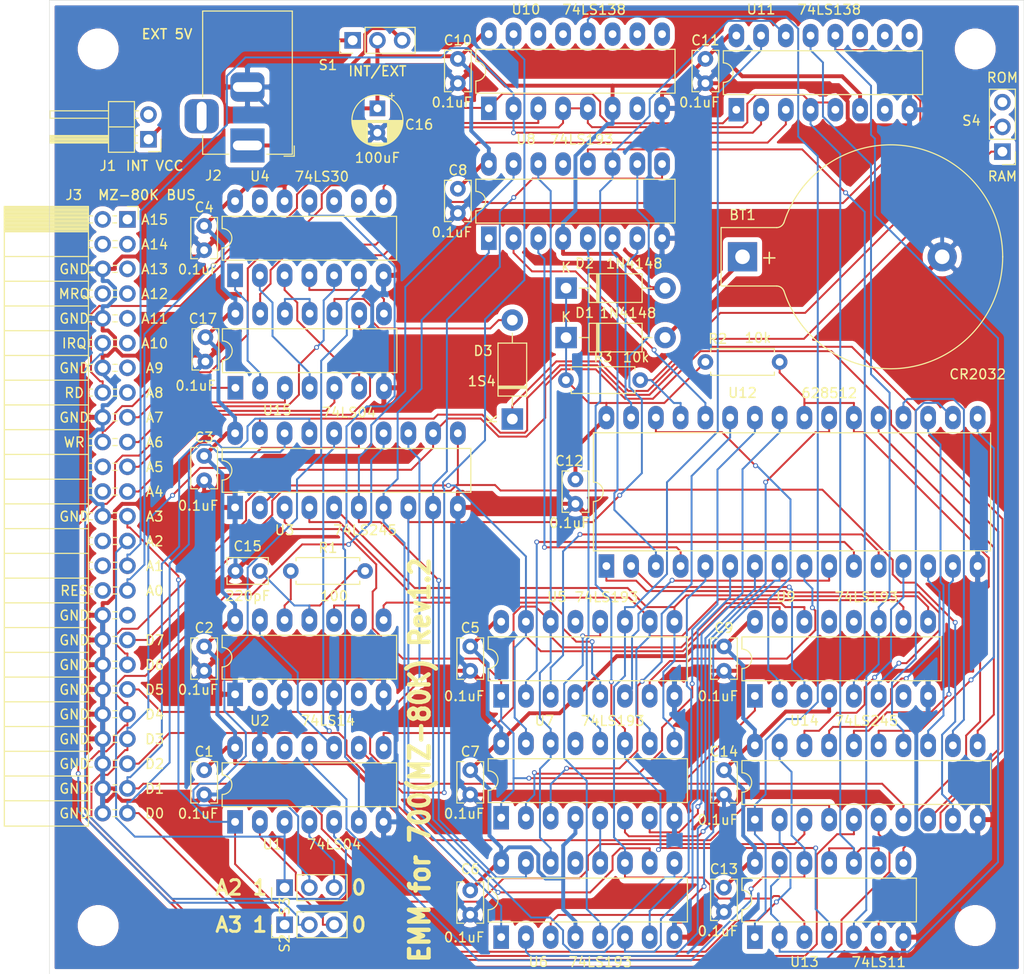
<source format=kicad_pcb>
(kicad_pcb (version 20171130) (host pcbnew "(5.1.9)-1")
  (layers (0 F.Cu signal) (31 B.Cu signal) (34 B.Paste user) (35 F.Paste user) (36 B.SilkS user hide) (37 F.SilkS user) (38 B.Mask user) (39 F.Mask user) (44 Edge.Cuts user))
  (net 0 "")
  (net 1 +5V)
  (net 2 GND)
  (net 3 "Net-(S2-Pad2)")
  (net 4 /~IORQ)
  (net 5 /~RD)
  (net 6 /A7)
  (net 7 /A6)
  (net 8 /~WR)
  (net 9 /A5)
  (net 10 /A4)
  (net 11 /A3)
  (net 12 /A2)
  (net 13 /A1)
  (net 14 /A0)
  (net 15 /D7)
  (net 16 /D6)
  (net 17 /D5)
  (net 18 /D4)
  (net 19 /D3)
  (net 20 /D2)
  (net 21 /D1)
  (net 22 /D0)
  (net 23 "Net-(BT1-Pad1)")
  (net 24 "Net-(J1-Pad1)")
  (net 25 "Net-(J2-Pad1)")
  (net 26 "Net-(R1-Pad1)")
  (net 27 "Net-(S2-Pad3)")
  (net 28 "Net-(S3-Pad3)")
  (net 29 "Net-(S3-Pad2)")
  (net 30 /x0_RD)
  (net 31 "Net-(U3-Pad8)")
  (net 32 "Net-(U6-Pad12)")
  (net 33 /x0_WR)
  (net 34 "Net-(U7-Pad12)")
  (net 35 "Net-(U13-Pad6)")
  (net 36 "Net-(U8-Pad12)")
  (net 37 /x1_WR)
  (net 38 /x2_WR)
  (net 39 /x3_RD)
  (net 40 /x3_WR)
  (net 41 "Net-(C12-Pad1)")
  (net 42 "Net-(C15-Pad1)")
  (net 43 "Net-(U1-Pad8)")
  (net 44 "Net-(U1-Pad10)")
  (net 45 "Net-(U1-Pad11)")
  (net 46 "Net-(U1-Pad6)")
  (net 47 "Net-(U2-Pad10)")
  (net 48 "Net-(U2-Pad8)")
  (net 49 "Net-(U3-Pad2)")
  (net 50 "Net-(U3-Pad3)")
  (net 51 "Net-(U3-Pad4)")
  (net 52 "Net-(U3-Pad5)")
  (net 53 "Net-(U3-Pad6)")
  (net 54 "Net-(U3-Pad7)")
  (net 55 "Net-(U3-Pad9)")
  (net 56 "Net-(U12-Pad9)")
  (net 57 "Net-(U12-Pad10)")
  (net 58 "Net-(U5-Pad12)")
  (net 59 "Net-(U12-Pad12)")
  (net 60 "Net-(U12-Pad11)")
  (net 61 "Net-(U12-Pad7)")
  (net 62 "Net-(U12-Pad8)")
  (net 63 "Net-(U12-Pad6)")
  (net 64 "Net-(U12-Pad5)")
  (net 65 "Net-(U12-Pad25)")
  (net 66 "Net-(U12-Pad23)")
  (net 67 "Net-(U12-Pad27)")
  (net 68 "Net-(U12-Pad26)")
  (net 69 "Net-(U12-Pad28)")
  (net 70 "Net-(U12-Pad4)")
  (net 71 "Net-(U12-Pad3)")
  (net 72 "Net-(U12-Pad31)")
  (net 73 "Net-(U12-Pad30)")
  (net 74 "Net-(U12-Pad2)")
  (net 75 "Net-(U12-Pad1)")
  (net 76 "Net-(U12-Pad17)")
  (net 77 "Net-(U12-Pad18)")
  (net 78 "Net-(U12-Pad19)")
  (net 79 "Net-(U12-Pad20)")
  (net 80 "Net-(U12-Pad21)")
  (net 81 "Net-(U12-Pad13)")
  (net 82 "Net-(U12-Pad14)")
  (net 83 "Net-(U12-Pad15)")
  (net 84 "Net-(U15-Pad8)")
  (net 85 "Net-(U15-Pad6)")
  (net 86 "Net-(U15-Pad4)")
  (net 87 "Net-(U15-Pad2)")
  (net 88 "Net-(U10-Pad4)")
  (net 89 "Net-(U15-Pad11)")
  (net 90 "Net-(R3-Pad2)")
  (net 91 "Net-(R2-Pad2)")
  (net 92 "Net-(D3-Pad1)")
  (net 93 "Net-(D3-Pad2)")
  (module Connector_PinHeader_2.54mm:PinHeader_1x02_P2.54mm_Horizontal (layer F.Cu) (at 97.79 69.215 180)
    (fp_text reference J1 (at 4.16 -2.725 unlocked) (layer F.SilkS))
    (fp_text value "INT VCC" (at -0.635 -2.725) (layer F.SilkS))
    (pad 1 thru_hole rect (at 0 0 180) (size 1.7 1.7) (drill 1) (layers *.Cu *.Mask) (net 24 "Net-(J1-Pad1)"))
    (pad 2 thru_hole oval (at 0 2.54 180) (size 1.7 1.7) (drill 1) (layers *.Cu *.Mask))
  )
  (module Connector_BarrelJack:BarrelJack_Horizontal (layer F.Cu) (at 107.95 69.85 270)
    (fp_text reference J2 (at 3.09 3.495) (layer F.SilkS))
    (fp_text value "EXT 5V" (at -11.43 8.255) (layer F.SilkS))
    (pad 1 thru_hole rect (at 0 0 270) (size 3.5 3.5) (drill oval 1 3) (layers *.Cu *.Mask) (net 25 "Net-(J2-Pad1)"))
    (pad 2 thru_hole roundrect (at -6 0 270) (size 3 3.5) (drill oval 1 3) (layers *.Cu *.Mask) (net 2 GND))
    (pad 3 thru_hole roundrect (at -3 4.7 270) (size 3.5 3.5) (drill oval 3 1) (layers *.Cu *.Mask))
  )
  (module Connector_PinSocket_2.54mm:PinSocket_2x25_P2.54mm_Horizontal (layer F.Cu) (at 95.63 77.44)
    (fp_text reference J3 hide)
    (fp_text value "MZ-80K BUS" (at 2 -2.5) (layer F.SilkS))
    (fp_text user %R (at -5.5 -2.5) (layer F.SilkS))
    (pad 1 thru_hole rect (at 0 0) (size 1.7 1.7) (drill 1) (layers *.Cu *.Mask))
    (pad 2 thru_hole oval (at -2.54 0) (size 1.7 1.7) (drill 1) (layers *.Cu *.Mask))
    (pad 3 thru_hole oval (at 0 2.54) (size 1.7 1.7) (drill 1) (layers *.Cu *.Mask))
    (pad 4 thru_hole oval (at -2.54 2.54) (size 1.7 1.7) (drill 1) (layers *.Cu *.Mask))
    (pad 5 thru_hole oval (at 0 5.08) (size 1.7 1.7) (drill 1) (layers *.Cu *.Mask))
    (pad 6 thru_hole oval (at -2.54 5.08) (size 1.7 1.7) (drill 1) (layers *.Cu *.Mask) (net 2 GND))
    (pad 7 thru_hole oval (at 0 7.62) (size 1.7 1.7) (drill 1) (layers *.Cu *.Mask))
    (pad 8 thru_hole oval (at -2.54 7.62) (size 1.7 1.7) (drill 1) (layers *.Cu *.Mask))
    (pad 9 thru_hole oval (at 0 10.16) (size 1.7 1.7) (drill 1) (layers *.Cu *.Mask))
    (pad 10 thru_hole oval (at -2.54 10.16) (size 1.7 1.7) (drill 1) (layers *.Cu *.Mask) (net 2 GND))
    (pad 11 thru_hole oval (at 0 12.7) (size 1.7 1.7) (drill 1) (layers *.Cu *.Mask))
    (pad 12 thru_hole oval (at -2.54 12.7) (size 1.7 1.7) (drill 1) (layers *.Cu *.Mask) (net 4 /~IORQ))
    (pad 13 thru_hole oval (at 0 15.24) (size 1.7 1.7) (drill 1) (layers *.Cu *.Mask))
    (pad 14 thru_hole oval (at -2.54 15.24) (size 1.7 1.7) (drill 1) (layers *.Cu *.Mask) (net 2 GND))
    (pad 15 thru_hole oval (at 0 17.78) (size 1.7 1.7) (drill 1) (layers *.Cu *.Mask))
    (pad 16 thru_hole oval (at -2.54 17.78) (size 1.7 1.7) (drill 1) (layers *.Cu *.Mask) (net 5 /~RD))
    (pad 17 thru_hole oval (at 0 20.32) (size 1.7 1.7) (drill 1) (layers *.Cu *.Mask) (net 6 /A7))
    (pad 18 thru_hole oval (at -2.54 20.32) (size 1.7 1.7) (drill 1) (layers *.Cu *.Mask) (net 2 GND))
    (pad 19 thru_hole oval (at 0 22.86) (size 1.7 1.7) (drill 1) (layers *.Cu *.Mask) (net 7 /A6))
    (pad 20 thru_hole oval (at -2.54 22.86) (size 1.7 1.7) (drill 1) (layers *.Cu *.Mask) (net 8 /~WR))
    (pad 21 thru_hole oval (at 0 25.4) (size 1.7 1.7) (drill 1) (layers *.Cu *.Mask) (net 9 /A5))
    (pad 22 thru_hole oval (at -2.54 25.4) (size 1.7 1.7) (drill 1) (layers *.Cu *.Mask))
    (pad 23 thru_hole oval (at 0 27.94) (size 1.7 1.7) (drill 1) (layers *.Cu *.Mask) (net 10 /A4))
    (pad 24 thru_hole oval (at -2.54 27.94) (size 1.7 1.7) (drill 1) (layers *.Cu *.Mask))
    (pad 25 thru_hole oval (at 0 30.48) (size 1.7 1.7) (drill 1) (layers *.Cu *.Mask) (net 11 /A3))
    (pad 26 thru_hole oval (at -2.54 30.48) (size 1.7 1.7) (drill 1) (layers *.Cu *.Mask) (net 2 GND))
    (pad 27 thru_hole oval (at 0 33.02) (size 1.7 1.7) (drill 1) (layers *.Cu *.Mask) (net 12 /A2))
    (pad 28 thru_hole oval (at -2.54 33.02) (size 1.7 1.7) (drill 1) (layers *.Cu *.Mask))
    (pad 29 thru_hole oval (at 0 35.56) (size 1.7 1.7) (drill 1) (layers *.Cu *.Mask) (net 13 /A1))
    (pad 30 thru_hole oval (at -2.54 35.56) (size 1.7 1.7) (drill 1) (layers *.Cu *.Mask))
    (pad 31 thru_hole oval (at 0 38.1) (size 1.7 1.7) (drill 1) (layers *.Cu *.Mask) (net 14 /A0))
    (pad 32 thru_hole oval (at -2.54 38.1) (size 1.7 1.7) (drill 1) (layers *.Cu *.Mask))
    (pad 33 thru_hole oval (at 0 40.64) (size 1.7 1.7) (drill 1) (layers *.Cu *.Mask))
    (pad 34 thru_hole oval (at -2.54 40.64) (size 1.7 1.7) (drill 1) (layers *.Cu *.Mask) (net 2 GND))
    (pad 35 thru_hole oval (at 0 43.18) (size 1.7 1.7) (drill 1) (layers *.Cu *.Mask) (net 15 /D7))
    (pad 36 thru_hole oval (at -2.54 43.18) (size 1.7 1.7) (drill 1) (layers *.Cu *.Mask) (net 2 GND))
    (pad 37 thru_hole oval (at 0 45.72) (size 1.7 1.7) (drill 1) (layers *.Cu *.Mask) (net 16 /D6))
    (pad 38 thru_hole oval (at -2.54 45.72) (size 1.7 1.7) (drill 1) (layers *.Cu *.Mask) (net 2 GND))
    (pad 39 thru_hole oval (at 0 48.26) (size 1.7 1.7) (drill 1) (layers *.Cu *.Mask) (net 17 /D5))
    (pad 40 thru_hole oval (at -2.54 48.26) (size 1.7 1.7) (drill 1) (layers *.Cu *.Mask) (net 2 GND))
    (pad 41 thru_hole oval (at 0 50.8) (size 1.7 1.7) (drill 1) (layers *.Cu *.Mask) (net 18 /D4))
    (pad 42 thru_hole oval (at -2.54 50.8) (size 1.7 1.7) (drill 1) (layers *.Cu *.Mask) (net 2 GND))
    (pad 43 thru_hole oval (at 0 53.34) (size 1.7 1.7) (drill 1) (layers *.Cu *.Mask) (net 19 /D3))
    (pad 44 thru_hole oval (at -2.54 53.34) (size 1.7 1.7) (drill 1) (layers *.Cu *.Mask) (net 2 GND))
    (pad 45 thru_hole oval (at 0 55.88) (size 1.7 1.7) (drill 1) (layers *.Cu *.Mask) (net 20 /D2))
    (pad 46 thru_hole oval (at -2.54 55.88) (size 1.7 1.7) (drill 1) (layers *.Cu *.Mask) (net 2 GND))
    (pad 47 thru_hole oval (at 0 58.42) (size 1.7 1.7) (drill 1) (layers *.Cu *.Mask) (net 21 /D1))
    (pad 48 thru_hole oval (at -2.54 58.42) (size 1.7 1.7) (drill 1) (layers *.Cu *.Mask) (net 2 GND))
    (pad 49 thru_hole oval (at 0 60.96) (size 1.7 1.7) (drill 1) (layers *.Cu *.Mask) (net 22 /D0))
    (pad 50 thru_hole oval (at -2.54 60.96) (size 1.7 1.7) (drill 1) (layers *.Cu *.Mask) (net 2 GND))
  )
  (module Connector_PinHeader_2.54mm:PinHeader_1x03_P2.54mm_Vertical (layer F.Cu) (at 118.745 59.055 90)
    (fp_text reference S1 (at -2.54 -2.54) (layer F.SilkS))
    (fp_text value INT/EXT (at -3.175 2.54) (layer F.SilkS))
    (pad 1 thru_hole rect (at 0 0 90) (size 1.7 1.7) (drill 1) (layers *.Cu *.Mask) (net 24 "Net-(J1-Pad1)"))
    (pad 2 thru_hole oval (at 0 2.54 90) (size 1.7 1.7) (drill 1) (layers *.Cu *.Mask) (net 1 +5V))
    (pad 3 thru_hole oval (at 0 5.08 90) (size 1.7 1.7) (drill 1) (layers *.Cu *.Mask) (net 25 "Net-(J2-Pad1)"))
  )
  (module MountingHole:MountingHole_3.2mm_M3 (layer F.Cu) (at 92.63 59.94)
    (fp_text reference MH4 hide)
    (fp_text value MountingHole_3.2mm_M3 hide)
    (pad 1 np_thru_hole circle (at 0 0) (size 3.2 3.2) (drill 3.2) (layers *.Cu *.Mask))
  )
  (module MountingHole:MountingHole_3.2mm_M3 (layer F.Cu) (at 182.63 59.94)
    (fp_text reference MH3 hide)
    (fp_text value MountingHole_3.2mm_M3 hide)
    (pad 1 np_thru_hole circle (at 0 0) (size 3.2 3.2) (drill 3.2) (layers *.Cu *.Mask))
  )
  (module MountingHole:MountingHole_3.2mm_M3 (layer F.Cu) (at 182.63 149.94)
    (fp_text reference MH2 hide)
    (fp_text value MountingHole_3.2mm_M3 hide)
    (pad 1 np_thru_hole circle (at 0 0) (size 3.2 3.2) (drill 3.2) (layers *.Cu *.Mask))
  )
  (module MountingHole:MountingHole_3.2mm_M3 (layer F.Cu) (at 92.63 149.94)
    (fp_text reference MH1 hide)
    (fp_text value MountingHole_3.2mm_M3 hide)
    (pad 1 np_thru_hole circle (at 0 0) (size 3.2 3.2) (drill 3.2) (layers *.Cu *.Mask))
  )
  (module Capacitor_THT:CP_Radial_D5.0mm_P2.50mm (layer F.Cu) (at 121.285 66.04 270)
    (fp_text reference C16 (at 1.67 -4.28) (layer F.SilkS))
    (fp_text value 100uF)
    (pad 1 thru_hole rect (at 0 0 270) (size 1.6 1.6) (drill 0.8) (layers *.Cu *.Mask) (net 1 +5V))
    (pad 2 thru_hole circle (at 2.5 0 270) (size 1.6 1.6) (drill 0.8) (layers *.Cu *.Mask) (net 2 GND))
  )
  (module Battery:BatteryHolder_Keystone_103_1x20mm (layer F.Cu) (at 158.75 81.28)
    (fp_text reference BT1 (at 0 -4.3) (layer F.SilkS))
    (fp_text value Battery_Cell)
    (fp_text user + (at 2.75 0) (layer F.SilkS) (effects (font (size 1.5 1.5))))
    (pad 2 thru_hole circle (at 20.49 0) (size 3 3) (drill 1.5) (layers *.Cu *.Mask) (net 2 GND))
    (pad 1 thru_hole rect (at 0 0) (size 3 3) (drill 1.5) (layers *.Cu *.Mask) (net 23 "Net-(BT1-Pad1)"))
  )
  (module Capacitor_THT:C_Rect_L4.0mm_W2.5mm_P2.50mm (layer F.Cu) (at 103.505 133.985 270)
    (fp_text reference C1 (at -1.905 0) (layer F.SilkS))
    (fp_text value 0.1uF)
    (pad 1 thru_hole circle (at 0 0 270) (size 1.6 1.6) (drill 0.8) (layers *.Cu *.Mask) (net 1 +5V))
    (pad 2 thru_hole circle (at 2.5 0 270) (size 1.6 1.6) (drill 0.8) (layers *.Cu *.Mask) (net 2 GND))
  )
  (module Capacitor_THT:C_Rect_L4.0mm_W2.5mm_P2.50mm (layer F.Cu) (at 103.505 121.285 270)
    (fp_text reference C2 (at -1.905 0) (layer F.SilkS))
    (fp_text value 0.1uF)
    (pad 1 thru_hole circle (at 0 0 270) (size 1.6 1.6) (drill 0.8) (layers *.Cu *.Mask) (net 1 +5V))
    (pad 2 thru_hole circle (at 2.5 0 270) (size 1.6 1.6) (drill 0.8) (layers *.Cu *.Mask) (net 2 GND))
  )
  (module Capacitor_THT:C_Rect_L4.0mm_W2.5mm_P2.50mm (layer F.Cu) (at 103.505 78.105 270)
    (fp_text reference C4 (at -1.905 0) (layer F.SilkS))
    (fp_text value 0.1uF)
    (pad 2 thru_hole circle (at 2.5 0 270) (size 1.6 1.6) (drill 0.8) (layers *.Cu *.Mask) (net 2 GND))
    (pad 1 thru_hole circle (at 0 0 270) (size 1.6 1.6) (drill 0.8) (layers *.Cu *.Mask) (net 1 +5V))
  )
  (module Capacitor_THT:C_Rect_L4.0mm_W2.5mm_P2.50mm (layer F.Cu) (at 103.505 101.727 270)
    (fp_text reference C3 (at -1.905 0) (layer F.SilkS))
    (fp_text value 0.1uF)
    (pad 2 thru_hole circle (at 2.5 0 270) (size 1.6 1.6) (drill 0.8) (layers *.Cu *.Mask) (net 2 GND))
    (pad 1 thru_hole circle (at 0 0 270) (size 1.6 1.6) (drill 0.8) (layers *.Cu *.Mask) (net 1 +5V))
  )
  (module Capacitor_THT:C_Rect_L4.0mm_W2.5mm_P2.50mm (layer F.Cu) (at 156.845 146.05 270)
    (fp_text reference C13 (at -1.905 0) (layer F.SilkS))
    (fp_text value 0.1uF)
    (pad 1 thru_hole circle (at 0 0 270) (size 1.6 1.6) (drill 0.8) (layers *.Cu *.Mask) (net 1 +5V))
    (pad 2 thru_hole circle (at 2.5 0 270) (size 1.6 1.6) (drill 0.8) (layers *.Cu *.Mask) (net 2 GND))
  )
  (module Capacitor_THT:C_Rect_L4.0mm_W2.5mm_P2.50mm (layer F.Cu) (at 130.81 121.285 270)
    (fp_text reference C5 (at -1.905 0) (layer F.SilkS))
    (fp_text value 0.1uF)
    (pad 1 thru_hole circle (at 0 0 270) (size 1.6 1.6) (drill 0.8) (layers *.Cu *.Mask) (net 1 +5V))
    (pad 2 thru_hole circle (at 2.5 0 270) (size 1.6 1.6) (drill 0.8) (layers *.Cu *.Mask) (net 2 GND))
  )
  (module Capacitor_THT:C_Rect_L4.0mm_W2.5mm_P2.50mm (layer F.Cu) (at 130.81 146.33 270)
    (fp_text reference C6 (at -2.185 0) (layer F.SilkS))
    (fp_text value 0.1uF)
    (pad 2 thru_hole circle (at 2.5 0 270) (size 1.6 1.6) (drill 0.8) (layers *.Cu *.Mask) (net 2 GND))
    (pad 1 thru_hole circle (at 0 0 270) (size 1.6 1.6) (drill 0.8) (layers *.Cu *.Mask) (net 1 +5V))
  )
  (module Capacitor_THT:C_Rect_L4.0mm_W2.5mm_P2.50mm (layer F.Cu) (at 130.81 133.985 270)
    (fp_text reference C7 (at -1.905 0) (layer F.SilkS))
    (fp_text value 0.1uF)
    (pad 1 thru_hole circle (at 0 0 270) (size 1.6 1.6) (drill 0.8) (layers *.Cu *.Mask) (net 1 +5V))
    (pad 2 thru_hole circle (at 2.5 0 270) (size 1.6 1.6) (drill 0.8) (layers *.Cu *.Mask) (net 2 GND))
  )
  (module Capacitor_THT:C_Rect_L4.0mm_W2.5mm_P2.50mm (layer F.Cu) (at 129.54 74.295 270)
    (fp_text reference C8 (at -1.905 0) (layer F.SilkS))
    (fp_text value 0.1uF)
    (pad 2 thru_hole circle (at 2.5 0 270) (size 1.6 1.6) (drill 0.8) (layers *.Cu *.Mask) (net 2 GND))
    (pad 1 thru_hole circle (at 0 0 270) (size 1.6 1.6) (drill 0.8) (layers *.Cu *.Mask) (net 1 +5V))
  )
  (module Capacitor_THT:C_Rect_L4.0mm_W2.5mm_P2.50mm (layer F.Cu) (at 156.845 121.285 270)
    (fp_text reference C9 (at -1.905 0) (layer F.SilkS))
    (fp_text value 0.1uF)
    (pad 1 thru_hole circle (at 0 0 270) (size 1.6 1.6) (drill 0.8) (layers *.Cu *.Mask) (net 1 +5V))
    (pad 2 thru_hole circle (at 2.5 0 270) (size 1.6 1.6) (drill 0.8) (layers *.Cu *.Mask) (net 2 GND))
  )
  (module Capacitor_THT:C_Rect_L4.0mm_W2.5mm_P2.50mm (layer F.Cu) (at 129.54 60.96 270)
    (fp_text reference C10 (at -1.905 0) (layer F.SilkS))
    (fp_text value 0.1uF)
    (pad 1 thru_hole circle (at 0 0 270) (size 1.6 1.6) (drill 0.8) (layers *.Cu *.Mask) (net 1 +5V))
    (pad 2 thru_hole circle (at 2.5 0 270) (size 1.6 1.6) (drill 0.8) (layers *.Cu *.Mask) (net 2 GND))
  )
  (module Capacitor_THT:C_Rect_L4.0mm_W2.5mm_P2.50mm (layer F.Cu) (at 154.94 60.96 270)
    (fp_text reference C11 (at -1.905 0) (layer F.SilkS))
    (fp_text value 0.1uF)
    (pad 2 thru_hole circle (at 2.5 0 270) (size 1.6 1.6) (drill 0.8) (layers *.Cu *.Mask) (net 2 GND))
    (pad 1 thru_hole circle (at 0 0 270) (size 1.6 1.6) (drill 0.8) (layers *.Cu *.Mask) (net 1 +5V))
  )
  (module Capacitor_THT:C_Rect_L4.0mm_W2.5mm_P2.50mm (layer F.Cu) (at 141.605 104.14 270)
    (fp_text reference C12 (at -1.905 0.635) (layer F.SilkS))
    (fp_text value 0.1uF)
    (pad 2 thru_hole circle (at 2.5 0 270) (size 1.6 1.6) (drill 0.8) (layers *.Cu *.Mask) (net 2 GND))
    (pad 1 thru_hole circle (at 0 0 270) (size 1.6 1.6) (drill 0.8) (layers *.Cu *.Mask) (net 41 "Net-(C12-Pad1)"))
  )
  (module Capacitor_THT:C_Rect_L4.0mm_W2.5mm_P2.50mm (layer F.Cu) (at 156.845 133.985 270)
    (fp_text reference C14 (at -1.905 0) (layer F.SilkS))
    (fp_text value 0.1uF)
    (pad 1 thru_hole circle (at 0 0 270) (size 1.6 1.6) (drill 0.8) (layers *.Cu *.Mask) (net 1 +5V))
    (pad 2 thru_hole circle (at 2.5 0 270) (size 1.6 1.6) (drill 0.8) (layers *.Cu *.Mask) (net 2 GND))
  )
  (module Capacitor_THT:C_Rect_L4.0mm_W2.5mm_P2.50mm (layer F.Cu) (at 109.22 113.538 180)
    (fp_text reference C15 (at 1.25 2.54) (layer F.SilkS))
    (fp_text value 220pF)
    (pad 2 thru_hole circle (at 2.5 0 180) (size 1.6 1.6) (drill 0.8) (layers *.Cu *.Mask) (net 2 GND))
    (pad 1 thru_hole circle (at 0 0 180) (size 1.6 1.6) (drill 0.8) (layers *.Cu *.Mask) (net 42 "Net-(C15-Pad1)"))
  )
  (module Diode_THT:D_DO-41_SOD81_P10.16mm_Horizontal (layer F.Cu) (at 140.645 89.575)
    (fp_text reference D1 (at 1.905 -2.54) (layer F.SilkS))
    (fp_text value 1N4148)
    (fp_text user K (at 0 -2.1) (layer F.SilkS))
    (pad 2 thru_hole oval (at 10.16 0) (size 2.2 2.2) (drill 1.1) (layers *.Cu *.Mask) (net 23 "Net-(BT1-Pad1)"))
    (pad 1 thru_hole rect (at 0 0) (size 2.2 2.2) (drill 1.1) (layers *.Cu *.Mask) (net 41 "Net-(C12-Pad1)"))
  )
  (module Diode_THT:D_DO-41_SOD81_P10.16mm_Horizontal (layer F.Cu) (at 140.645 84.495)
    (fp_text reference D2 (at 1.905 -2.54) (layer F.SilkS))
    (fp_text value 1N4148)
    (fp_text user K (at 0 -2.1) (layer F.SilkS))
    (pad 1 thru_hole rect (at 0 0) (size 2.2 2.2) (drill 1.1) (layers *.Cu *.Mask) (net 41 "Net-(C12-Pad1)"))
    (pad 2 thru_hole oval (at 10.16 0) (size 2.2 2.2) (drill 1.1) (layers *.Cu *.Mask) (net 1 +5V))
  )
  (module Resistor_THT:R_Axial_DIN0207_L6.3mm_D2.5mm_P7.62mm_Horizontal (layer F.Cu) (at 112.395 113.538)
    (fp_text reference R1 (at 3.81 -2.37) (layer F.SilkS))
    (fp_text value 100)
    (pad 1 thru_hole circle (at 0 0) (size 1.6 1.6) (drill 0.8) (layers *.Cu *.Mask) (net 26 "Net-(R1-Pad1)"))
    (pad 2 thru_hole oval (at 7.62 0) (size 1.6 1.6) (drill 0.8) (layers *.Cu *.Mask) (net 42 "Net-(C15-Pad1)"))
  )
  (module Connector_PinHeader_2.54mm:PinHeader_1x03_P2.54mm_Vertical (layer F.Cu) (at 111.76 149.86 90)
    (fp_text reference S2 (at -1.905 0 90) (layer F.SilkS))
    (fp_text value A3_select)
    (pad 1 thru_hole rect (at 0 0 90) (size 1.7 1.7) (drill 1) (layers *.Cu *.Mask) (net 11 /A3))
    (pad 2 thru_hole oval (at 0 2.54 90) (size 1.7 1.7) (drill 1) (layers *.Cu *.Mask) (net 3 "Net-(S2-Pad2)"))
    (pad 3 thru_hole oval (at 0 5.08 90) (size 1.7 1.7) (drill 1) (layers *.Cu *.Mask) (net 27 "Net-(S2-Pad3)"))
  )
  (module Connector_PinHeader_2.54mm:PinHeader_1x03_P2.54mm_Vertical (layer F.Cu) (at 111.76 146.05 90)
    (fp_text reference S3 (at -1.905 0 90) (layer F.SilkS))
    (fp_text value A2_select)
    (pad 3 thru_hole oval (at 0 5.08 90) (size 1.7 1.7) (drill 1) (layers *.Cu *.Mask) (net 28 "Net-(S3-Pad3)"))
    (pad 2 thru_hole oval (at 0 2.54 90) (size 1.7 1.7) (drill 1) (layers *.Cu *.Mask) (net 29 "Net-(S3-Pad2)"))
    (pad 1 thru_hole rect (at 0 0 90) (size 1.7 1.7) (drill 1) (layers *.Cu *.Mask) (net 12 /A2))
  )
  (module Package_DIP:DIP-14_W7.62mm_LongPads (layer F.Cu) (at 106.68 139.295 90)
    (fp_text reference U1 (at -2.31 3.81) (layer F.SilkS))
    (fp_text value 74LS04)
    (pad 1 thru_hole rect (at 0 0 90) (size 2.4 1.6) (drill 0.8) (layers *.Cu *.Mask) (net 11 /A3))
    (pad 8 thru_hole oval (at 7.62 15.24 90) (size 2.4 1.6) (drill 0.8) (layers *.Cu *.Mask) (net 43 "Net-(U1-Pad8)"))
    (pad 2 thru_hole oval (at 0 2.54 90) (size 2.4 1.6) (drill 0.8) (layers *.Cu *.Mask) (net 27 "Net-(S2-Pad3)"))
    (pad 9 thru_hole oval (at 7.62 12.7 90) (size 2.4 1.6) (drill 0.8) (layers *.Cu *.Mask) (net 30 /x0_RD))
    (pad 3 thru_hole oval (at 0 5.08 90) (size 2.4 1.6) (drill 0.8) (layers *.Cu *.Mask) (net 12 /A2))
    (pad 10 thru_hole oval (at 7.62 10.16 90) (size 2.4 1.6) (drill 0.8) (layers *.Cu *.Mask) (net 44 "Net-(U1-Pad10)"))
    (pad 4 thru_hole oval (at 0 7.62 90) (size 2.4 1.6) (drill 0.8) (layers *.Cu *.Mask) (net 28 "Net-(S3-Pad3)"))
    (pad 11 thru_hole oval (at 7.62 7.62 90) (size 2.4 1.6) (drill 0.8) (layers *.Cu *.Mask) (net 45 "Net-(U1-Pad11)"))
    (pad 5 thru_hole oval (at 0 10.16 90) (size 2.4 1.6) (drill 0.8) (layers *.Cu *.Mask) (net 4 /~IORQ))
    (pad 12 thru_hole oval (at 7.62 5.08 90) (size 2.4 1.6) (drill 0.8) (layers *.Cu *.Mask))
    (pad 6 thru_hole oval (at 0 12.7 90) (size 2.4 1.6) (drill 0.8) (layers *.Cu *.Mask) (net 46 "Net-(U1-Pad6)"))
    (pad 13 thru_hole oval (at 7.62 2.54 90) (size 2.4 1.6) (drill 0.8) (layers *.Cu *.Mask) (net 2 GND))
    (pad 7 thru_hole oval (at 0 15.24 90) (size 2.4 1.6) (drill 0.8) (layers *.Cu *.Mask) (net 2 GND))
    (pad 14 thru_hole oval (at 7.62 0 90) (size 2.4 1.6) (drill 0.8) (layers *.Cu *.Mask) (net 1 +5V))
  )
  (module Package_DIP:DIP-14_W7.62mm_LongPads (layer F.Cu) (at 106.68 126.2 90)
    (fp_text reference U2 (at -2.705 2.54) (layer F.SilkS))
    (fp_text value 74LS14)
    (pad 14 thru_hole oval (at 7.62 0 90) (size 2.4 1.6) (drill 0.8) (layers *.Cu *.Mask) (net 1 +5V))
    (pad 7 thru_hole oval (at 0 15.24 90) (size 2.4 1.6) (drill 0.8) (layers *.Cu *.Mask) (net 2 GND))
    (pad 13 thru_hole oval (at 7.62 2.54 90) (size 2.4 1.6) (drill 0.8) (layers *.Cu *.Mask) (net 44 "Net-(U1-Pad10)"))
    (pad 6 thru_hole oval (at 0 12.7 90) (size 2.4 1.6) (drill 0.8) (layers *.Cu *.Mask))
    (pad 12 thru_hole oval (at 7.62 5.08 90) (size 2.4 1.6) (drill 0.8) (layers *.Cu *.Mask) (net 26 "Net-(R1-Pad1)"))
    (pad 5 thru_hole oval (at 0 10.16 90) (size 2.4 1.6) (drill 0.8) (layers *.Cu *.Mask) (net 2 GND))
    (pad 11 thru_hole oval (at 7.62 7.62 90) (size 2.4 1.6) (drill 0.8) (layers *.Cu *.Mask) (net 42 "Net-(C15-Pad1)"))
    (pad 4 thru_hole oval (at 0 7.62 90) (size 2.4 1.6) (drill 0.8) (layers *.Cu *.Mask))
    (pad 10 thru_hole oval (at 7.62 10.16 90) (size 2.4 1.6) (drill 0.8) (layers *.Cu *.Mask) (net 47 "Net-(U2-Pad10)"))
    (pad 3 thru_hole oval (at 0 5.08 90) (size 2.4 1.6) (drill 0.8) (layers *.Cu *.Mask) (net 2 GND))
    (pad 9 thru_hole oval (at 7.62 12.7 90) (size 2.4 1.6) (drill 0.8) (layers *.Cu *.Mask) (net 47 "Net-(U2-Pad10)"))
    (pad 2 thru_hole oval (at 0 2.54 90) (size 2.4 1.6) (drill 0.8) (layers *.Cu *.Mask))
    (pad 8 thru_hole oval (at 7.62 15.24 90) (size 2.4 1.6) (drill 0.8) (layers *.Cu *.Mask) (net 48 "Net-(U2-Pad8)"))
    (pad 1 thru_hole rect (at 0 0 90) (size 2.4 1.6) (drill 0.8) (layers *.Cu *.Mask) (net 2 GND))
  )
  (module Package_DIP:DIP-20_W7.62mm_LongPads (layer F.Cu) (at 106.68 107.017 90)
    (fp_text reference U3 (at -2.33 5.08) (layer F.SilkS))
    (fp_text value 74LS245)
    (pad 1 thru_hole rect (at 0 0 90) (size 2.4 1.6) (drill 0.8) (layers *.Cu *.Mask) (net 2 GND))
    (pad 11 thru_hole oval (at 7.62 22.86 90) (size 2.4 1.6) (drill 0.8) (layers *.Cu *.Mask) (net 15 /D7))
    (pad 2 thru_hole oval (at 0 2.54 90) (size 2.4 1.6) (drill 0.8) (layers *.Cu *.Mask) (net 49 "Net-(U3-Pad2)"))
    (pad 12 thru_hole oval (at 7.62 20.32 90) (size 2.4 1.6) (drill 0.8) (layers *.Cu *.Mask) (net 16 /D6))
    (pad 3 thru_hole oval (at 0 5.08 90) (size 2.4 1.6) (drill 0.8) (layers *.Cu *.Mask) (net 50 "Net-(U3-Pad3)"))
    (pad 13 thru_hole oval (at 7.62 17.78 90) (size 2.4 1.6) (drill 0.8) (layers *.Cu *.Mask) (net 17 /D5))
    (pad 4 thru_hole oval (at 0 7.62 90) (size 2.4 1.6) (drill 0.8) (layers *.Cu *.Mask) (net 51 "Net-(U3-Pad4)"))
    (pad 14 thru_hole oval (at 7.62 15.24 90) (size 2.4 1.6) (drill 0.8) (layers *.Cu *.Mask) (net 18 /D4))
    (pad 5 thru_hole oval (at 0 10.16 90) (size 2.4 1.6) (drill 0.8) (layers *.Cu *.Mask) (net 52 "Net-(U3-Pad5)"))
    (pad 15 thru_hole oval (at 7.62 12.7 90) (size 2.4 1.6) (drill 0.8) (layers *.Cu *.Mask) (net 19 /D3))
    (pad 6 thru_hole oval (at 0 12.7 90) (size 2.4 1.6) (drill 0.8) (layers *.Cu *.Mask) (net 53 "Net-(U3-Pad6)"))
    (pad 16 thru_hole oval (at 7.62 10.16 90) (size 2.4 1.6) (drill 0.8) (layers *.Cu *.Mask) (net 20 /D2))
    (pad 7 thru_hole oval (at 0 15.24 90) (size 2.4 1.6) (drill 0.8) (layers *.Cu *.Mask) (net 54 "Net-(U3-Pad7)"))
    (pad 17 thru_hole oval (at 7.62 7.62 90) (size 2.4 1.6) (drill 0.8) (layers *.Cu *.Mask) (net 21 /D1))
    (pad 8 thru_hole oval (at 0 17.78 90) (size 2.4 1.6) (drill 0.8) (layers *.Cu *.Mask) (net 31 "Net-(U3-Pad8)"))
    (pad 18 thru_hole oval (at 7.62 5.08 90) (size 2.4 1.6) (drill 0.8) (layers *.Cu *.Mask) (net 22 /D0))
    (pad 9 thru_hole oval (at 0 20.32 90) (size 2.4 1.6) (drill 0.8) (layers *.Cu *.Mask) (net 55 "Net-(U3-Pad9)"))
    (pad 19 thru_hole oval (at 7.62 2.54 90) (size 2.4 1.6) (drill 0.8) (layers *.Cu *.Mask) (net 35 "Net-(U13-Pad6)"))
    (pad 10 thru_hole oval (at 0 22.86 90) (size 2.4 1.6) (drill 0.8) (layers *.Cu *.Mask) (net 2 GND))
    (pad 20 thru_hole oval (at 7.62 0 90) (size 2.4 1.6) (drill 0.8) (layers *.Cu *.Mask) (net 1 +5V))
  )
  (module Package_DIP:DIP-14_W7.62mm_LongPads (layer F.Cu) (at 106.68 83.185 90)
    (fp_text reference U4 (at 10.16 2.54) (layer F.SilkS))
    (fp_text value 74LS30)
    (pad 14 thru_hole oval (at 7.62 0 90) (size 2.4 1.6) (drill 0.8) (layers *.Cu *.Mask) (net 1 +5V))
    (pad 7 thru_hole oval (at 0 15.24 90) (size 2.4 1.6) (drill 0.8) (layers *.Cu *.Mask) (net 2 GND))
    (pad 13 thru_hole oval (at 7.62 2.54 90) (size 2.4 1.6) (drill 0.8) (layers *.Cu *.Mask))
    (pad 6 thru_hole oval (at 0 12.7 90) (size 2.4 1.6) (drill 0.8) (layers *.Cu *.Mask) (net 29 "Net-(S3-Pad2)"))
    (pad 12 thru_hole oval (at 7.62 5.08 90) (size 2.4 1.6) (drill 0.8) (layers *.Cu *.Mask) (net 1 +5V))
    (pad 5 thru_hole oval (at 0 10.16 90) (size 2.4 1.6) (drill 0.8) (layers *.Cu *.Mask) (net 3 "Net-(S2-Pad2)"))
    (pad 11 thru_hole oval (at 7.62 7.62 90) (size 2.4 1.6) (drill 0.8) (layers *.Cu *.Mask) (net 46 "Net-(U1-Pad6)"))
    (pad 4 thru_hole oval (at 0 7.62 90) (size 2.4 1.6) (drill 0.8) (layers *.Cu *.Mask) (net 84 "Net-(U15-Pad8)"))
    (pad 10 thru_hole oval (at 7.62 10.16 90) (size 2.4 1.6) (drill 0.8) (layers *.Cu *.Mask))
    (pad 3 thru_hole oval (at 0 5.08 90) (size 2.4 1.6) (drill 0.8) (layers *.Cu *.Mask) (net 85 "Net-(U15-Pad6)"))
    (pad 9 thru_hole oval (at 7.62 12.7 90) (size 2.4 1.6) (drill 0.8) (layers *.Cu *.Mask))
    (pad 2 thru_hole oval (at 0 2.54 90) (size 2.4 1.6) (drill 0.8) (layers *.Cu *.Mask) (net 86 "Net-(U15-Pad4)"))
    (pad 8 thru_hole oval (at 7.62 15.24 90) (size 2.4 1.6) (drill 0.8) (layers *.Cu *.Mask) (net 88 "Net-(U10-Pad4)"))
    (pad 1 thru_hole rect (at 0 0 90) (size 2.4 1.6) (drill 0.8) (layers *.Cu *.Mask) (net 87 "Net-(U15-Pad2)"))
  )
  (module Package_DIP:DIP-16_W7.62mm_LongPads (layer F.Cu) (at 133.985 126.365 90)
    (fp_text reference U5 (at 10.16 5.715) (layer F.SilkS))
    (fp_text value 74LS193)
    (pad 16 thru_hole oval (at 7.62 0 90) (size 2.4 1.6) (drill 0.8) (layers *.Cu *.Mask) (net 1 +5V))
    (pad 8 thru_hole oval (at 0 17.78 90) (size 2.4 1.6) (drill 0.8) (layers *.Cu *.Mask) (net 2 GND))
    (pad 15 thru_hole oval (at 7.62 2.54 90) (size 2.4 1.6) (drill 0.8) (layers *.Cu *.Mask) (net 49 "Net-(U3-Pad2)"))
    (pad 7 thru_hole oval (at 0 15.24 90) (size 2.4 1.6) (drill 0.8) (layers *.Cu *.Mask) (net 56 "Net-(U12-Pad9)"))
    (pad 14 thru_hole oval (at 7.62 5.08 90) (size 2.4 1.6) (drill 0.8) (layers *.Cu *.Mask) (net 43 "Net-(U1-Pad8)"))
    (pad 6 thru_hole oval (at 0 12.7 90) (size 2.4 1.6) (drill 0.8) (layers *.Cu *.Mask) (net 57 "Net-(U12-Pad10)"))
    (pad 13 thru_hole oval (at 7.62 7.62 90) (size 2.4 1.6) (drill 0.8) (layers *.Cu *.Mask))
    (pad 5 thru_hole oval (at 0 10.16 90) (size 2.4 1.6) (drill 0.8) (layers *.Cu *.Mask) (net 48 "Net-(U2-Pad8)"))
    (pad 12 thru_hole oval (at 7.62 10.16 90) (size 2.4 1.6) (drill 0.8) (layers *.Cu *.Mask) (net 58 "Net-(U5-Pad12)"))
    (pad 4 thru_hole oval (at 0 7.62 90) (size 2.4 1.6) (drill 0.8) (layers *.Cu *.Mask) (net 1 +5V))
    (pad 11 thru_hole oval (at 7.62 12.7 90) (size 2.4 1.6) (drill 0.8) (layers *.Cu *.Mask) (net 33 /x0_WR))
    (pad 3 thru_hole oval (at 0 5.08 90) (size 2.4 1.6) (drill 0.8) (layers *.Cu *.Mask) (net 59 "Net-(U12-Pad12)"))
    (pad 10 thru_hole oval (at 7.62 15.24 90) (size 2.4 1.6) (drill 0.8) (layers *.Cu *.Mask) (net 51 "Net-(U3-Pad4)"))
    (pad 2 thru_hole oval (at 0 2.54 90) (size 2.4 1.6) (drill 0.8) (layers *.Cu *.Mask) (net 60 "Net-(U12-Pad11)"))
    (pad 9 thru_hole oval (at 7.62 17.78 90) (size 2.4 1.6) (drill 0.8) (layers *.Cu *.Mask) (net 52 "Net-(U3-Pad5)"))
    (pad 1 thru_hole rect (at 0 0 90) (size 2.4 1.6) (drill 0.8) (layers *.Cu *.Mask) (net 50 "Net-(U3-Pad3)"))
  )
  (module Package_DIP:DIP-16_W7.62mm_LongPads (layer F.Cu) (at 133.985 151.13 90)
    (fp_text reference U6 (at -2.54 3.81) (layer F.SilkS))
    (fp_text value 74LS193)
    (pad 1 thru_hole rect (at 0 0 90) (size 2.4 1.6) (drill 0.8) (layers *.Cu *.Mask) (net 54 "Net-(U3-Pad7)"))
    (pad 9 thru_hole oval (at 7.62 17.78 90) (size 2.4 1.6) (drill 0.8) (layers *.Cu *.Mask) (net 55 "Net-(U3-Pad9)"))
    (pad 2 thru_hole oval (at 0 2.54 90) (size 2.4 1.6) (drill 0.8) (layers *.Cu *.Mask) (net 61 "Net-(U12-Pad7)"))
    (pad 10 thru_hole oval (at 7.62 15.24 90) (size 2.4 1.6) (drill 0.8) (layers *.Cu *.Mask) (net 31 "Net-(U3-Pad8)"))
    (pad 3 thru_hole oval (at 0 5.08 90) (size 2.4 1.6) (drill 0.8) (layers *.Cu *.Mask) (net 62 "Net-(U12-Pad8)"))
    (pad 11 thru_hole oval (at 7.62 12.7 90) (size 2.4 1.6) (drill 0.8) (layers *.Cu *.Mask) (net 33 /x0_WR))
    (pad 4 thru_hole oval (at 0 7.62 90) (size 2.4 1.6) (drill 0.8) (layers *.Cu *.Mask) (net 1 +5V))
    (pad 12 thru_hole oval (at 7.62 10.16 90) (size 2.4 1.6) (drill 0.8) (layers *.Cu *.Mask) (net 32 "Net-(U6-Pad12)"))
    (pad 5 thru_hole oval (at 0 10.16 90) (size 2.4 1.6) (drill 0.8) (layers *.Cu *.Mask) (net 58 "Net-(U5-Pad12)"))
    (pad 13 thru_hole oval (at 7.62 7.62 90) (size 2.4 1.6) (drill 0.8) (layers *.Cu *.Mask))
    (pad 6 thru_hole oval (at 0 12.7 90) (size 2.4 1.6) (drill 0.8) (layers *.Cu *.Mask) (net 63 "Net-(U12-Pad6)"))
    (pad 14 thru_hole oval (at 7.62 5.08 90) (size 2.4 1.6) (drill 0.8) (layers *.Cu *.Mask) (net 43 "Net-(U1-Pad8)"))
    (pad 7 thru_hole oval (at 0 15.24 90) (size 2.4 1.6) (drill 0.8) (layers *.Cu *.Mask) (net 64 "Net-(U12-Pad5)"))
    (pad 15 thru_hole oval (at 7.62 2.54 90) (size 2.4 1.6) (drill 0.8) (layers *.Cu *.Mask) (net 53 "Net-(U3-Pad6)"))
    (pad 8 thru_hole oval (at 0 17.78 90) (size 2.4 1.6) (drill 0.8) (layers *.Cu *.Mask) (net 2 GND))
    (pad 16 thru_hole oval (at 7.62 0 90) (size 2.4 1.6) (drill 0.8) (layers *.Cu *.Mask) (net 1 +5V))
  )
  (module Package_DIP:DIP-16_W7.62mm_LongPads (layer F.Cu) (at 133.985 138.87 90)
    (fp_text reference U7 (at 9.965 4.445) (layer F.SilkS))
    (fp_text value 74LS193)
    (pad 16 thru_hole oval (at 7.62 0 90) (size 2.4 1.6) (drill 0.8) (layers *.Cu *.Mask) (net 1 +5V))
    (pad 8 thru_hole oval (at 0 17.78 90) (size 2.4 1.6) (drill 0.8) (layers *.Cu *.Mask) (net 2 GND))
    (pad 15 thru_hole oval (at 7.62 2.54 90) (size 2.4 1.6) (drill 0.8) (layers *.Cu *.Mask) (net 49 "Net-(U3-Pad2)"))
    (pad 7 thru_hole oval (at 0 15.24 90) (size 2.4 1.6) (drill 0.8) (layers *.Cu *.Mask) (net 65 "Net-(U12-Pad25)"))
    (pad 14 thru_hole oval (at 7.62 5.08 90) (size 2.4 1.6) (drill 0.8) (layers *.Cu *.Mask) (net 43 "Net-(U1-Pad8)"))
    (pad 6 thru_hole oval (at 0 12.7 90) (size 2.4 1.6) (drill 0.8) (layers *.Cu *.Mask) (net 66 "Net-(U12-Pad23)"))
    (pad 13 thru_hole oval (at 7.62 7.62 90) (size 2.4 1.6) (drill 0.8) (layers *.Cu *.Mask))
    (pad 5 thru_hole oval (at 0 10.16 90) (size 2.4 1.6) (drill 0.8) (layers *.Cu *.Mask) (net 32 "Net-(U6-Pad12)"))
    (pad 12 thru_hole oval (at 7.62 10.16 90) (size 2.4 1.6) (drill 0.8) (layers *.Cu *.Mask) (net 34 "Net-(U7-Pad12)"))
    (pad 4 thru_hole oval (at 0 7.62 90) (size 2.4 1.6) (drill 0.8) (layers *.Cu *.Mask) (net 1 +5V))
    (pad 11 thru_hole oval (at 7.62 12.7 90) (size 2.4 1.6) (drill 0.8) (layers *.Cu *.Mask) (net 37 /x1_WR))
    (pad 3 thru_hole oval (at 0 5.08 90) (size 2.4 1.6) (drill 0.8) (layers *.Cu *.Mask) (net 67 "Net-(U12-Pad27)"))
    (pad 10 thru_hole oval (at 7.62 15.24 90) (size 2.4 1.6) (drill 0.8) (layers *.Cu *.Mask) (net 51 "Net-(U3-Pad4)"))
    (pad 2 thru_hole oval (at 0 2.54 90) (size 2.4 1.6) (drill 0.8) (layers *.Cu *.Mask) (net 68 "Net-(U12-Pad26)"))
    (pad 9 thru_hole oval (at 7.62 17.78 90) (size 2.4 1.6) (drill 0.8) (layers *.Cu *.Mask) (net 52 "Net-(U3-Pad5)"))
    (pad 1 thru_hole rect (at 0 0 90) (size 2.4 1.6) (drill 0.8) (layers *.Cu *.Mask) (net 50 "Net-(U3-Pad3)"))
  )
  (module Package_DIP:DIP-16_W7.62mm_LongPads (layer F.Cu) (at 132.715 79.375 90)
    (fp_text reference U8 (at 10.16 3.81) (layer F.SilkS))
    (fp_text value 74LS193)
    (pad 1 thru_hole rect (at 0 0 90) (size 2.4 1.6) (drill 0.8) (layers *.Cu *.Mask) (net 54 "Net-(U3-Pad7)"))
    (pad 9 thru_hole oval (at 7.62 17.78 90) (size 2.4 1.6) (drill 0.8) (layers *.Cu *.Mask) (net 55 "Net-(U3-Pad9)"))
    (pad 2 thru_hole oval (at 0 2.54 90) (size 2.4 1.6) (drill 0.8) (layers *.Cu *.Mask) (net 69 "Net-(U12-Pad28)"))
    (pad 10 thru_hole oval (at 7.62 15.24 90) (size 2.4 1.6) (drill 0.8) (layers *.Cu *.Mask) (net 31 "Net-(U3-Pad8)"))
    (pad 3 thru_hole oval (at 0 5.08 90) (size 2.4 1.6) (drill 0.8) (layers *.Cu *.Mask) (net 70 "Net-(U12-Pad4)"))
    (pad 11 thru_hole oval (at 7.62 12.7 90) (size 2.4 1.6) (drill 0.8) (layers *.Cu *.Mask) (net 37 /x1_WR))
    (pad 4 thru_hole oval (at 0 7.62 90) (size 2.4 1.6) (drill 0.8) (layers *.Cu *.Mask) (net 1 +5V))
    (pad 12 thru_hole oval (at 7.62 10.16 90) (size 2.4 1.6) (drill 0.8) (layers *.Cu *.Mask) (net 36 "Net-(U8-Pad12)"))
    (pad 5 thru_hole oval (at 0 10.16 90) (size 2.4 1.6) (drill 0.8) (layers *.Cu *.Mask) (net 34 "Net-(U7-Pad12)"))
    (pad 13 thru_hole oval (at 7.62 7.62 90) (size 2.4 1.6) (drill 0.8) (layers *.Cu *.Mask))
    (pad 6 thru_hole oval (at 0 12.7 90) (size 2.4 1.6) (drill 0.8) (layers *.Cu *.Mask) (net 71 "Net-(U12-Pad3)"))
    (pad 14 thru_hole oval (at 7.62 5.08 90) (size 2.4 1.6) (drill 0.8) (layers *.Cu *.Mask) (net 43 "Net-(U1-Pad8)"))
    (pad 7 thru_hole oval (at 0 15.24 90) (size 2.4 1.6) (drill 0.8) (layers *.Cu *.Mask) (net 72 "Net-(U12-Pad31)"))
    (pad 15 thru_hole oval (at 7.62 2.54 90) (size 2.4 1.6) (drill 0.8) (layers *.Cu *.Mask) (net 53 "Net-(U3-Pad6)"))
    (pad 8 thru_hole oval (at 0 17.78 90) (size 2.4 1.6) (drill 0.8) (layers *.Cu *.Mask) (net 2 GND))
    (pad 16 thru_hole oval (at 7.62 0 90) (size 2.4 1.6) (drill 0.8) (layers *.Cu *.Mask) (net 1 +5V))
  )
  (module Package_DIP:DIP-16_W7.62mm_LongPads (layer F.Cu) (at 160.02 126.365 90)
    (fp_text reference U9 (at 10.16 3.175) (layer F.SilkS))
    (fp_text value 74LS193)
    (pad 1 thru_hole rect (at 0 0 90) (size 2.4 1.6) (drill 0.8) (layers *.Cu *.Mask) (net 50 "Net-(U3-Pad3)"))
    (pad 9 thru_hole oval (at 7.62 17.78 90) (size 2.4 1.6) (drill 0.8) (layers *.Cu *.Mask) (net 52 "Net-(U3-Pad5)"))
    (pad 2 thru_hole oval (at 0 2.54 90) (size 2.4 1.6) (drill 0.8) (layers *.Cu *.Mask) (net 73 "Net-(U12-Pad30)"))
    (pad 10 thru_hole oval (at 7.62 15.24 90) (size 2.4 1.6) (drill 0.8) (layers *.Cu *.Mask) (net 51 "Net-(U3-Pad4)"))
    (pad 3 thru_hole oval (at 0 5.08 90) (size 2.4 1.6) (drill 0.8) (layers *.Cu *.Mask) (net 74 "Net-(U12-Pad2)"))
    (pad 11 thru_hole oval (at 7.62 12.7 90) (size 2.4 1.6) (drill 0.8) (layers *.Cu *.Mask) (net 38 /x2_WR))
    (pad 4 thru_hole oval (at 0 7.62 90) (size 2.4 1.6) (drill 0.8) (layers *.Cu *.Mask) (net 1 +5V))
    (pad 12 thru_hole oval (at 7.62 10.16 90) (size 2.4 1.6) (drill 0.8) (layers *.Cu *.Mask))
    (pad 5 thru_hole oval (at 0 10.16 90) (size 2.4 1.6) (drill 0.8) (layers *.Cu *.Mask) (net 36 "Net-(U8-Pad12)"))
    (pad 13 thru_hole oval (at 7.62 7.62 90) (size 2.4 1.6) (drill 0.8) (layers *.Cu *.Mask))
    (pad 6 thru_hole oval (at 0 12.7 90) (size 2.4 1.6) (drill 0.8) (layers *.Cu *.Mask) (net 75 "Net-(U12-Pad1)"))
    (pad 14 thru_hole oval (at 7.62 5.08 90) (size 2.4 1.6) (drill 0.8) (layers *.Cu *.Mask) (net 43 "Net-(U1-Pad8)"))
    (pad 7 thru_hole oval (at 0 15.24 90) (size 2.4 1.6) (drill 0.8) (layers *.Cu *.Mask))
    (pad 15 thru_hole oval (at 7.62 2.54 90) (size 2.4 1.6) (drill 0.8) (layers *.Cu *.Mask) (net 49 "Net-(U3-Pad2)"))
    (pad 8 thru_hole oval (at 0 17.78 90) (size 2.4 1.6) (drill 0.8) (layers *.Cu *.Mask) (net 2 GND))
    (pad 16 thru_hole oval (at 7.62 0 90) (size 2.4 1.6) (drill 0.8) (layers *.Cu *.Mask) (net 1 +5V))
  )
  (module Package_DIP:DIP-16_W7.62mm_LongPads (layer F.Cu) (at 132.715 66.04 90)
    (fp_text reference U10 (at 10.16 3.81) (layer F.SilkS))
    (fp_text value 74LS138)
    (pad 1 thru_hole rect (at 0 0 90) (size 2.4 1.6) (drill 0.8) (layers *.Cu *.Mask) (net 14 /A0))
    (pad 9 thru_hole oval (at 7.62 17.78 90) (size 2.4 1.6) (drill 0.8) (layers *.Cu *.Mask))
    (pad 2 thru_hole oval (at 0 2.54 90) (size 2.4 1.6) (drill 0.8) (layers *.Cu *.Mask) (net 13 /A1))
    (pad 10 thru_hole oval (at 7.62 15.24 90) (size 2.4 1.6) (drill 0.8) (layers *.Cu *.Mask))
    (pad 3 thru_hole oval (at 0 5.08 90) (size 2.4 1.6) (drill 0.8) (layers *.Cu *.Mask) (net 5 /~RD))
    (pad 11 thru_hole oval (at 7.62 12.7 90) (size 2.4 1.6) (drill 0.8) (layers *.Cu *.Mask))
    (pad 4 thru_hole oval (at 0 7.62 90) (size 2.4 1.6) (drill 0.8) (layers *.Cu *.Mask) (net 88 "Net-(U10-Pad4)"))
    (pad 12 thru_hole oval (at 7.62 10.16 90) (size 2.4 1.6) (drill 0.8) (layers *.Cu *.Mask) (net 39 /x3_RD))
    (pad 5 thru_hole oval (at 0 10.16 90) (size 2.4 1.6) (drill 0.8) (layers *.Cu *.Mask) (net 88 "Net-(U10-Pad4)"))
    (pad 13 thru_hole oval (at 7.62 7.62 90) (size 2.4 1.6) (drill 0.8) (layers *.Cu *.Mask))
    (pad 6 thru_hole oval (at 0 12.7 90) (size 2.4 1.6) (drill 0.8) (layers *.Cu *.Mask) (net 1 +5V))
    (pad 14 thru_hole oval (at 7.62 5.08 90) (size 2.4 1.6) (drill 0.8) (layers *.Cu *.Mask))
    (pad 7 thru_hole oval (at 0 15.24 90) (size 2.4 1.6) (drill 0.8) (layers *.Cu *.Mask))
    (pad 15 thru_hole oval (at 7.62 2.54 90) (size 2.4 1.6) (drill 0.8) (layers *.Cu *.Mask) (net 30 /x0_RD))
    (pad 8 thru_hole oval (at 0 17.78 90) (size 2.4 1.6) (drill 0.8) (layers *.Cu *.Mask) (net 2 GND))
    (pad 16 thru_hole oval (at 7.62 0 90) (size 2.4 1.6) (drill 0.8) (layers *.Cu *.Mask) (net 1 +5V))
  )
  (module Package_DIP:DIP-16_W7.62mm_LongPads (layer F.Cu) (at 158.115 66.185 90)
    (fp_text reference U11 (at 10.305 2.54) (layer F.SilkS))
    (fp_text value 74LS138)
    (pad 16 thru_hole oval (at 7.62 0 90) (size 2.4 1.6) (drill 0.8) (layers *.Cu *.Mask) (net 1 +5V))
    (pad 8 thru_hole oval (at 0 17.78 90) (size 2.4 1.6) (drill 0.8) (layers *.Cu *.Mask) (net 2 GND))
    (pad 15 thru_hole oval (at 7.62 2.54 90) (size 2.4 1.6) (drill 0.8) (layers *.Cu *.Mask) (net 33 /x0_WR))
    (pad 7 thru_hole oval (at 0 15.24 90) (size 2.4 1.6) (drill 0.8) (layers *.Cu *.Mask))
    (pad 14 thru_hole oval (at 7.62 5.08 90) (size 2.4 1.6) (drill 0.8) (layers *.Cu *.Mask) (net 37 /x1_WR))
    (pad 6 thru_hole oval (at 0 12.7 90) (size 2.4 1.6) (drill 0.8) (layers *.Cu *.Mask) (net 1 +5V))
    (pad 13 thru_hole oval (at 7.62 7.62 90) (size 2.4 1.6) (drill 0.8) (layers *.Cu *.Mask) (net 38 /x2_WR))
    (pad 5 thru_hole oval (at 0 10.16 90) (size 2.4 1.6) (drill 0.8) (layers *.Cu *.Mask) (net 88 "Net-(U10-Pad4)"))
    (pad 12 thru_hole oval (at 7.62 10.16 90) (size 2.4 1.6) (drill 0.8) (layers *.Cu *.Mask) (net 40 /x3_WR))
    (pad 4 thru_hole oval (at 0 7.62 90) (size 2.4 1.6) (drill 0.8) (layers *.Cu *.Mask) (net 88 "Net-(U10-Pad4)"))
    (pad 11 thru_hole oval (at 7.62 12.7 90) (size 2.4 1.6) (drill 0.8) (layers *.Cu *.Mask))
    (pad 3 thru_hole oval (at 0 5.08 90) (size 2.4 1.6) (drill 0.8) (layers *.Cu *.Mask) (net 8 /~WR))
    (pad 10 thru_hole oval (at 7.62 15.24 90) (size 2.4 1.6) (drill 0.8) (layers *.Cu *.Mask))
    (pad 2 thru_hole oval (at 0 2.54 90) (size 2.4 1.6) (drill 0.8) (layers *.Cu *.Mask) (net 13 /A1))
    (pad 9 thru_hole oval (at 7.62 17.78 90) (size 2.4 1.6) (drill 0.8) (layers *.Cu *.Mask))
    (pad 1 thru_hole rect (at 0 0 90) (size 2.4 1.6) (drill 0.8) (layers *.Cu *.Mask) (net 14 /A0))
  )
  (module Package_DIP:DIP-32_W15.24mm_LongPads (layer F.Cu) (at 144.78 113.03 90)
    (fp_text reference U12 (at 17.78 13.97) (layer F.SilkS))
    (fp_text value HM628512LFP-5)
    (pad 1 thru_hole rect (at 0 0 90) (size 2.4 1.6) (drill 0.8) (layers *.Cu *.Mask) (net 75 "Net-(U12-Pad1)"))
    (pad 17 thru_hole oval (at 15.24 38.1 90) (size 2.4 1.6) (drill 0.8) (layers *.Cu *.Mask) (net 76 "Net-(U12-Pad17)"))
    (pad 2 thru_hole oval (at 0 2.54 90) (size 2.4 1.6) (drill 0.8) (layers *.Cu *.Mask) (net 74 "Net-(U12-Pad2)"))
    (pad 18 thru_hole oval (at 15.24 35.56 90) (size 2.4 1.6) (drill 0.8) (layers *.Cu *.Mask) (net 77 "Net-(U12-Pad18)"))
    (pad 3 thru_hole oval (at 0 5.08 90) (size 2.4 1.6) (drill 0.8) (layers *.Cu *.Mask) (net 71 "Net-(U12-Pad3)"))
    (pad 19 thru_hole oval (at 15.24 33.02 90) (size 2.4 1.6) (drill 0.8) (layers *.Cu *.Mask) (net 78 "Net-(U12-Pad19)"))
    (pad 4 thru_hole oval (at 0 7.62 90) (size 2.4 1.6) (drill 0.8) (layers *.Cu *.Mask) (net 70 "Net-(U12-Pad4)"))
    (pad 20 thru_hole oval (at 15.24 30.48 90) (size 2.4 1.6) (drill 0.8) (layers *.Cu *.Mask) (net 79 "Net-(U12-Pad20)"))
    (pad 5 thru_hole oval (at 0 10.16 90) (size 2.4 1.6) (drill 0.8) (layers *.Cu *.Mask) (net 64 "Net-(U12-Pad5)"))
    (pad 21 thru_hole oval (at 15.24 27.94 90) (size 2.4 1.6) (drill 0.8) (layers *.Cu *.Mask) (net 80 "Net-(U12-Pad21)"))
    (pad 6 thru_hole oval (at 0 12.7 90) (size 2.4 1.6) (drill 0.8) (layers *.Cu *.Mask) (net 63 "Net-(U12-Pad6)"))
    (pad 22 thru_hole oval (at 15.24 25.4 90) (size 2.4 1.6) (drill 0.8) (layers *.Cu *.Mask) (net 91 "Net-(R2-Pad2)"))
    (pad 7 thru_hole oval (at 0 15.24 90) (size 2.4 1.6) (drill 0.8) (layers *.Cu *.Mask) (net 61 "Net-(U12-Pad7)"))
    (pad 23 thru_hole oval (at 15.24 22.86 90) (size 2.4 1.6) (drill 0.8) (layers *.Cu *.Mask) (net 66 "Net-(U12-Pad23)"))
    (pad 8 thru_hole oval (at 0 17.78 90) (size 2.4 1.6) (drill 0.8) (layers *.Cu *.Mask) (net 62 "Net-(U12-Pad8)"))
    (pad 24 thru_hole oval (at 15.24 20.32 90) (size 2.4 1.6) (drill 0.8) (layers *.Cu *.Mask) (net 91 "Net-(R2-Pad2)"))
    (pad 9 thru_hole oval (at 0 20.32 90) (size 2.4 1.6) (drill 0.8) (layers *.Cu *.Mask) (net 56 "Net-(U12-Pad9)"))
    (pad 25 thru_hole oval (at 15.24 17.78 90) (size 2.4 1.6) (drill 0.8) (layers *.Cu *.Mask) (net 65 "Net-(U12-Pad25)"))
    (pad 10 thru_hole oval (at 0 22.86 90) (size 2.4 1.6) (drill 0.8) (layers *.Cu *.Mask) (net 57 "Net-(U12-Pad10)"))
    (pad 26 thru_hole oval (at 15.24 15.24 90) (size 2.4 1.6) (drill 0.8) (layers *.Cu *.Mask) (net 68 "Net-(U12-Pad26)"))
    (pad 11 thru_hole oval (at 0 25.4 90) (size 2.4 1.6) (drill 0.8) (layers *.Cu *.Mask) (net 60 "Net-(U12-Pad11)"))
    (pad 27 thru_hole oval (at 15.24 12.7 90) (size 2.4 1.6) (drill 0.8) (layers *.Cu *.Mask) (net 67 "Net-(U12-Pad27)"))
    (pad 12 thru_hole oval (at 0 27.94 90) (size 2.4 1.6) (drill 0.8) (layers *.Cu *.Mask) (net 59 "Net-(U12-Pad12)"))
    (pad 28 thru_hole oval (at 15.24 10.16 90) (size 2.4 1.6) (drill 0.8) (layers *.Cu *.Mask) (net 69 "Net-(U12-Pad28)"))
    (pad 13 thru_hole oval (at 0 30.48 90) (size 2.4 1.6) (drill 0.8) (layers *.Cu *.Mask) (net 81 "Net-(U12-Pad13)"))
    (pad 29 thru_hole oval (at 15.24 7.62 90) (size 2.4 1.6) (drill 0.8) (layers *.Cu *.Mask) (net 90 "Net-(R3-Pad2)"))
    (pad 14 thru_hole oval (at 0 33.02 90) (size 2.4 1.6) (drill 0.8) (layers *.Cu *.Mask) (net 82 "Net-(U12-Pad14)"))
    (pad 30 thru_hole oval (at 15.24 5.08 90) (size 2.4 1.6) (drill 0.8) (layers *.Cu *.Mask) (net 73 "Net-(U12-Pad30)"))
    (pad 15 thru_hole oval (at 0 35.56 90) (size 2.4 1.6) (drill 0.8) (layers *.Cu *.Mask) (net 83 "Net-(U12-Pad15)"))
    (pad 31 thru_hole oval (at 15.24 2.54 90) (size 2.4 1.6) (drill 0.8) (layers *.Cu *.Mask) (net 72 "Net-(U12-Pad31)"))
    (pad 16 thru_hole oval (at 0 38.1 90) (size 2.4 1.6) (drill 0.8) (layers *.Cu *.Mask) (net 2 GND))
    (pad 32 thru_hole oval (at 15.24 0 90) (size 2.4 1.6) (drill 0.8) (layers *.Cu *.Mask) (net 41 "Net-(C12-Pad1)"))
  )
  (module Package_DIP:DIP-14_W7.62mm_LongPads (layer F.Cu) (at 160.02 151.13 90)
    (fp_text reference U13 (at -2.54 5.08) (layer F.SilkS))
    (fp_text value 74LS11)
    (pad 1 thru_hole rect (at 0 0 90) (size 2.4 1.6) (drill 0.8) (layers *.Cu *.Mask) (net 39 /x3_RD))
    (pad 8 thru_hole oval (at 7.62 15.24 90) (size 2.4 1.6) (drill 0.8) (layers *.Cu *.Mask) (net 91 "Net-(R2-Pad2)"))
    (pad 2 thru_hole oval (at 0 2.54 90) (size 2.4 1.6) (drill 0.8) (layers *.Cu *.Mask) (net 40 /x3_WR))
    (pad 9 thru_hole oval (at 7.62 12.7 90) (size 2.4 1.6) (drill 0.8) (layers *.Cu *.Mask) (net 88 "Net-(U10-Pad4)"))
    (pad 3 thru_hole oval (at 0 5.08 90) (size 2.4 1.6) (drill 0.8) (layers *.Cu *.Mask) (net 33 /x0_WR))
    (pad 10 thru_hole oval (at 7.62 10.16 90) (size 2.4 1.6) (drill 0.8) (layers *.Cu *.Mask) (net 88 "Net-(U10-Pad4)"))
    (pad 4 thru_hole oval (at 0 7.62 90) (size 2.4 1.6) (drill 0.8) (layers *.Cu *.Mask) (net 37 /x1_WR))
    (pad 11 thru_hole oval (at 7.62 7.62 90) (size 2.4 1.6) (drill 0.8) (layers *.Cu *.Mask) (net 88 "Net-(U10-Pad4)"))
    (pad 5 thru_hole oval (at 0 10.16 90) (size 2.4 1.6) (drill 0.8) (layers *.Cu *.Mask) (net 38 /x2_WR))
    (pad 12 thru_hole oval (at 7.62 5.08 90) (size 2.4 1.6) (drill 0.8) (layers *.Cu *.Mask) (net 45 "Net-(U1-Pad11)"))
    (pad 6 thru_hole oval (at 0 12.7 90) (size 2.4 1.6) (drill 0.8) (layers *.Cu *.Mask) (net 35 "Net-(U13-Pad6)"))
    (pad 13 thru_hole oval (at 7.62 2.54 90) (size 2.4 1.6) (drill 0.8) (layers *.Cu *.Mask) (net 40 /x3_WR))
    (pad 7 thru_hole oval (at 0 15.24 90) (size 2.4 1.6) (drill 0.8) (layers *.Cu *.Mask) (net 2 GND))
    (pad 14 thru_hole oval (at 7.62 0 90) (size 2.4 1.6) (drill 0.8) (layers *.Cu *.Mask) (net 1 +5V))
  )
  (module Package_DIP:DIP-20_W7.62mm_LongPads (layer F.Cu) (at 160.02 139.065 90)
    (fp_text reference U14 (at 10.16 5.08) (layer F.SilkS))
    (fp_text value 74LS245)
    (pad 20 thru_hole oval (at 7.62 0 90) (size 2.4 1.6) (drill 0.8) (layers *.Cu *.Mask) (net 1 +5V))
    (pad 10 thru_hole oval (at 0 22.86 90) (size 2.4 1.6) (drill 0.8) (layers *.Cu *.Mask) (net 2 GND))
    (pad 19 thru_hole oval (at 7.62 2.54 90) (size 2.4 1.6) (drill 0.8) (layers *.Cu *.Mask) (net 45 "Net-(U1-Pad11)"))
    (pad 9 thru_hole oval (at 0 20.32 90) (size 2.4 1.6) (drill 0.8) (layers *.Cu *.Mask) (net 15 /D7))
    (pad 18 thru_hole oval (at 7.62 5.08 90) (size 2.4 1.6) (drill 0.8) (layers *.Cu *.Mask) (net 81 "Net-(U12-Pad13)"))
    (pad 8 thru_hole oval (at 0 17.78 90) (size 2.4 1.6) (drill 0.8) (layers *.Cu *.Mask) (net 16 /D6))
    (pad 17 thru_hole oval (at 7.62 7.62 90) (size 2.4 1.6) (drill 0.8) (layers *.Cu *.Mask) (net 82 "Net-(U12-Pad14)"))
    (pad 7 thru_hole oval (at 0 15.24 90) (size 2.4 1.6) (drill 0.8) (layers *.Cu *.Mask) (net 17 /D5))
    (pad 16 thru_hole oval (at 7.62 10.16 90) (size 2.4 1.6) (drill 0.8) (layers *.Cu *.Mask) (net 83 "Net-(U12-Pad15)"))
    (pad 6 thru_hole oval (at 0 12.7 90) (size 2.4 1.6) (drill 0.8) (layers *.Cu *.Mask) (net 18 /D4))
    (pad 15 thru_hole oval (at 7.62 12.7 90) (size 2.4 1.6) (drill 0.8) (layers *.Cu *.Mask) (net 76 "Net-(U12-Pad17)"))
    (pad 5 thru_hole oval (at 0 10.16 90) (size 2.4 1.6) (drill 0.8) (layers *.Cu *.Mask) (net 19 /D3))
    (pad 14 thru_hole oval (at 7.62 15.24 90) (size 2.4 1.6) (drill 0.8) (layers *.Cu *.Mask) (net 77 "Net-(U12-Pad18)"))
    (pad 4 thru_hole oval (at 0 7.62 90) (size 2.4 1.6) (drill 0.8) (layers *.Cu *.Mask) (net 20 /D2))
    (pad 13 thru_hole oval (at 7.62 17.78 90) (size 2.4 1.6) (drill 0.8) (layers *.Cu *.Mask) (net 78 "Net-(U12-Pad19)"))
    (pad 3 thru_hole oval (at 0 5.08 90) (size 2.4 1.6) (drill 0.8) (layers *.Cu *.Mask) (net 21 /D1))
    (pad 12 thru_hole oval (at 7.62 20.32 90) (size 2.4 1.6) (drill 0.8) (layers *.Cu *.Mask) (net 79 "Net-(U12-Pad20)"))
    (pad 2 thru_hole oval (at 0 2.54 90) (size 2.4 1.6) (drill 0.8) (layers *.Cu *.Mask) (net 22 /D0))
    (pad 11 thru_hole oval (at 7.62 22.86 90) (size 2.4 1.6) (drill 0.8) (layers *.Cu *.Mask) (net 80 "Net-(U12-Pad21)"))
    (pad 1 thru_hole rect (at 0 0 90) (size 2.4 1.6) (drill 0.8) (layers *.Cu *.Mask) (net 39 /x3_RD))
  )
  (module Resistor_THT:R_Axial_DIN0207_L6.3mm_D2.5mm_P7.62mm_Horizontal (layer F.Cu) (at 154.94 92.075)
    (fp_text reference R2 (at 1.27 -2.37) (layer F.SilkS))
    (fp_text value 10k)
    (pad 1 thru_hole circle (at 0 0) (size 1.6 1.6) (drill 0.8) (layers *.Cu *.Mask) (net 41 "Net-(C12-Pad1)"))
    (pad 2 thru_hole oval (at 7.62 0) (size 1.6 1.6) (drill 0.8) (layers *.Cu *.Mask) (net 91 "Net-(R2-Pad2)"))
  )
  (module Capacitor_THT:C_Rect_L4.0mm_W2.5mm_P2.50mm (layer F.Cu) (at 103.632 89.535 270)
    (fp_text reference C17 (at -1.905 0.254) (layer F.SilkS))
    (fp_text value 0.1uF)
    (pad 1 thru_hole circle (at 0 0 270) (size 1.6 1.6) (drill 0.8) (layers *.Cu *.Mask) (net 1 +5V))
    (pad 2 thru_hole circle (at 2.5 0 270) (size 1.6 1.6) (drill 0.8) (layers *.Cu *.Mask) (net 2 GND))
  )
  (module Package_DIP:DIP-14_W7.62mm_LongPads (layer F.Cu) (at 106.711 94.732 90)
    (fp_text reference U15 (at -2.296001 4.286999) (layer F.SilkS))
    (fp_text value 74LS04)
    (pad 1 thru_hole rect (at 0 0 90) (size 2.4 1.6) (drill 0.8) (layers *.Cu *.Mask) (net 6 /A7))
    (pad 8 thru_hole oval (at 7.62 15.24 90) (size 2.4 1.6) (drill 0.8) (layers *.Cu *.Mask) (net 84 "Net-(U15-Pad8)"))
    (pad 2 thru_hole oval (at 0 2.54 90) (size 2.4 1.6) (drill 0.8) (layers *.Cu *.Mask) (net 87 "Net-(U15-Pad2)"))
    (pad 9 thru_hole oval (at 7.62 12.7 90) (size 2.4 1.6) (drill 0.8) (layers *.Cu *.Mask) (net 10 /A4))
    (pad 3 thru_hole oval (at 0 5.08 90) (size 2.4 1.6) (drill 0.8) (layers *.Cu *.Mask) (net 7 /A6))
    (pad 10 thru_hole oval (at 7.62 10.16 90) (size 2.4 1.6) (drill 0.8) (layers *.Cu *.Mask) (net 93 "Net-(D3-Pad2)"))
    (pad 4 thru_hole oval (at 0 7.62 90) (size 2.4 1.6) (drill 0.8) (layers *.Cu *.Mask) (net 86 "Net-(U15-Pad4)"))
    (pad 11 thru_hole oval (at 7.62 7.62 90) (size 2.4 1.6) (drill 0.8) (layers *.Cu *.Mask) (net 89 "Net-(U15-Pad11)"))
    (pad 5 thru_hole oval (at 0 10.16 90) (size 2.4 1.6) (drill 0.8) (layers *.Cu *.Mask) (net 9 /A5))
    (pad 12 thru_hole oval (at 7.62 5.08 90) (size 2.4 1.6) (drill 0.8) (layers *.Cu *.Mask) (net 89 "Net-(U15-Pad11)"))
    (pad 6 thru_hole oval (at 0 12.7 90) (size 2.4 1.6) (drill 0.8) (layers *.Cu *.Mask) (net 85 "Net-(U15-Pad6)"))
    (pad 13 thru_hole oval (at 7.62 2.54 90) (size 2.4 1.6) (drill 0.8) (layers *.Cu *.Mask) (net 40 /x3_WR))
    (pad 7 thru_hole oval (at 0 15.24 90) (size 2.4 1.6) (drill 0.8) (layers *.Cu *.Mask) (net 2 GND))
    (pad 14 thru_hole oval (at 7.62 0 90) (size 2.4 1.6) (drill 0.8) (layers *.Cu *.Mask) (net 1 +5V))
  )
  (module Diode_THT:D_DO-41_SOD81_P10.16mm_Horizontal (layer F.Cu) (at 135.13 97.94 90)
    (fp_text reference D3 (at 7 -3) (layer F.SilkS))
    (fp_text value 1S4)
    (fp_text user K (at 0 -2.1 90) (layer F.SilkS))
    (pad 1 thru_hole rect (at 0 0 90) (size 2.2 2.2) (drill 1.1) (layers *.Cu *.Mask) (net 92 "Net-(D3-Pad1)"))
    (pad 2 thru_hole oval (at 10.16 0 90) (size 2.2 2.2) (drill 1.1) (layers *.Cu *.Mask) (net 93 "Net-(D3-Pad2)"))
  )
  (module Resistor_THT:R_Axial_DIN0207_L6.3mm_D2.5mm_P7.62mm_Horizontal (layer F.Cu) (at 140.63 93.94)
    (fp_text reference R3 (at 3.81 -2.37) (layer F.SilkS))
    (fp_text value 10k)
    (pad 1 thru_hole circle (at 0 0) (size 1.6 1.6) (drill 0.8) (layers *.Cu *.Mask) (net 41 "Net-(C12-Pad1)"))
    (pad 2 thru_hole oval (at 7.62 0) (size 1.6 1.6) (drill 0.8) (layers *.Cu *.Mask) (net 90 "Net-(R3-Pad2)"))
  )
  (module Connector_PinHeader_2.54mm:PinHeader_1x03_P2.54mm_Vertical (layer F.Cu) (at 185.42 70.485 180)
    (fp_text reference S4 (at 3.175 3.175) (layer F.SilkS))
    (fp_text value SLIDE_SWITCH_3P)
    (pad 1 thru_hole rect (at 0 0 180) (size 1.7 1.7) (drill 1) (layers *.Cu *.Mask) (net 92 "Net-(D3-Pad1)"))
    (pad 2 thru_hole oval (at 0 2.54 180) (size 1.7 1.7) (drill 1) (layers *.Cu *.Mask) (net 90 "Net-(R3-Pad2)"))
    (pad 3 thru_hole oval (at 0 5.08 180) (size 1.7 1.7) (drill 1) (layers *.Cu *.Mask))
  )
  (gr_text 10k (at 147.83 91.6) (layer F.SilkS) (effects (font (size 1 1))))
  (gr_text RAM (at 185.42 73.025) (layer F.SilkS) (effects (font (size 1 1))))
  (gr_text ROM (at 185.42 62.89) (layer F.SilkS) (effects (font (size 1 1))))
  (gr_text 1S4 (at 131.995 94.06) (layer F.SilkS) (effects (font (size 1 1))))
  (gr_text 74LS04 (at 118.364 97.282) (layer F.SilkS) (effects (font (size 1 1))))
  (gr_text 0.1uF (at 102.626 94.513) (layer F.SilkS) (effects (font (size 1 1))))
  (gr_text 10k (at 160.33 89.6) (layer F.SilkS) (effects (font (size 1 1))))
  (gr_text A2 (at 106.045 146.05) (layer F.SilkS) (effects (font (size 1.5 1.5) (thickness 0.3))))
  (gr_text A3 (at 106.045 149.86) (layer F.SilkS) (effects (font (size 1.5 1.5) (thickness 0.3))))
  (gr_text 1 (at 109.22 146.05) (layer F.SilkS) (effects (font (size 1.5 1.5) (thickness 0.3))))
  (gr_text 1 (at 109.22 149.86) (layer F.SilkS) (effects (font (size 1.5 1.5) (thickness 0.3))))
  (gr_text 0 (at 119.38 146.05) (layer F.SilkS) (effects (font (size 1.5 1.5) (thickness 0.3))))
  (gr_text 0 (at 119.38 149.86) (layer F.SilkS) (effects (font (size 1.5 1.5) (thickness 0.3))))
  (gr_text 74LS245 (at 171.46 128.93) (layer F.SilkS) (effects (font (size 1 1))))
  (gr_text 74LS11 (at 172.73 153.695) (layer F.SilkS) (effects (font (size 1 1))))
  (gr_text 74LS193 (at 144.155 153.695) (layer F.SilkS) (effects (font (size 1 1))))
  (gr_text 74LS193 (at 145.425 128.93) (layer F.SilkS) (effects (font (size 1 1))))
  (gr_text 74LS193 (at 171.46 116.23) (layer F.SilkS) (effects (font (size 1 1))))
  (gr_text 74LS193 (at 144.79 116.23) (layer F.SilkS) (effects (font (size 1 1))))
  (gr_text 74LS04 (at 116.84 141.605) (layer F.SilkS) (effects (font (size 1 1))))
  (gr_text 74LS14 (at 116.205 128.905) (layer F.SilkS) (effects (font (size 1 1))))
  (gr_text 628512 (at 167.65 95.275) (layer F.SilkS) (effects (font (size 1 1))))
  (gr_text 74LS245 (at 120.015 109.347) (layer F.SilkS) (effects (font (size 1 1))))
  (gr_text 74LS30 (at 115.58 73.05) (layer F.SilkS) (effects (font (size 1 1))))
  (gr_text 74LS193 (at 142.25 69.24) (layer F.SilkS) (effects (font (size 1 1))))
  (gr_text 74LS138 (at 167.65 55.905) (layer F.SilkS) (effects (font (size 1 1))))
  (gr_text 74LS138 (at 143.52 55.905) (layer F.SilkS) (effects (font (size 1 1))))
  (gr_text CR2032 (at 182.88 93.345) (layer F.SilkS) (effects (font (size 1 1))))
  (gr_text 1N4148 (at 146.995 87.06) (layer F.SilkS) (effects (font (size 1 1))))
  (gr_text 1N4148 (at 147.64 81.98) (layer F.SilkS) (effects (font (size 1 1))))
  (gr_text 100 (at 116.85 116.103) (layer F.SilkS) (effects (font (size 1 1))))
  (gr_text 220pF (at 107.96 116.103) (layer F.SilkS) (effects (font (size 1 1))))
  (gr_text 0.1uF (at 156.22 126.39) (layer F.SilkS) (effects (font (size 1 1))))
  (gr_text 0.1uF (at 130.185 126.39) (layer F.SilkS) (effects (font (size 1 1))))
  (gr_text 0.1uF (at 130.185 138.455) (layer F.SilkS) (effects (font (size 1 1))))
  (gr_text 0.1uF (at 156.22 139.09) (layer F.SilkS) (effects (font (size 1 1))))
  (gr_text 0.1uF (at 156.22 150.52) (layer F.SilkS) (effects (font (size 1 1))))
  (gr_text 0.1uF (at 130.185 151.155) (layer F.SilkS) (effects (font (size 1 1))))
  (gr_text 0.1uF (at 102.88 138.455) (layer F.SilkS) (effects (font (size 1 1))))
  (gr_text 0.1uF (at 102.88 125.73) (layer F.SilkS) (effects (font (size 1 1))))
  (gr_text 0.1uF (at 102.88 106.832) (layer F.SilkS) (effects (font (size 1 1))))
  (gr_text 0.1uF (at 140.98 108.61) (layer F.SilkS) (effects (font (size 1 1))))
  (gr_text 0.1uF (at 128.915 78.765) (layer F.SilkS) (effects (font (size 1 1))))
  (gr_text 0.1uF (at 102.88 82.575) (layer F.SilkS) (effects (font (size 1 1))))
  (gr_text 0.1uF (at 154.315 65.43) (layer F.SilkS) (effects (font (size 1 1))))
  (gr_text GND (at 90.17 82.55) (layer F.SilkS) (effects (font (size 1 1))))
  (gr_text GND (at 90.17 87.63) (layer F.SilkS) (effects (font (size 1 1))))
  (gr_text GND (at 90.17 92.71) (layer F.SilkS) (effects (font (size 1 1))))
  (gr_text GND (at 90.17 97.79) (layer F.SilkS) (effects (font (size 1 1))))
  (gr_text GND (at 90.17 107.95) (layer F.SilkS) (effects (font (size 1 1))))
  (gr_text GND (at 90.17 138.43) (layer F.SilkS) (effects (font (size 1 1))))
  (gr_text GND (at 90.17 135.89) (layer F.SilkS) (effects (font (size 1 1))))
  (gr_text GND (at 90.17 133.35) (layer F.SilkS) (effects (font (size 1 1))))
  (gr_text GND (at 90.17 130.81) (layer F.SilkS) (effects (font (size 1 1))))
  (gr_text GND (at 90.17 128.27) (layer F.SilkS) (effects (font (size 1 1))))
  (gr_text GND (at 90.17 125.73) (layer F.SilkS) (effects (font (size 1 1))))
  (gr_text GND (at 90.17 123.19) (layer F.SilkS) (effects (font (size 1 1))))
  (gr_text GND (at 90.17 120.65) (layer F.SilkS) (effects (font (size 1 1))))
  (gr_text 0.1uF (at 128.915 65.43) (layer F.SilkS) (effects (font (size 1 1))))
  (gr_text "MZ-80K BUS" (at 97.63 74.94) (layer F.SilkS) (effects (font (size 1 1))))
  (gr_text "INT VCC" (at 98.425 71.94) (layer F.SilkS) (effects (font (size 1 1))))
  (gr_text "EXT 5V" (at 99.695 58.42) (layer F.SilkS) (effects (font (size 1 1))))
  (gr_text 100uF (at 121.285 71.12) (layer F.SilkS) (effects (font (size 1 1))))
  (gr_text INT/EXT (at 121.285 62.23) (layer F.SilkS) (effects (font (size 1 1))))
  (gr_text WR (at 90.17 100.33) (layer F.SilkS) (effects (font (size 1 1))))
  (gr_text RD (at 90.17 95.25) (layer F.SilkS) (effects (font (size 1 1))))
  (gr_text IRQ (at 90.17 90.17) (layer F.SilkS) (effects (font (size 1 1))))
  (gr_text MRQ (at 90.17 85.09) (layer F.SilkS) (effects (font (size 1 1))))
  (gr_text RES (at 90.17 115.57) (layer F.SilkS) (effects (font (size 1 1))))
  (gr_text GND (at 90.17 118.11) (layer F.SilkS) (effects (font (size 1 1))))
  (gr_text D0 (at 98.425 138.43) (layer F.SilkS) (effects (font (size 1 1))))
  (gr_text D1 (at 98.425 135.89) (layer F.SilkS) (effects (font (size 1 1))))
  (gr_text D2 (at 98.425 133.35) (layer F.SilkS) (effects (font (size 1 1))))
  (gr_text D3 (at 98.425 130.81) (layer F.SilkS) (effects (font (size 1 1))))
  (gr_text D4 (at 98.425 128.27) (layer F.SilkS) (effects (font (size 1 1))))
  (gr_text D5 (at 98.425 125.73) (layer F.SilkS) (effects (font (size 1 1))))
  (gr_text D6 (at 98.425 123.19) (layer F.SilkS) (effects (font (size 1 1))))
  (gr_text D7 (at 98.425 120.65) (layer F.SilkS) (effects (font (size 1 1))))
  (gr_text A0 (at 98.425 115.57) (layer F.SilkS) (effects (font (size 1 1))))
  (gr_text A1 (at 98.425 113.03) (layer F.SilkS) (effects (font (size 1 1))))
  (gr_text A2 (at 98.425 110.49) (layer F.SilkS) (effects (font (size 1 1))))
  (gr_text A3 (at 98.425 107.95) (layer F.SilkS) (effects (font (size 1 1))))
  (gr_text A4 (at 98.425 105.41) (layer F.SilkS) (effects (font (size 1 1))))
  (gr_text A5 (at 98.425 102.87) (layer F.SilkS) (effects (font (size 1 1))))
  (gr_text A6 (at 98.425 100.33) (layer F.SilkS) (effects (font (size 1 1))))
  (gr_text A7 (at 98.425 97.79) (layer F.SilkS) (effects (font (size 1 1))))
  (gr_text A8 (at 98.425 95.25) (layer F.SilkS) (effects (font (size 1 1))))
  (gr_text A9 (at 98.425 92.71) (layer F.SilkS) (effects (font (size 1 1))))
  (gr_text A10 (at 98.425 90.17) (layer F.SilkS) (effects (font (size 1 1))))
  (gr_text A11 (at 98.425 87.63) (layer F.SilkS) (effects (font (size 1 1))))
  (gr_text A12 (at 98.425 85.09) (layer F.SilkS) (effects (font (size 1 1))))
  (gr_text A13 (at 98.425 82.55) (layer F.SilkS) (effects (font (size 1 1))))
  (gr_text A14 (at 98.425 80.01) (layer F.SilkS) (effects (font (size 1 1))))
  (gr_text A15 (at 98.425 77.47) (layer F.SilkS) (effects (font (size 1 1))))
  (gr_text "EMM for 700(MZ-80K) Rev1.2" (at 125.63 132.94 90) (layer F.SilkS) (effects (font (size 2 1.8) (thickness 0.45))))
  (gr_line (start 87.63 54.94) (end 87.63 154.94) (layer Edge.Cuts) (width 0.05))
  (gr_line (start 187.63 154.94) (end 187.63 54.94) (layer Edge.Cuts) (width 0.05))
  (gr_line (start 87.63 154.94) (end 187.63 154.94) (layer Edge.Cuts) (width 0.05))
  (gr_line (start 187.63 54.94) (end 87.63 54.94) (layer Edge.Cuts) (width 0.05))
  (segment (start 132.715 71.755) (end 132.715 70.1547) (width 0.4) (layer B.Cu) (net 1))
  (segment (start 129.54 60.96) (end 130.9114 62.3314) (width 0.4) (layer B.Cu) (net 1))
  (segment (start 130.9114 62.3314) (end 130.9114 68.3511) (width 0.4) (layer B.Cu) (net 1))
  (segment (start 130.9114 68.3511) (end 132.715 70.1547) (width 0.4) (layer B.Cu) (net 1))
  (segment (start 140.335 79.375) (end 140.335 77.7747) (width 0.4) (layer B.Cu) (net 1))
  (segment (start 145.415 66.04) (end 145.415 67.6403) (width 0.4) (layer B.Cu) (net 1))
  (segment (start 145.415 67.6403) (end 144.8899 67.6403) (width 0.4) (layer B.Cu) (net 1))
  (segment (start 144.8899 67.6403) (end 141.605 70.9252) (width 0.4) (layer B.Cu) (net 1))
  (segment (start 141.605 70.9252) (end 141.605 76.5047) (width 0.4) (layer B.Cu) (net 1))
  (segment (start 141.605 76.5047) (end 140.335 77.7747) (width 0.4) (layer B.Cu) (net 1))
  (segment (start 106.68 131.675) (end 106.68 133.2753) (width 0.4) (layer F.Cu) (net 1))
  (segment (start 131.0564 146.0836) (end 118.2481 133.2753) (width 0.4) (layer F.Cu) (net 1))
  (segment (start 118.2481 133.2753) (end 106.68 133.2753) (width 0.4) (layer F.Cu) (net 1))
  (segment (start 131.0564 146.0836) (end 133.63 143.51) (width 0.4) (layer F.Cu) (net 1))
  (segment (start 133.63 143.51) (end 133.985 143.51) (width 0.4) (layer F.Cu) (net 1))
  (segment (start 130.81 146.33) (end 131.0564 146.0836) (width 0.4) (layer F.Cu) (net 1))
  (segment (start 140.3492 145.1168) (end 140.3492 148.2739) (width 0.4) (layer B.Cu) (net 1))
  (segment (start 140.3492 148.2739) (end 141.605 149.5297) (width 0.4) (layer B.Cu) (net 1))
  (segment (start 141.605 140.4703) (end 140.3492 141.7261) (width 0.4) (layer B.Cu) (net 1))
  (segment (start 140.3492 141.7261) (end 140.3492 145.1168) (width 0.4) (layer B.Cu) (net 1))
  (segment (start 133.985 142.7098) (end 134.7852 141.9096) (width 0.4) (layer B.Cu) (net 1))
  (segment (start 134.7852 141.9096) (end 137.0241 141.9096) (width 0.4) (layer B.Cu) (net 1))
  (segment (start 137.0241 141.9096) (end 137.795 142.6805) (width 0.4) (layer B.Cu) (net 1))
  (segment (start 137.795 142.6805) (end 137.795 144.3562) (width 0.4) (layer B.Cu) (net 1))
  (segment (start 137.795 144.3562) (end 138.5556 145.1168) (width 0.4) (layer B.Cu) (net 1))
  (segment (start 138.5556 145.1168) (end 140.3492 145.1168) (width 0.4) (layer B.Cu) (net 1))
  (segment (start 133.985 142.7098) (end 133.985 141.9097) (width 0.4) (layer B.Cu) (net 1))
  (segment (start 133.985 143.51) (end 133.985 142.7098) (width 0.4) (layer B.Cu) (net 1))
  (segment (start 156.845 121.285) (end 153.8295 121.285) (width 0.4) (layer F.Cu) (net 1))
  (segment (start 153.8295 121.285) (end 152.8333 122.2812) (width 0.4) (layer F.Cu) (net 1))
  (segment (start 152.8333 122.2812) (end 145.8471 122.2812) (width 0.4) (layer F.Cu) (net 1))
  (segment (start 145.8471 122.2812) (end 141.605 126.5233) (width 0.4) (layer F.Cu) (net 1))
  (segment (start 133.765 131.25) (end 136.8681 128.1469) (width 0.4) (layer F.Cu) (net 1))
  (segment (start 136.8681 128.1469) (end 139.9814 128.1469) (width 0.4) (layer F.Cu) (net 1))
  (segment (start 139.9814 128.1469) (end 141.605 126.5233) (width 0.4) (layer F.Cu) (net 1))
  (segment (start 133.765 131.25) (end 133.985 131.25) (width 0.4) (layer F.Cu) (net 1))
  (segment (start 130.81 133.985) (end 133.545 131.25) (width 0.4) (layer F.Cu) (net 1))
  (segment (start 133.545 131.25) (end 133.765 131.25) (width 0.4) (layer F.Cu) (net 1))
  (segment (start 141.605 126.365) (end 141.605 126.5233) (width 0.4) (layer F.Cu) (net 1))
  (segment (start 141.605 151.13) (end 141.605 149.5297) (width 0.4) (layer B.Cu) (net 1))
  (segment (start 141.605 138.87) (end 141.605 140.4703) (width 0.4) (layer B.Cu) (net 1))
  (segment (start 133.985 141.9097) (end 132.7846 140.7093) (width 0.4) (layer B.Cu) (net 1))
  (segment (start 132.7846 140.7093) (end 132.7846 135.9596) (width 0.4) (layer B.Cu) (net 1))
  (segment (start 132.7846 135.9596) (end 130.81 133.985) (width 0.4) (layer B.Cu) (net 1))
  (segment (start 160.02 131.445) (end 160.02 129.8447) (width 0.4) (layer B.Cu) (net 1))
  (segment (start 156.845 121.285) (end 158.8196 123.2596) (width 0.4) (layer B.Cu) (net 1))
  (segment (start 158.8196 123.2596) (end 158.8196 128.6443) (width 0.4) (layer B.Cu) (net 1))
  (segment (start 158.8196 128.6443) (end 160.02 129.8447) (width 0.4) (layer B.Cu) (net 1))
  (segment (start 106.68 99.397) (end 106.68 97.7967) (width 0.4) (layer B.Cu) (net 1))
  (segment (start 103.632 89.535) (end 104.97 90.873) (width 0.4) (layer B.Cu) (net 1))
  (segment (start 104.97 90.873) (end 104.97 96.0867) (width 0.4) (layer B.Cu) (net 1))
  (segment (start 104.97 96.0867) (end 106.68 97.7967) (width 0.4) (layer B.Cu) (net 1))
  (segment (start 106.68 131.675) (end 106.68 130.0747) (width 0.4) (layer B.Cu) (net 1))
  (segment (start 103.505 121.285) (end 104.8558 122.6358) (width 0.4) (layer B.Cu) (net 1))
  (segment (start 104.8558 122.6358) (end 104.8558 128.2505) (width 0.4) (layer B.Cu) (net 1))
  (segment (start 104.8558 128.2505) (end 106.68 130.0747) (width 0.4) (layer B.Cu) (net 1))
  (segment (start 106.711 87.112) (end 106.711 85.5117) (width 0.4) (layer B.Cu) (net 1))
  (segment (start 103.505 78.105) (end 105.4005 80.0005) (width 0.4) (layer B.Cu) (net 1))
  (segment (start 105.4005 80.0005) (end 105.4005 84.481) (width 0.4) (layer B.Cu) (net 1))
  (segment (start 105.4005 84.481) (end 106.4312 85.5117) (width 0.4) (layer B.Cu) (net 1))
  (segment (start 106.4312 85.5117) (end 106.711 85.5117) (width 0.4) (layer B.Cu) (net 1))
  (segment (start 145.415 63.7093) (end 152.1907 63.7093) (width 0.4) (layer F.Cu) (net 1))
  (segment (start 152.1907 63.7093) (end 154.94 60.96) (width 0.4) (layer F.Cu) (net 1))
  (segment (start 130.61 59.89) (end 134.4293 63.7093) (width 0.4) (layer F.Cu) (net 1))
  (segment (start 134.4293 63.7093) (end 145.415 63.7093) (width 0.4) (layer F.Cu) (net 1))
  (segment (start 145.415 63.7093) (end 145.415 64.4397) (width 0.4) (layer F.Cu) (net 1))
  (segment (start 130.61 59.89) (end 132.08 58.42) (width 0.4) (layer F.Cu) (net 1))
  (segment (start 132.08 58.42) (end 132.715 58.42) (width 0.4) (layer F.Cu) (net 1))
  (segment (start 129.8138 60.6862) (end 130.61 59.89) (width 0.4) (layer F.Cu) (net 1))
  (segment (start 145.415 66.04) (end 145.415 64.4397) (width 0.4) (layer F.Cu) (net 1))
  (segment (start 154.94 60.96) (end 155.9375 59.9625) (width 0.4) (layer F.Cu) (net 1))
  (segment (start 170.815 66.185) (end 170.815 64.5847) (width 0.4) (layer F.Cu) (net 1))
  (segment (start 155.9375 59.9625) (end 158.7186 62.7436) (width 0.4) (layer F.Cu) (net 1))
  (segment (start 158.7186 62.7436) (end 168.9739 62.7436) (width 0.4) (layer F.Cu) (net 1))
  (segment (start 168.9739 62.7436) (end 170.815 64.5847) (width 0.4) (layer F.Cu) (net 1))
  (segment (start 155.9375 59.9625) (end 157.335 58.565) (width 0.4) (layer F.Cu) (net 1))
  (segment (start 157.335 58.565) (end 158.115 58.565) (width 0.4) (layer F.Cu) (net 1))
  (segment (start 160.02 143.51) (end 160.02 141.9097) (width 0.4) (layer B.Cu) (net 1))
  (segment (start 156.845 133.985) (end 158.8196 135.9596) (width 0.4) (layer B.Cu) (net 1))
  (segment (start 158.8196 135.9596) (end 158.8196 140.7093) (width 0.4) (layer B.Cu) (net 1))
  (segment (start 158.8196 140.7093) (end 160.02 141.9097) (width 0.4) (layer B.Cu) (net 1))
  (segment (start 150.805 84.495) (end 149.3047 84.495) (width 0.4) (layer F.Cu) (net 1))
  (segment (start 140.335 79.375) (end 140.335 80.9753) (width 0.4) (layer F.Cu) (net 1))
  (segment (start 140.335 80.9753) (end 145.785 80.9753) (width 0.4) (layer F.Cu) (net 1))
  (segment (start 145.785 80.9753) (end 149.3047 84.495) (width 0.4) (layer F.Cu) (net 1))
  (segment (start 106.68 116.9797) (end 105.3755 115.6752) (width 0.4) (layer B.Cu) (net 1))
  (segment (start 105.3755 115.6752) (end 105.3755 103.5975) (width 0.4) (layer B.Cu) (net 1))
  (segment (start 105.3755 103.5975) (end 103.505 101.727) (width 0.4) (layer B.Cu) (net 1))
  (segment (start 167.64 126.365) (end 167.64 127.9653) (width 0.4) (layer F.Cu) (net 1))
  (segment (start 159.7201 131.445) (end 163.1998 127.9653) (width 0.4) (layer F.Cu) (net 1))
  (segment (start 163.1998 127.9653) (end 167.64 127.9653) (width 0.4) (layer F.Cu) (net 1))
  (segment (start 159.7201 131.445) (end 160.02 131.445) (width 0.4) (layer F.Cu) (net 1))
  (segment (start 156.845 133.985) (end 159.385 131.445) (width 0.4) (layer F.Cu) (net 1))
  (segment (start 159.385 131.445) (end 159.7201 131.445) (width 0.4) (layer F.Cu) (net 1))
  (segment (start 156.845 121.285) (end 159.385 118.745) (width 0.4) (layer F.Cu) (net 1))
  (segment (start 159.385 118.745) (end 160.02 118.745) (width 0.4) (layer F.Cu) (net 1))
  (segment (start 130.81 121.285) (end 132.5925 123.0675) (width 0.4) (layer B.Cu) (net 1))
  (segment (start 132.5925 123.0675) (end 132.5925 128.2572) (width 0.4) (layer B.Cu) (net 1))
  (segment (start 132.5925 128.2572) (end 133.985 129.6497) (width 0.4) (layer B.Cu) (net 1))
  (segment (start 103.505 133.985) (end 105.815 131.675) (width 0.4) (layer F.Cu) (net 1))
  (segment (start 105.815 131.675) (end 106.68 131.675) (width 0.4) (layer F.Cu) (net 1))
  (segment (start 121.285 60.3054) (end 121.6658 60.6862) (width 0.4) (layer F.Cu) (net 1))
  (segment (start 121.6658 60.6862) (end 129.8138 60.6862) (width 0.4) (layer F.Cu) (net 1))
  (segment (start 121.285 60.3054) (end 121.285 66.04) (width 0.4) (layer F.Cu) (net 1))
  (segment (start 121.285 59.055) (end 121.285 60.3054) (width 0.4) (layer F.Cu) (net 1))
  (segment (start 129.54 60.96) (end 129.8138 60.6862) (width 0.4) (layer F.Cu) (net 1))
  (segment (start 111.76 73.9647) (end 119.6847 66.04) (width 0.4) (layer F.Cu) (net 1))
  (segment (start 119.6847 66.04) (end 121.285 66.04) (width 0.4) (layer F.Cu) (net 1))
  (segment (start 111.76 74.1148) (end 111.76 73.9647) (width 0.4) (layer F.Cu) (net 1))
  (segment (start 111.76 75.565) (end 111.76 74.1148) (width 0.4) (layer F.Cu) (net 1))
  (segment (start 106.3625 75.565) (end 107.9628 73.9647) (width 0.4) (layer F.Cu) (net 1))
  (segment (start 107.9628 73.9647) (end 111.76 73.9647) (width 0.4) (layer F.Cu) (net 1))
  (segment (start 106.3625 75.565) (end 106.68 75.565) (width 0.4) (layer F.Cu) (net 1))
  (segment (start 103.505 78.105) (end 106.045 75.565) (width 0.4) (layer F.Cu) (net 1))
  (segment (start 106.045 75.565) (end 106.3625 75.565) (width 0.4) (layer F.Cu) (net 1))
  (segment (start 106.68 118.58) (end 106.68 116.9797) (width 0.4) (layer B.Cu) (net 1))
  (segment (start 133.985 131.25) (end 133.985 129.6497) (width 0.4) (layer B.Cu) (net 1))
  (segment (start 156.845 146.05) (end 159.385 143.51) (width 0.4) (layer F.Cu) (net 1))
  (segment (start 159.385 143.51) (end 160.02 143.51) (width 0.4) (layer F.Cu) (net 1))
  (segment (start 130.81 121.285) (end 133.35 118.745) (width 0.4) (layer F.Cu) (net 1))
  (segment (start 133.35 118.745) (end 133.985 118.745) (width 0.4) (layer F.Cu) (net 1))
  (segment (start 103.505 121.285) (end 106.21 118.58) (width 0.4) (layer F.Cu) (net 1))
  (segment (start 106.21 118.58) (end 106.68 118.58) (width 0.4) (layer F.Cu) (net 1))
  (segment (start 103.505 101.727) (end 105.835 99.397) (width 0.4) (layer F.Cu) (net 1))
  (segment (start 105.835 99.397) (end 106.68 99.397) (width 0.4) (layer F.Cu) (net 1))
  (segment (start 103.632 89.535) (end 106.055 87.112) (width 0.4) (layer F.Cu) (net 1))
  (segment (start 106.055 87.112) (end 106.711 87.112) (width 0.4) (layer F.Cu) (net 1))
  (segment (start 129.54 74.295) (end 132.08 71.755) (width 0.4) (layer F.Cu) (net 1))
  (segment (start 132.08 71.755) (end 132.715 71.755) (width 0.4) (layer F.Cu) (net 1))
  (segment (start 121.92 139.295) (end 121.92 137.6947) (width 0.4) (layer B.Cu) (net 2))
  (segment (start 121.92 126.2) (end 121.92 127.8003) (width 0.4) (layer B.Cu) (net 2))
  (segment (start 121.92 127.8003) (end 123.1472 129.0275) (width 0.4) (layer B.Cu) (net 2))
  (segment (start 123.1472 129.0275) (end 123.1472 136.4675) (width 0.4) (layer B.Cu) (net 2))
  (segment (start 123.1472 136.4675) (end 121.92 137.6947) (width 0.4) (layer B.Cu) (net 2))
  (segment (start 112.64 68.54) (end 107.95 63.85) (width 0.4) (layer B.Cu) (net 2))
  (segment (start 121.285 68.54) (end 112.64 68.54) (width 0.4) (layer B.Cu) (net 2))
  (segment (start 103.505 80.605) (end 102.3026 79.4026) (width 0.4) (layer B.Cu) (net 2))
  (segment (start 102.3026 79.4026) (end 102.3026 77.5975) (width 0.4) (layer B.Cu) (net 2))
  (segment (start 102.3026 77.5975) (end 107.13 72.7701) (width 0.4) (layer B.Cu) (net 2))
  (segment (start 107.13 72.7701) (end 109.1495 72.7701) (width 0.4) (layer B.Cu) (net 2))
  (segment (start 109.1495 72.7701) (end 112.64 69.2796) (width 0.4) (layer B.Cu) (net 2))
  (segment (start 112.64 69.2796) (end 112.64 68.54) (width 0.4) (layer B.Cu) (net 2))
  (segment (start 122.8725 70.1275) (end 121.285 68.54) (width 0.4) (layer B.Cu) (net 2))
  (segment (start 106.68 107.017) (end 106.68 108.6173) (width 0.4) (layer B.Cu) (net 2))
  (segment (start 106.68 108.6173) (end 106.72 108.6573) (width 0.4) (layer B.Cu) (net 2))
  (segment (start 106.72 108.6573) (end 106.72 113.538) (width 0.4) (layer B.Cu) (net 2))
  (segment (start 93.09 82.52) (end 94.3403 82.52) (width 0.4) (layer F.Cu) (net 2))
  (segment (start 103.505 80.605) (end 102.86 81.25) (width 0.4) (layer F.Cu) (net 2))
  (segment (start 102.86 81.25) (end 95.0922 81.25) (width 0.4) (layer F.Cu) (net 2))
  (segment (start 95.0922 81.25) (end 94.3403 82.0019) (width 0.4) (layer F.Cu) (net 2))
  (segment (start 94.3403 82.0019) (end 94.3403 82.52) (width 0.4) (layer F.Cu) (net 2))
  (segment (start 176.8203 123.785) (end 177.8 124.7647) (width 0.4) (layer F.Cu) (net 2))
  (segment (start 156.845 123.785) (end 176.8203 123.785) (width 0.4) (layer F.Cu) (net 2))
  (segment (start 182.88 114.6303) (end 181.4279 116.0824) (width 0.4) (layer F.Cu) (net 2))
  (segment (start 181.4279 116.0824) (end 181.4279 119.1774) (width 0.4) (layer F.Cu) (net 2))
  (segment (start 181.4279 119.1774) (end 176.8203 123.785) (width 0.4) (layer F.Cu) (net 2))
  (segment (start 182.88 113.03) (end 182.88 114.6303) (width 0.4) (layer F.Cu) (net 2))
  (segment (start 177.8 126.365) (end 177.8 124.7647) (width 0.4) (layer F.Cu) (net 2))
  (segment (start 151.765 124.7647) (end 152.7447 123.785) (width 0.4) (layer F.Cu) (net 2))
  (segment (start 152.7447 123.785) (end 156.845 123.785) (width 0.4) (layer F.Cu) (net 2))
  (segment (start 106.68 126.2) (end 106.68 124.5997) (width 0.4) (layer F.Cu) (net 2))
  (segment (start 106.68 124.5997) (end 104.3197 124.5997) (width 0.4) (layer F.Cu) (net 2))
  (segment (start 104.3197 124.5997) (end 103.505 123.785) (width 0.4) (layer F.Cu) (net 2))
  (segment (start 151.765 151.13) (end 151.765 149.5297) (width 0.4) (layer F.Cu) (net 2))
  (segment (start 156.845 148.55) (end 155.8653 149.5297) (width 0.4) (layer F.Cu) (net 2))
  (segment (start 155.8653 149.5297) (end 151.765 149.5297) (width 0.4) (layer F.Cu) (net 2))
  (segment (start 94.3403 107.92) (end 94.3403 107.4019) (width 0.4) (layer F.Cu) (net 2))
  (segment (start 94.3403 107.4019) (end 95.092 106.6502) (width 0.4) (layer F.Cu) (net 2))
  (segment (start 95.092 106.6502) (end 102.2715 106.6502) (width 0.4) (layer F.Cu) (net 2))
  (segment (start 102.2715 106.6502) (end 103.505 105.4167) (width 0.4) (layer F.Cu) (net 2))
  (segment (start 156.845 148.55) (end 155.6419 147.3469) (width 0.4) (layer B.Cu) (net 2))
  (segment (start 155.6419 147.3469) (end 155.6419 143.4876) (width 0.4) (layer B.Cu) (net 2))
  (segment (start 155.6419 143.4876) (end 156.845 142.2845) (width 0.4) (layer B.Cu) (net 2))
  (segment (start 156.845 142.2845) (end 156.845 136.485) (width 0.4) (layer B.Cu) (net 2))
  (segment (start 150.495 66.04) (end 150.495 64.4397) (width 0.4) (layer F.Cu) (net 2))
  (segment (start 150.495 64.4397) (end 153.9603 64.4397) (width 0.4) (layer F.Cu) (net 2))
  (segment (start 153.9603 64.4397) (end 154.94 63.46) (width 0.4) (layer F.Cu) (net 2))
  (segment (start 151.765 126.365) (end 151.765 124.7647) (width 0.4) (layer F.Cu) (net 2))
  (segment (start 103.505 104.227) (end 103.505 105.4167) (width 0.4) (layer F.Cu) (net 2))
  (segment (start 103.505 105.4167) (end 106.68 105.4167) (width 0.4) (layer F.Cu) (net 2))
  (segment (start 130.81 123.785) (end 129.54 122.515) (width 0.4) (layer B.Cu) (net 2))
  (segment (start 129.54 122.515) (end 129.54 108.6173) (width 0.4) (layer B.Cu) (net 2))
  (segment (start 129.54 76.795) (end 122.8725 70.1275) (width 0.4) (layer B.Cu) (net 2))
  (segment (start 122.8725 70.1275) (end 129.54 63.46) (width 0.4) (layer B.Cu) (net 2))
  (segment (start 103.505 136.485) (end 106.0103 136.485) (width 0.4) (layer B.Cu) (net 2))
  (segment (start 106.0103 136.485) (end 109.22 133.2753) (width 0.4) (layer B.Cu) (net 2))
  (segment (start 177.2733 140.6653) (end 176.5843 139.9763) (width 0.4) (layer B.Cu) (net 2))
  (segment (start 176.5843 139.9763) (end 176.5843 129.181) (width 0.4) (layer B.Cu) (net 2))
  (segment (start 176.5843 129.181) (end 177.8 127.9653) (width 0.4) (layer B.Cu) (net 2))
  (segment (start 151.765 126.365) (end 151.765 127.9653) (width 0.4) (layer B.Cu) (net 2))
  (segment (start 151.765 138.87) (end 151.765 137.2697) (width 0.4) (layer B.Cu) (net 2))
  (segment (start 151.765 137.2697) (end 152.9886 136.0461) (width 0.4) (layer B.Cu) (net 2))
  (segment (start 152.9886 136.0461) (end 152.9886 129.1889) (width 0.4) (layer B.Cu) (net 2))
  (segment (start 152.9886 129.1889) (end 151.765 127.9653) (width 0.4) (layer B.Cu) (net 2))
  (segment (start 130.81 123.785) (end 122.7347 123.785) (width 0.4) (layer F.Cu) (net 2))
  (segment (start 122.7347 123.785) (end 121.92 124.5997) (width 0.4) (layer F.Cu) (net 2))
  (segment (start 121.92 126.2) (end 121.92 124.5997) (width 0.4) (layer F.Cu) (net 2))
  (segment (start 116.84 124.5997) (end 121.92 124.5997) (width 0.4) (layer F.Cu) (net 2))
  (segment (start 111.76 124.7498) (end 111.9101 124.5997) (width 0.4) (layer F.Cu) (net 2))
  (segment (start 111.9101 124.5997) (end 116.84 124.5997) (width 0.4) (layer F.Cu) (net 2))
  (segment (start 150.495 66.04) (end 150.495 67.6403) (width 0.4) (layer B.Cu) (net 2))
  (segment (start 150.495 79.375) (end 150.495 77.7747) (width 0.4) (layer B.Cu) (net 2))
  (segment (start 150.495 77.7747) (end 149.2252 76.5049) (width 0.4) (layer B.Cu) (net 2))
  (segment (start 149.2252 76.5049) (end 149.2252 68.9101) (width 0.4) (layer B.Cu) (net 2))
  (segment (start 149.2252 68.9101) (end 150.495 67.6403) (width 0.4) (layer B.Cu) (net 2))
  (segment (start 151.765 137.2697) (end 152.5497 136.485) (width 0.4) (layer F.Cu) (net 2))
  (segment (start 152.5497 136.485) (end 156.845 136.485) (width 0.4) (layer F.Cu) (net 2))
  (segment (start 151.765 137.3102) (end 151.765 137.2697) (width 0.4) (layer F.Cu) (net 2))
  (segment (start 151.765 138.87) (end 151.765 137.3102) (width 0.4) (layer F.Cu) (net 2))
  (segment (start 130.81 136.485) (end 150.9803 136.485) (width 0.4) (layer F.Cu) (net 2))
  (segment (start 150.9803 136.485) (end 151.765 137.2697) (width 0.4) (layer F.Cu) (net 2))
  (segment (start 94.36 90.6778) (end 93.6081 91.4297) (width 0.4) (layer F.Cu) (net 2))
  (segment (start 93.6081 91.4297) (end 93.09 91.4297) (width 0.4) (layer F.Cu) (net 2))
  (segment (start 93.09 88.8503) (end 93.637 88.8503) (width 0.4) (layer F.Cu) (net 2))
  (segment (start 93.637 88.8503) (end 94.36 89.5733) (width 0.4) (layer F.Cu) (net 2))
  (segment (start 94.36 89.5733) (end 94.36 90.6778) (width 0.4) (layer F.Cu) (net 2))
  (segment (start 103.632 92.035) (end 103.0266 91.4296) (width 0.4) (layer F.Cu) (net 2))
  (segment (start 103.0266 91.4296) (end 95.1118 91.4296) (width 0.4) (layer F.Cu) (net 2))
  (segment (start 95.1118 91.4296) (end 94.36 90.6778) (width 0.4) (layer F.Cu) (net 2))
  (segment (start 93.09 92.68) (end 93.09 91.4297) (width 0.4) (layer F.Cu) (net 2))
  (segment (start 93.09 87.6) (end 93.09 88.8503) (width 0.4) (layer F.Cu) (net 2))
  (segment (start 177.2733 140.6653) (end 182.88 140.6653) (width 0.4) (layer B.Cu) (net 2))
  (segment (start 177.2733 140.6653) (end 177.2733 147.5164) (width 0.4) (layer B.Cu) (net 2))
  (segment (start 177.2733 147.5164) (end 175.26 149.5297) (width 0.4) (layer B.Cu) (net 2))
  (segment (start 175.26 151.13) (end 175.26 149.5297) (width 0.4) (layer B.Cu) (net 2))
  (segment (start 182.88 139.065) (end 182.88 140.6653) (width 0.4) (layer B.Cu) (net 2))
  (segment (start 177.8 126.365) (end 177.8 127.9653) (width 0.4) (layer B.Cu) (net 2))
  (segment (start 109.22 130.0747) (end 106.9456 127.8003) (width 0.4) (layer B.Cu) (net 2))
  (segment (start 106.9456 127.8003) (end 106.68 127.8003) (width 0.4) (layer B.Cu) (net 2))
  (segment (start 106.68 126.2) (end 106.68 127.8003) (width 0.4) (layer B.Cu) (net 2))
  (segment (start 111.76 127.8003) (end 111.4944 127.8003) (width 0.4) (layer B.Cu) (net 2))
  (segment (start 111.4944 127.8003) (end 109.22 130.0747) (width 0.4) (layer B.Cu) (net 2))
  (segment (start 93.09 118.08) (end 93.09 116.8297) (width 0.4) (layer F.Cu) (net 2))
  (segment (start 94.3403 107.92) (end 94.3403 116.0975) (width 0.4) (layer F.Cu) (net 2))
  (segment (start 94.3403 116.0975) (end 93.6081 116.8297) (width 0.4) (layer F.Cu) (net 2))
  (segment (start 93.6081 116.8297) (end 93.09 116.8297) (width 0.4) (layer F.Cu) (net 2))
  (segment (start 94.3403 136.3781) (end 94.3403 135.86) (width 0.4) (layer F.Cu) (net 2))
  (segment (start 103.505 136.485) (end 102.86 137.13) (width 0.4) (layer F.Cu) (net 2))
  (segment (start 102.86 137.13) (end 95.0922 137.13) (width 0.4) (layer F.Cu) (net 2))
  (segment (start 95.0922 137.13) (end 94.3403 136.3781) (width 0.4) (layer F.Cu) (net 2))
  (segment (start 94.3403 136.3781) (end 93.5687 137.1497) (width 0.4) (layer F.Cu) (net 2))
  (segment (start 93.5687 137.1497) (end 93.09 137.1497) (width 0.4) (layer F.Cu) (net 2))
  (segment (start 93.09 138.4) (end 93.09 137.1497) (width 0.4) (layer F.Cu) (net 2))
  (segment (start 129.54 107.017) (end 129.54 108.6173) (width 0.4) (layer B.Cu) (net 2))
  (segment (start 130.81 136.485) (end 129.6096 135.2846) (width 0.4) (layer B.Cu) (net 2))
  (segment (start 129.6096 135.2846) (end 129.6096 124.9854) (width 0.4) (layer B.Cu) (net 2))
  (segment (start 129.6096 124.9854) (end 130.81 123.785) (width 0.4) (layer B.Cu) (net 2))
  (segment (start 121.92 83.185) (end 121.92 84.7853) (width 0.4) (layer B.Cu) (net 2))
  (segment (start 121.951 94.732) (end 121.951 93.1317) (width 0.4) (layer B.Cu) (net 2))
  (segment (start 121.951 93.1317) (end 120.7488 91.9295) (width 0.4) (layer B.Cu) (net 2))
  (segment (start 120.7488 91.9295) (end 120.7488 85.9565) (width 0.4) (layer B.Cu) (net 2))
  (segment (start 120.7488 85.9565) (end 121.92 84.7853) (width 0.4) (layer B.Cu) (net 2))
  (segment (start 121.92 83.185) (end 123.15 83.185) (width 0.4) (layer F.Cu) (net 2))
  (segment (start 123.15 83.185) (end 129.54 76.795) (width 0.4) (layer F.Cu) (net 2))
  (segment (start 150.495 77.7747) (end 130.5197 77.7747) (width 0.4) (layer F.Cu) (net 2))
  (segment (start 130.5197 77.7747) (end 129.54 76.795) (width 0.4) (layer F.Cu) (net 2))
  (segment (start 106.68 107.017) (end 106.68 105.4167) (width 0.4) (layer F.Cu) (net 2))
  (segment (start 93.09 87.6) (end 93.09 86.3497) (width 0.4) (layer B.Cu) (net 2))
  (segment (start 93.09 82.52) (end 93.09 83.7703) (width 0.4) (layer B.Cu) (net 2))
  (segment (start 93.09 83.7703) (end 93.637 83.7703) (width 0.4) (layer B.Cu) (net 2))
  (segment (start 93.637 83.7703) (end 94.36 84.4933) (width 0.4) (layer B.Cu) (net 2))
  (segment (start 94.36 84.4933) (end 94.36 85.5978) (width 0.4) (layer B.Cu) (net 2))
  (segment (start 94.36 85.5978) (end 93.6081 86.3497) (width 0.4) (layer B.Cu) (net 2))
  (segment (start 93.6081 86.3497) (end 93.09 86.3497) (width 0.4) (layer B.Cu) (net 2))
  (segment (start 93.09 93.2781) (end 94.36 94.5481) (width 0.4) (layer B.Cu) (net 2))
  (segment (start 94.36 94.5481) (end 94.36 95.7578) (width 0.4) (layer B.Cu) (net 2))
  (segment (start 94.36 95.7578) (end 93.6081 96.5097) (width 0.4) (layer B.Cu) (net 2))
  (segment (start 93.6081 96.5097) (end 93.09 96.5097) (width 0.4) (layer B.Cu) (net 2))
  (segment (start 93.09 97.76) (end 93.09 96.5097) (width 0.4) (layer B.Cu) (net 2))
  (segment (start 93.09 97.76) (end 93.09 99.0103) (width 0.4) (layer B.Cu) (net 2))
  (segment (start 93.09 107.92) (end 93.09 106.6697) (width 0.4) (layer B.Cu) (net 2))
  (segment (start 93.09 106.6697) (end 92.543 106.6697) (width 0.4) (layer B.Cu) (net 2))
  (segment (start 92.543 106.6697) (end 91.8004 105.9271) (width 0.4) (layer B.Cu) (net 2))
  (segment (start 91.8004 105.9271) (end 91.8004 99.7818) (width 0.4) (layer B.Cu) (net 2))
  (segment (start 91.8004 99.7818) (end 92.5719 99.0103) (width 0.4) (layer B.Cu) (net 2))
  (segment (start 92.5719 99.0103) (end 93.09 99.0103) (width 0.4) (layer B.Cu) (net 2))
  (segment (start 175.895 66.185) (end 175.895 67.7853) (width 0.4) (layer F.Cu) (net 2))
  (segment (start 93.09 92.68) (end 93.09 93.2781) (width 0.4) (layer B.Cu) (net 2))
  (segment (start 109.22 131.675) (end 109.22 133.2753) (width 0.4) (layer B.Cu) (net 2))
  (segment (start 93.09 120.62) (end 93.09 118.08) (width 0.4) (layer B.Cu) (net 2))
  (segment (start 93.09 123.16) (end 93.09 120.62) (width 0.4) (layer B.Cu) (net 2))
  (segment (start 93.09 125.7) (end 93.09 123.16) (width 0.4) (layer B.Cu) (net 2))
  (segment (start 93.09 128.24) (end 93.09 125.7) (width 0.4) (layer B.Cu) (net 2))
  (segment (start 93.09 130.78) (end 93.09 128.24) (width 0.4) (layer B.Cu) (net 2))
  (segment (start 93.09 133.32) (end 93.09 130.78) (width 0.4) (layer B.Cu) (net 2))
  (segment (start 93.09 135.86) (end 93.09 133.32) (width 0.4) (layer B.Cu) (net 2))
  (segment (start 150.495 79.375) (end 150.495 77.7747) (width 0.4) (layer F.Cu) (net 2))
  (segment (start 93.09 135.86) (end 94.3403 135.86) (width 0.4) (layer F.Cu) (net 2))
  (segment (start 93.09 107.92) (end 94.3403 107.92) (width 0.4) (layer F.Cu) (net 2))
  (segment (start 121.92 139.295) (end 121.92 140.8953) (width 0.4) (layer B.Cu) (net 2))
  (segment (start 130.81 148.83) (end 122.8753 140.8953) (width 0.4) (layer B.Cu) (net 2))
  (segment (start 122.8753 140.8953) (end 121.92 140.8953) (width 0.4) (layer B.Cu) (net 2))
  (segment (start 154.94 63.46) (end 167.6589 63.46) (width 0.4) (layer F.Cu) (net 2))
  (segment (start 167.6589 63.46) (end 169.545 65.3461) (width 0.4) (layer F.Cu) (net 2))
  (segment (start 169.545 65.3461) (end 169.545 67.0654) (width 0.4) (layer F.Cu) (net 2))
  (segment (start 169.545 67.0654) (end 170.2649 67.7853) (width 0.4) (layer F.Cu) (net 2))
  (segment (start 170.2649 67.7853) (end 175.895 67.7853) (width 0.4) (layer F.Cu) (net 2))
  (segment (start 111.76 126.2) (end 111.76 124.7498) (width 0.4) (layer F.Cu) (net 2))
  (segment (start 116.84 126.2) (end 116.84 124.5997) (width 0.4) (layer F.Cu) (net 2))
  (segment (start 111.76 126.2) (end 111.76 127.8003) (width 0.4) (layer B.Cu) (net 2))
  (segment (start 109.22 131.675) (end 109.22 130.0747) (width 0.4) (layer B.Cu) (net 2))
  (segment (start 129.54 107.017) (end 129.54 105.4167) (width 0.4) (layer F.Cu) (net 2))
  (segment (start 129.54 105.4167) (end 130.0372 105.4167) (width 0.4) (layer F.Cu) (net 2))
  (segment (start 130.0372 105.4167) (end 131.2605 106.64) (width 0.4) (layer F.Cu) (net 2))
  (segment (start 131.2605 106.64) (end 141.605 106.64) (width 0.4) (layer F.Cu) (net 2))
  (segment (start 175.895 66.185) (end 175.895 67.7853) (width 0.4) (layer B.Cu) (net 2))
  (segment (start 175.895 67.7853) (end 179.24 71.1303) (width 0.4) (layer B.Cu) (net 2))
  (segment (start 179.24 71.1303) (end 179.24 81.28) (width 0.4) (layer B.Cu) (net 2))
  (segment (start 116.84 83.185) (end 116.84 84.6853) (width 0.2) (layer B.Cu) (net 3))
  (segment (start 114.3 149.86) (end 113.1497 149.86) (width 0.2) (layer B.Cu) (net 3))
  (segment (start 90.5863 134.3433) (end 90.5863 138.1902) (width 0.2) (layer B.Cu) (net 3))
  (segment (start 90.5863 138.1902) (end 99.9969 147.6008) (width 0.2) (layer B.Cu) (net 3))
  (segment (start 99.9969 147.6008) (end 111.704 147.6008) (width 0.2) (layer B.Cu) (net 3))
  (segment (start 111.704 147.6008) (end 113.1497 149.0465) (width 0.2) (layer B.Cu) (net 3))
  (segment (start 113.1497 149.0465) (end 113.1497 149.86) (width 0.2) (layer B.Cu) (net 3))
  (segment (start 115.0427 90.5828) (end 113.2306 92.3949) (width 0.2) (layer F.Cu) (net 3))
  (segment (start 113.2306 92.3949) (end 113.2306 95.4481) (width 0.2) (layer F.Cu) (net 3))
  (segment (start 113.2306 95.4481) (end 112.046 96.6327) (width 0.2) (layer F.Cu) (net 3))
  (segment (start 112.046 96.6327) (end 101.8731 96.6327) (width 0.2) (layer F.Cu) (net 3))
  (segment (start 101.8731 96.6327) (end 96.8162 101.6896) (width 0.2) (layer F.Cu) (net 3))
  (segment (start 96.8162 101.6896) (end 95.1275 101.6896) (width 0.2) (layer F.Cu) (net 3))
  (segment (start 95.1275 101.6896) (end 94.36 102.4571) (width 0.2) (layer F.Cu) (net 3))
  (segment (start 94.36 102.4571) (end 94.36 105.7899) (width 0.2) (layer F.Cu) (net 3))
  (segment (start 94.36 105.7899) (end 93.4999 106.65) (width 0.2) (layer F.Cu) (net 3))
  (segment (start 93.4999 106.65) (end 92.7197 106.65) (width 0.2) (layer F.Cu) (net 3))
  (segment (start 92.7197 106.65) (end 90.5863 108.7834) (width 0.2) (layer F.Cu) (net 3))
  (segment (start 90.5863 108.7834) (end 90.5863 134.3433) (width 0.2) (layer F.Cu) (net 3))
  (segment (start 116.84 84.6853) (end 115.7706 85.7547) (width 0.2) (layer B.Cu) (net 3))
  (segment (start 115.7706 85.7547) (end 115.7706 89.8549) (width 0.2) (layer B.Cu) (net 3))
  (segment (start 115.7706 89.8549) (end 115.0427 90.5828) (width 0.2) (layer B.Cu) (net 3))
  (via (at 90.5863 134.3433) (size 0.5) (layers F.Cu B.Cu) (net 3))
  (via (at 115.0427 90.5828) (size 0.5) (layers F.Cu B.Cu) (net 3))
  (segment (start 116.84 140.7953) (end 118.0489 142.0042) (width 0.2) (layer B.Cu) (net 4))
  (segment (start 118.0489 142.0042) (end 118.0489 146.4899) (width 0.2) (layer B.Cu) (net 4))
  (segment (start 118.0489 146.4899) (end 117.3384 147.2004) (width 0.2) (layer B.Cu) (net 4))
  (segment (start 117.3384 147.2004) (end 100.2092 147.2004) (width 0.2) (layer B.Cu) (net 4))
  (segment (start 100.2092 147.2004) (end 91.2987 138.2899) (width 0.2) (layer B.Cu) (net 4))
  (segment (start 91.2987 138.2899) (end 91.2987 92.8433) (width 0.2) (layer B.Cu) (net 4))
  (segment (start 91.2987 92.8433) (end 92.8517 91.2903) (width 0.2) (layer B.Cu) (net 4))
  (segment (start 92.8517 91.2903) (end 93.09 91.2903) (width 0.2) (layer B.Cu) (net 4))
  (segment (start 93.09 90.14) (end 93.09 91.2903) (width 0.2) (layer B.Cu) (net 4))
  (segment (start 116.84 139.295) (end 116.84 140.7953) (width 0.2) (layer B.Cu) (net 4))
  (segment (start 93.09 95.22) (end 93.09 94.0697) (width 0.2) (layer F.Cu) (net 5))
  (segment (start 137.795 66.04) (end 137.795 67.5403) (width 0.2) (layer F.Cu) (net 5))
  (segment (start 137.795 67.5403) (end 124.8954 67.5403) (width 0.2) (layer F.Cu) (net 5))
  (segment (start 124.8954 67.5403) (end 118.4954 73.9403) (width 0.2) (layer F.Cu) (net 5))
  (segment (start 118.4954 73.9403) (end 116.4987 73.9403) (width 0.2) (layer F.Cu) (net 5))
  (segment (start 116.4987 73.9403) (end 115.57 74.869) (width 0.2) (layer F.Cu) (net 5))
  (segment (start 115.57 74.869) (end 115.57 76.2846) (width 0.2) (layer F.Cu) (net 5))
  (segment (start 115.57 76.2846) (end 113.5259 78.3287) (width 0.2) (layer F.Cu) (net 5))
  (segment (start 113.5259 78.3287) (end 109.0491 78.3287) (width 0.2) (layer F.Cu) (net 5))
  (segment (start 109.0491 78.3287) (end 101.0478 86.33) (width 0.2) (layer F.Cu) (net 5))
  (segment (start 101.0478 86.33) (end 92.7306 86.33) (width 0.2) (layer F.Cu) (net 5))
  (segment (start 92.7306 86.33) (end 91.8936 87.167) (width 0.2) (layer F.Cu) (net 5))
  (segment (start 91.8936 87.167) (end 91.8936 93.1117) (width 0.2) (layer F.Cu) (net 5))
  (segment (start 91.8936 93.1117) (end 92.8516 94.0697) (width 0.2) (layer F.Cu) (net 5))
  (segment (start 92.8516 94.0697) (end 93.09 94.0697) (width 0.2) (layer F.Cu) (net 5))
  (segment (start 96.7803 97.76) (end 99.8083 94.732) (width 0.2) (layer F.Cu) (net 6))
  (segment (start 99.8083 94.732) (end 106.711 94.732) (width 0.2) (layer F.Cu) (net 6))
  (segment (start 95.63 97.76) (end 96.7803 97.76) (width 0.2) (layer F.Cu) (net 6))
  (segment (start 111.791 96.2323) (end 100.848 96.2323) (width 0.2) (layer F.Cu) (net 7))
  (segment (start 100.848 96.2323) (end 96.7803 100.3) (width 0.2) (layer F.Cu) (net 7))
  (segment (start 95.63 100.3) (end 96.7803 100.3) (width 0.2) (layer F.Cu) (net 7))
  (segment (start 111.791 94.732) (end 111.791 96.2323) (width 0.2) (layer F.Cu) (net 7))
  (segment (start 93.09 100.3) (end 93.09 99.1497) (width 0.2) (layer F.Cu) (net 8))
  (segment (start 163.195 66.185) (end 163.195 67.6853) (width 0.2) (layer F.Cu) (net 8))
  (segment (start 163.195 67.6853) (end 161.3213 69.559) (width 0.2) (layer F.Cu) (net 8))
  (segment (start 161.3213 69.559) (end 131.5875 69.559) (width 0.2) (layer F.Cu) (net 8))
  (segment (start 131.5875 69.559) (end 121.1155 80.031) (width 0.2) (layer F.Cu) (net 8))
  (segment (start 121.1155 80.031) (end 110.4172 80.031) (width 0.2) (layer F.Cu) (net 8))
  (segment (start 110.4172 80.031) (end 107.981 82.4672) (width 0.2) (layer F.Cu) (net 8))
  (segment (start 107.981 82.4672) (end 107.981 89.2483) (width 0.2) (layer F.Cu) (net 8))
  (segment (start 107.981 89.2483) (end 104.0939 93.1354) (width 0.2) (layer F.Cu) (net 8))
  (segment (start 104.0939 93.1354) (end 99.6148 93.1354) (width 0.2) (layer F.Cu) (net 8))
  (segment (start 99.6148 93.1354) (end 96.1406 96.6096) (width 0.2) (layer F.Cu) (net 8))
  (segment (start 96.1406 96.6096) (end 95.0919 96.6096) (width 0.2) (layer F.Cu) (net 8))
  (segment (start 95.0919 96.6096) (end 94.36 97.3415) (width 0.2) (layer F.Cu) (net 8))
  (segment (start 94.36 97.3415) (end 94.36 98.118) (width 0.2) (layer F.Cu) (net 8))
  (segment (start 94.36 98.118) (end 93.3283 99.1497) (width 0.2) (layer F.Cu) (net 8))
  (segment (start 93.3283 99.1497) (end 93.09 99.1497) (width 0.2) (layer F.Cu) (net 8))
  (segment (start 96.7803 102.84) (end 102.5242 97.0961) (width 0.2) (layer F.Cu) (net 9))
  (segment (start 102.5242 97.0961) (end 116.0072 97.0961) (width 0.2) (layer F.Cu) (net 9))
  (segment (start 116.0072 97.0961) (end 116.871 96.2323) (width 0.2) (layer F.Cu) (net 9))
  (segment (start 95.63 102.84) (end 96.7803 102.84) (width 0.2) (layer F.Cu) (net 9))
  (segment (start 116.871 94.732) (end 116.871 96.2323) (width 0.2) (layer F.Cu) (net 9))
  (segment (start 96.7803 105.38) (end 104.6639 97.4964) (width 0.2) (layer F.Cu) (net 10))
  (segment (start 104.6639 97.4964) (end 118.6033 97.4964) (width 0.2) (layer F.Cu) (net 10))
  (segment (start 118.6033 97.4964) (end 120.5284 95.5713) (width 0.2) (layer F.Cu) (net 10))
  (segment (start 120.5284 95.5713) (end 120.5284 89.7297) (width 0.2) (layer F.Cu) (net 10))
  (segment (start 120.5284 89.7297) (end 119.411 88.6123) (width 0.2) (layer F.Cu) (net 10))
  (segment (start 95.63 105.38) (end 96.7803 105.38) (width 0.2) (layer F.Cu) (net 10))
  (segment (start 119.411 87.112) (end 119.411 88.6123) (width 0.2) (layer F.Cu) (net 10))
  (segment (start 95.63 107.92) (end 95.63 109.0703) (width 0.2) (layer F.Cu) (net 11))
  (segment (start 100.8656 114.4511) (end 100.8656 114.0676) (width 0.2) (layer F.Cu) (net 11))
  (segment (start 100.8656 114.0676) (end 95.8683 109.0703) (width 0.2) (layer F.Cu) (net 11))
  (segment (start 95.8683 109.0703) (end 95.63 109.0703) (width 0.2) (layer F.Cu) (net 11))
  (segment (start 106.68 139.295) (end 104.1169 139.295) (width 0.2) (layer B.Cu) (net 11))
  (segment (start 104.1169 139.295) (end 100.8656 136.0437) (width 0.2) (layer B.Cu) (net 11))
  (segment (start 100.8656 136.0437) (end 100.8656 114.4511) (width 0.2) (layer B.Cu) (net 11))
  (segment (start 106.68 139.295) (end 106.68 143.6297) (width 0.2) (layer F.Cu) (net 11))
  (segment (start 106.68 143.6297) (end 111.76 148.7097) (width 0.2) (layer F.Cu) (net 11))
  (segment (start 111.76 149.86) (end 111.76 148.7097) (width 0.2) (layer F.Cu) (net 11))
  (via (at 100.8656 114.4511) (size 0.5) (layers F.Cu B.Cu) (net 11))
  (segment (start 111.76 140.8143) (end 111.76 139.295) (width 0.2) (layer B.Cu) (net 12))
  (segment (start 111.76 146.05) (end 111.76 140.8143) (width 0.2) (layer B.Cu) (net 12))
  (segment (start 111.76 140.8143) (end 96.3888 140.8143) (width 0.2) (layer B.Cu) (net 12))
  (segment (start 96.3888 140.8143) (end 94.4655 138.891) (width 0.2) (layer B.Cu) (net 12))
  (segment (start 94.4655 138.891) (end 94.4655 111.6245) (width 0.2) (layer B.Cu) (net 12))
  (segment (start 94.4655 111.6245) (end 95.63 110.46) (width 0.2) (layer B.Cu) (net 12))
  (segment (start 160.655 67.6853) (end 159.7991 68.5412) (width 0.2) (layer F.Cu) (net 13))
  (segment (start 159.7991 68.5412) (end 135.255 68.5412) (width 0.2) (layer F.Cu) (net 13))
  (segment (start 95.63 113) (end 95.63 111.8497) (width 0.2) (layer B.Cu) (net 13))
  (segment (start 135.255 66.04) (end 135.255 64.5397) (width 0.2) (layer B.Cu) (net 13))
  (segment (start 135.255 64.5397) (end 130.5668 59.8515) (width 0.2) (layer B.Cu) (net 13))
  (segment (start 130.5668 59.8515) (end 128.7935 59.8515) (width 0.2) (layer B.Cu) (net 13))
  (segment (start 128.7935 59.8515) (end 127.8335 60.8115) (width 0.2) (layer B.Cu) (net 13))
  (segment (start 127.8335 60.8115) (end 107.7431 60.8115) (width 0.2) (layer B.Cu) (net 13))
  (segment (start 107.7431 60.8115) (end 105.837 62.7176) (width 0.2) (layer B.Cu) (net 13))
  (segment (start 105.837 62.7176) (end 105.837 67.7273) (width 0.2) (layer B.Cu) (net 13))
  (segment (start 105.837 67.7273) (end 96.9768 76.5875) (width 0.2) (layer B.Cu) (net 13))
  (segment (start 96.9768 76.5875) (end 96.9768 110.7412) (width 0.2) (layer B.Cu) (net 13))
  (segment (start 96.9768 110.7412) (end 95.8683 111.8497) (width 0.2) (layer B.Cu) (net 13))
  (segment (start 95.8683 111.8497) (end 95.63 111.8497) (width 0.2) (layer B.Cu) (net 13))
  (segment (start 135.255 68.5412) (end 135.255 66.04) (width 0.2) (layer B.Cu) (net 13))
  (segment (start 160.655 66.185) (end 160.655 67.6853) (width 0.2) (layer F.Cu) (net 13))
  (via (at 135.255 68.5412) (size 0.5) (layers F.Cu B.Cu) (net 13))
  (segment (start 132.715 65.9931) (end 125.7239 65.9931) (width 0.2) (layer F.Cu) (net 14))
  (segment (start 125.7239 65.9931) (end 118.1771 73.5399) (width 0.2) (layer F.Cu) (net 14))
  (segment (start 118.1771 73.5399) (end 114.3667 73.5399) (width 0.2) (layer F.Cu) (net 14))
  (segment (start 114.3667 73.5399) (end 113.03 74.8766) (width 0.2) (layer F.Cu) (net 14))
  (segment (start 113.03 74.8766) (end 113.03 76.2873) (width 0.2) (layer F.Cu) (net 14))
  (segment (start 113.03 76.2873) (end 111.389 77.9283) (width 0.2) (layer F.Cu) (net 14))
  (segment (start 111.389 77.9283) (end 108.6709 77.9283) (width 0.2) (layer F.Cu) (net 14))
  (segment (start 108.6709 77.9283) (end 104.4383 82.1609) (width 0.2) (layer F.Cu) (net 14))
  (segment (start 95.63 115.54) (end 95.63 114.3897) (width 0.2) (layer B.Cu) (net 14))
  (segment (start 104.4383 82.1609) (end 97.3772 89.222) (width 0.2) (layer B.Cu) (net 14))
  (segment (start 97.3772 89.222) (end 97.3772 112.8808) (width 0.2) (layer B.Cu) (net 14))
  (segment (start 97.3772 112.8808) (end 95.8683 114.3897) (width 0.2) (layer B.Cu) (net 14))
  (segment (start 95.8683 114.3897) (end 95.63 114.3897) (width 0.2) (layer B.Cu) (net 14))
  (segment (start 132.715 65.9931) (end 132.715 65.9462) (width 0.2) (layer F.Cu) (net 14))
  (segment (start 132.715 66.04) (end 132.715 65.9931) (width 0.2) (layer F.Cu) (net 14))
  (segment (start 158.115 66.185) (end 156.7292 67.5708) (width 0.2) (layer F.Cu) (net 14))
  (segment (start 156.7292 67.5708) (end 144.9534 67.5708) (width 0.2) (layer F.Cu) (net 14))
  (segment (start 144.9534 67.5708) (end 144.145 66.7624) (width 0.2) (layer F.Cu) (net 14))
  (segment (start 144.145 66.7624) (end 144.145 65.3516) (width 0.2) (layer F.Cu) (net 14))
  (segment (start 144.145 65.3516) (end 143.3256 64.5322) (width 0.2) (layer F.Cu) (net 14))
  (segment (start 143.3256 64.5322) (end 134.129 64.5322) (width 0.2) (layer F.Cu) (net 14))
  (segment (start 134.129 64.5322) (end 132.715 65.9462) (width 0.2) (layer F.Cu) (net 14))
  (via (at 104.4383 82.1609) (size 0.5) (layers F.Cu B.Cu) (net 14))
  (segment (start 95.63 120.62) (end 97.6456 120.62) (width 0.2) (layer F.Cu) (net 15))
  (segment (start 97.6456 120.62) (end 110.49 107.7756) (width 0.2) (layer F.Cu) (net 15))
  (segment (start 110.49 107.7756) (end 110.49 106.3134) (width 0.2) (layer F.Cu) (net 15))
  (segment (start 110.49 106.3134) (end 111.4969 105.3065) (width 0.2) (layer F.Cu) (net 15))
  (segment (start 111.4969 105.3065) (end 128.8016 105.3065) (width 0.2) (layer F.Cu) (net 15))
  (segment (start 128.8016 105.3065) (end 129.3953 104.7128) (width 0.2) (layer F.Cu) (net 15))
  (segment (start 129.3953 104.7128) (end 129.3953 104.7127) (width 0.2) (layer F.Cu) (net 15))
  (segment (start 129.3953 104.7127) (end 129.54 104.7127) (width 0.2) (layer F.Cu) (net 15))
  (segment (start 180.34 137.5647) (end 179.2287 136.4534) (width 0.2) (layer B.Cu) (net 15))
  (segment (start 179.2287 136.4534) (end 179.2287 130.352) (width 0.2) (layer B.Cu) (net 15))
  (segment (start 179.2287 130.352) (end 180.5757 129.005) (width 0.2) (layer B.Cu) (net 15))
  (segment (start 180.5757 129.005) (end 180.5757 118.8252) (width 0.2) (layer B.Cu) (net 15))
  (segment (start 180.5757 118.8252) (end 176.4809 114.7304) (width 0.2) (layer F.Cu) (net 15))
  (segment (start 176.4809 114.7304) (end 174.9998 114.7304) (width 0.2) (layer F.Cu) (net 15))
  (segment (start 174.9998 114.7304) (end 174.1596 113.8902) (width 0.2) (layer F.Cu) (net 15))
  (segment (start 174.1596 113.8902) (end 174.1596 112.403) (width 0.2) (layer F.Cu) (net 15))
  (segment (start 174.1596 112.403) (end 166.9448 105.1882) (width 0.2) (layer F.Cu) (net 15))
  (segment (start 166.9448 105.1882) (end 145.9478 105.1882) (width 0.2) (layer F.Cu) (net 15))
  (segment (start 145.9478 105.1882) (end 145.8613 105.2747) (width 0.2) (layer F.Cu) (net 15))
  (segment (start 145.8613 105.2747) (end 133.9174 105.2747) (width 0.2) (layer F.Cu) (net 15))
  (segment (start 133.9174 105.2747) (end 133.3554 104.7127) (width 0.2) (layer F.Cu) (net 15))
  (segment (start 133.3554 104.7127) (end 129.54 104.7127) (width 0.2) (layer F.Cu) (net 15))
  (segment (start 129.54 104.7127) (end 129.54 100.8973) (width 0.2) (layer F.Cu) (net 15))
  (segment (start 180.34 139.065) (end 180.34 137.5647) (width 0.2) (layer B.Cu) (net 15))
  (segment (start 129.54 99.397) (end 129.54 100.8973) (width 0.2) (layer F.Cu) (net 15))
  (via (at 180.5757 118.8252) (size 0.5) (layers F.Cu B.Cu) (net 15))
  (segment (start 95.63 123.16) (end 95.63 122.0097) (width 0.2) (layer F.Cu) (net 16))
  (segment (start 127 99.397) (end 127 100.8973) (width 0.2) (layer F.Cu) (net 16))
  (segment (start 127 100.8973) (end 124.753 103.1443) (width 0.2) (layer F.Cu) (net 16))
  (segment (start 124.753 103.1443) (end 111.1209 103.1443) (width 0.2) (layer F.Cu) (net 16))
  (segment (start 111.1209 103.1443) (end 107.8084 106.4568) (width 0.2) (layer F.Cu) (net 16))
  (segment (start 107.8084 106.4568) (end 107.8084 108.3351) (width 0.2) (layer F.Cu) (net 16))
  (segment (start 107.8084 108.3351) (end 96.6739 119.4696) (width 0.2) (layer F.Cu) (net 16))
  (segment (start 96.6739 119.4696) (end 95.0919 119.4696) (width 0.2) (layer F.Cu) (net 16))
  (segment (start 95.0919 119.4696) (end 94.4515 120.11) (width 0.2) (layer F.Cu) (net 16))
  (segment (start 94.4515 120.11) (end 94.4515 121.0696) (width 0.2) (layer F.Cu) (net 16))
  (segment (start 94.4515 121.0696) (end 95.3916 122.0097) (width 0.2) (layer F.Cu) (net 16))
  (segment (start 95.3916 122.0097) (end 95.63 122.0097) (width 0.2) (layer F.Cu) (net 16))
  (segment (start 177.8 139.065) (end 184.9931 131.8719) (width 0.2) (layer F.Cu) (net 16))
  (segment (start 184.9931 131.8719) (end 184.9931 109.4968) (width 0.2) (layer F.Cu) (net 16))
  (segment (start 184.9931 109.4968) (end 173.99 98.4937) (width 0.2) (layer F.Cu) (net 16))
  (segment (start 173.99 98.4937) (end 173.99 97.0895) (width 0.2) (layer F.Cu) (net 16))
  (segment (start 173.99 97.0895) (end 167.8686 90.9681) (width 0.2) (layer F.Cu) (net 16))
  (segment (start 167.8686 90.9681) (end 154.4438 90.9681) (width 0.2) (layer F.Cu) (net 16))
  (segment (start 154.4438 90.9681) (end 149.5599 95.852) (width 0.2) (layer F.Cu) (net 16))
  (segment (start 149.5599 95.852) (end 146.7042 95.852) (width 0.2) (layer F.Cu) (net 16))
  (segment (start 146.7042 95.852) (end 143.6837 92.8315) (width 0.2) (layer F.Cu) (net 16))
  (segment (start 143.6837 92.8315) (end 140.1707 92.8315) (width 0.2) (layer F.Cu) (net 16))
  (segment (start 140.1707 92.8315) (end 138.4994 94.5028) (width 0.2) (layer F.Cu) (net 16))
  (segment (start 138.4994 94.5028) (end 138.4994 97.8125) (width 0.2) (layer F.Cu) (net 16))
  (segment (start 138.4994 97.8125) (end 136.5712 99.7407) (width 0.2) (layer F.Cu) (net 16))
  (segment (start 136.5712 99.7407) (end 133.7311 99.7407) (width 0.2) (layer F.Cu) (net 16))
  (segment (start 133.7311 99.7407) (end 131.8759 97.8855) (width 0.2) (layer F.Cu) (net 16))
  (segment (start 131.8759 97.8855) (end 128.5115 97.8855) (width 0.2) (layer F.Cu) (net 16))
  (segment (start 128.5115 97.8855) (end 127 99.397) (width 0.2) (layer F.Cu) (net 16))
  (segment (start 124.46 99.397) (end 124.46 100.8973) (width 0.2) (layer B.Cu) (net 17))
  (segment (start 120.5386 129.9069) (end 125.597 124.8485) (width 0.2) (layer F.Cu) (net 17))
  (segment (start 96.7803 125.7) (end 99.0892 128.0089) (width 0.2) (layer F.Cu) (net 17))
  (segment (start 99.0892 128.0089) (end 118.6406 128.0089) (width 0.2) (layer F.Cu) (net 17))
  (segment (start 118.6406 128.0089) (end 120.5386 129.9069) (width 0.2) (layer F.Cu) (net 17))
  (segment (start 120.5386 129.9069) (end 120.5386 132.2882) (width 0.2) (layer F.Cu) (net 17))
  (segment (start 120.5386 132.2882) (end 123.635 135.3846) (width 0.2) (layer F.Cu) (net 17))
  (segment (start 123.635 135.3846) (end 173.0799 135.3846) (width 0.2) (layer F.Cu) (net 17))
  (segment (start 173.0799 135.3846) (end 175.26 137.5647) (width 0.2) (layer F.Cu) (net 17))
  (segment (start 125.597 124.8485) (end 125.597 102.0343) (width 0.2) (layer B.Cu) (net 17))
  (segment (start 125.597 102.0343) (end 124.46 100.8973) (width 0.2) (layer B.Cu) (net 17))
  (segment (start 95.63 125.7) (end 96.7803 125.7) (width 0.2) (layer F.Cu) (net 17))
  (segment (start 175.26 139.065) (end 175.26 137.5647) (width 0.2) (layer F.Cu) (net 17))
  (via (at 125.597 124.8485) (size 0.5) (layers F.Cu B.Cu) (net 17))
  (segment (start 95.63 127.0897) (end 95.3424 127.0897) (width 0.2) (layer F.Cu) (net 18))
  (segment (start 95.3424 127.0897) (end 94.4556 126.2029) (width 0.2) (layer F.Cu) (net 18))
  (segment (start 94.4556 126.2029) (end 94.4556 125.219) (width 0.2) (layer F.Cu) (net 18))
  (segment (start 94.4556 125.219) (end 95.3642 124.3104) (width 0.2) (layer F.Cu) (net 18))
  (segment (start 95.3642 124.3104) (end 97.4756 124.3104) (width 0.2) (layer F.Cu) (net 18))
  (segment (start 97.4756 124.3104) (end 105.8419 115.9441) (width 0.2) (layer F.Cu) (net 18))
  (segment (start 105.8419 115.9441) (end 108.4327 115.9441) (width 0.2) (layer F.Cu) (net 18))
  (segment (start 108.4327 115.9441) (end 113.567 110.8098) (width 0.2) (layer F.Cu) (net 18))
  (segment (start 113.567 110.8098) (end 118.3342 110.8098) (width 0.2) (layer F.Cu) (net 18))
  (segment (start 121.92 99.397) (end 121.92 100.8973) (width 0.2) (layer B.Cu) (net 18))
  (segment (start 121.92 100.8973) (end 120.65 102.1673) (width 0.2) (layer B.Cu) (net 18))
  (segment (start 120.65 102.1673) (end 120.65 108.494) (width 0.2) (layer B.Cu) (net 18))
  (segment (start 120.65 108.494) (end 118.3342 110.8098) (width 0.2) (layer B.Cu) (net 18))
  (segment (start 95.63 128.24) (end 95.63 127.0897) (width 0.2) (layer F.Cu) (net 18))
  (segment (start 95.63 128.3153) (end 95.63 128.24) (width 0.2) (layer F.Cu) (net 18))
  (segment (start 95.63 129.3903) (end 95.3916 129.3903) (width 0.2) (layer F.Cu) (net 18))
  (segment (start 95.3916 129.3903) (end 94.2404 130.5415) (width 0.2) (layer F.Cu) (net 18))
  (segment (start 94.2404 130.5415) (end 94.2404 131.2834) (width 0.2) (layer F.Cu) (net 18))
  (segment (start 94.2404 131.2834) (end 93.4738 132.05) (width 0.2) (layer F.Cu) (net 18))
  (segment (start 93.4738 132.05) (end 92.707 132.05) (width 0.2) (layer F.Cu) (net 18))
  (segment (start 92.707 132.05) (end 91.4862 133.2708) (width 0.2) (layer F.Cu) (net 18))
  (segment (start 91.4862 133.2708) (end 91.4862 139.0518) (width 0.2) (layer F.Cu) (net 18))
  (segment (start 91.4862 139.0518) (end 105.8969 153.4625) (width 0.2) (layer F.Cu) (net 18))
  (segment (start 105.8969 153.4625) (end 167.276 153.4625) (width 0.2) (layer F.Cu) (net 18))
  (segment (start 167.276 153.4625) (end 168.91 151.8285) (width 0.2) (layer F.Cu) (net 18))
  (segment (start 168.91 151.8285) (end 168.91 149.3537) (width 0.2) (layer F.Cu) (net 18))
  (segment (start 168.91 149.3537) (end 173.8312 144.4325) (width 0.2) (layer F.Cu) (net 18))
  (segment (start 173.8312 144.4325) (end 173.8312 141.6765) (width 0.2) (layer F.Cu) (net 18))
  (segment (start 173.8312 141.6765) (end 172.72 140.5653) (width 0.2) (layer F.Cu) (net 18))
  (segment (start 95.63 128.3153) (end 95.63 128.5414) (width 0.2) (layer F.Cu) (net 18))
  (segment (start 95.63 128.8151) (end 95.63 129.3903) (width 0.2) (layer F.Cu) (net 18))
  (segment (start 95.63 128.8151) (end 95.63 128.5414) (width 0.2) (layer F.Cu) (net 18))
  (segment (start 172.72 139.065) (end 172.72 140.5653) (width 0.2) (layer F.Cu) (net 18))
  (via (at 118.3342 110.8098) (size 0.5) (layers F.Cu B.Cu) (net 18))
  (segment (start 100.2605 105.7718) (end 97.7776 108.2547) (width 0.2) (layer B.Cu) (net 19))
  (segment (start 97.7776 108.2547) (end 97.7776 127.7697) (width 0.2) (layer B.Cu) (net 19))
  (segment (start 97.7776 127.7697) (end 95.9176 129.6297) (width 0.2) (layer B.Cu) (net 19))
  (segment (start 95.9176 129.6297) (end 95.63 129.6297) (width 0.2) (layer B.Cu) (net 19))
  (segment (start 119.38 100.8973) (end 109.383 100.8973) (width 0.2) (layer F.Cu) (net 19))
  (segment (start 109.383 100.8973) (end 107.3203 102.96) (width 0.2) (layer F.Cu) (net 19))
  (segment (start 107.3203 102.96) (end 103.0723 102.96) (width 0.2) (layer F.Cu) (net 19))
  (segment (start 103.0723 102.96) (end 100.2605 105.7718) (width 0.2) (layer F.Cu) (net 19))
  (segment (start 95.63 130.78) (end 95.63 129.6297) (width 0.2) (layer B.Cu) (net 19))
  (segment (start 119.38 99.397) (end 119.38 100.8973) (width 0.2) (layer F.Cu) (net 19))
  (segment (start 95.63 131.9303) (end 95.3916 131.9303) (width 0.2) (layer F.Cu) (net 19))
  (segment (start 95.3916 131.9303) (end 94.2404 133.0815) (width 0.2) (layer F.Cu) (net 19))
  (segment (start 94.2404 133.0815) (end 94.2404 133.825) (width 0.2) (layer F.Cu) (net 19))
  (segment (start 94.2404 133.825) (end 93.595 134.4704) (width 0.2) (layer F.Cu) (net 19))
  (segment (start 93.595 134.4704) (end 92.8245 134.4704) (width 0.2) (layer F.Cu) (net 19))
  (segment (start 92.8245 134.4704) (end 91.9377 135.3572) (width 0.2) (layer F.Cu) (net 19))
  (segment (start 91.9377 135.3572) (end 91.9377 138.937) (width 0.2) (layer F.Cu) (net 19))
  (segment (start 91.9377 138.937) (end 106.0629 153.0622) (width 0.2) (layer F.Cu) (net 19))
  (segment (start 106.0629 153.0622) (end 165.1582 153.0622) (width 0.2) (layer F.Cu) (net 19))
  (segment (start 165.1582 153.0622) (end 166.37 151.8504) (width 0.2) (layer F.Cu) (net 19))
  (segment (start 166.37 151.8504) (end 166.37 142.6468) (width 0.2) (layer F.Cu) (net 19))
  (segment (start 166.37 142.6468) (end 168.4514 140.5654) (width 0.2) (layer F.Cu) (net 19))
  (segment (start 168.4514 140.5654) (end 170.18 140.5654) (width 0.2) (layer F.Cu) (net 19))
  (segment (start 170.18 140.5654) (end 170.18 140.5653) (width 0.2) (layer F.Cu) (net 19))
  (segment (start 95.63 130.78) (end 95.63 131.9303) (width 0.2) (layer F.Cu) (net 19))
  (segment (start 170.18 139.065) (end 170.18 140.5653) (width 0.2) (layer F.Cu) (net 19))
  (via (at 100.2605 105.7718) (size 0.5) (layers F.Cu B.Cu) (net 19))
  (segment (start 116.3434 129.95) (end 115.7288 129.3354) (width 0.2) (layer B.Cu) (net 20))
  (segment (start 115.7288 129.3354) (end 115.7288 102.0085) (width 0.2) (layer B.Cu) (net 20))
  (segment (start 115.7288 102.0085) (end 116.84 100.8973) (width 0.2) (layer B.Cu) (net 20))
  (segment (start 116.84 99.397) (end 116.84 100.8973) (width 0.2) (layer B.Cu) (net 20))
  (segment (start 116.3434 130.1709) (end 99.9294 130.1709) (width 0.2) (layer F.Cu) (net 20))
  (segment (start 99.9294 130.1709) (end 96.7803 133.32) (width 0.2) (layer F.Cu) (net 20))
  (segment (start 167.64 137.5647) (end 159.0771 137.5647) (width 0.2) (layer F.Cu) (net 20))
  (segment (start 159.0771 137.5647) (end 155.4638 141.178) (width 0.2) (layer F.Cu) (net 20))
  (segment (start 155.4638 141.178) (end 126.9267 141.178) (width 0.2) (layer F.Cu) (net 20))
  (segment (start 126.9267 141.178) (end 118.11 132.3613) (width 0.2) (layer F.Cu) (net 20))
  (segment (start 118.11 132.3613) (end 118.11 130.9519) (width 0.2) (layer F.Cu) (net 20))
  (segment (start 118.11 130.9519) (end 117.329 130.1709) (width 0.2) (layer F.Cu) (net 20))
  (segment (start 117.329 130.1709) (end 116.3434 130.1709) (width 0.2) (layer F.Cu) (net 20))
  (segment (start 116.3434 130.1709) (end 116.3434 129.95) (width 0.2) (layer F.Cu) (net 20))
  (segment (start 95.63 133.32) (end 96.7803 133.32) (width 0.2) (layer F.Cu) (net 20))
  (segment (start 167.64 139.065) (end 167.64 137.5647) (width 0.2) (layer F.Cu) (net 20))
  (via (at 116.3434 129.95) (size 0.5) (layers F.Cu B.Cu) (net 20))
  (segment (start 95.63 135.86) (end 96.7803 135.86) (width 0.2) (layer F.Cu) (net 21))
  (segment (start 165.1 139.065) (end 165.1 140.5653) (width 0.2) (layer F.Cu) (net 21))
  (segment (start 165.1 140.5653) (end 164.0868 141.5785) (width 0.2) (layer F.Cu) (net 21))
  (segment (start 164.0868 141.5785) (end 144.1083 141.5785) (width 0.2) (layer F.Cu) (net 21))
  (segment (start 144.1083 141.5785) (end 142.875 142.8118) (width 0.2) (layer F.Cu) (net 21))
  (segment (start 142.875 142.8118) (end 142.875 144.2289) (width 0.2) (layer F.Cu) (net 21))
  (segment (start 142.875 144.2289) (end 142.0313 145.0726) (width 0.2) (layer F.Cu) (net 21))
  (segment (start 142.0313 145.0726) (end 134.2503 145.0726) (width 0.2) (layer F.Cu) (net 21))
  (segment (start 134.2503 145.0726) (end 131.834 147.4889) (width 0.2) (layer F.Cu) (net 21))
  (segment (start 131.834 147.4889) (end 123.0425 147.4889) (width 0.2) (layer F.Cu) (net 21))
  (segment (start 123.0425 147.4889) (end 115.57 140.0164) (width 0.2) (layer F.Cu) (net 21))
  (segment (start 115.57 140.0164) (end 115.57 138.5844) (width 0.2) (layer F.Cu) (net 21))
  (segment (start 115.57 138.5844) (end 112.3691 135.3835) (width 0.2) (layer F.Cu) (net 21))
  (segment (start 112.3691 135.3835) (end 97.2568 135.3835) (width 0.2) (layer F.Cu) (net 21))
  (segment (start 97.2568 135.3835) (end 96.7803 135.86) (width 0.2) (layer F.Cu) (net 21))
  (segment (start 114.3 97.8967) (end 108.7471 97.8967) (width 0.2) (layer B.Cu) (net 21))
  (segment (start 108.7471 97.8967) (end 107.95 98.6938) (width 0.2) (layer B.Cu) (net 21))
  (segment (start 107.95 98.6938) (end 107.95 100.1392) (width 0.2) (layer B.Cu) (net 21))
  (segment (start 107.95 100.1392) (end 107.1918 100.8974) (width 0.2) (layer B.Cu) (net 21))
  (segment (start 107.1918 100.8974) (end 105.3368 100.8974) (width 0.2) (layer B.Cu) (net 21))
  (segment (start 105.3368 100.8974) (end 104.6189 100.1795) (width 0.2) (layer B.Cu) (net 21))
  (segment (start 104.6189 100.1795) (end 102.9285 100.1795) (width 0.2) (layer B.Cu) (net 21))
  (segment (start 102.9285 100.1795) (end 100.9394 102.1686) (width 0.2) (layer B.Cu) (net 21))
  (segment (start 100.9394 102.1686) (end 100.9394 111.0312) (width 0.2) (layer B.Cu) (net 21))
  (segment (start 100.9394 111.0312) (end 99.1624 112.8082) (width 0.2) (layer B.Cu) (net 21))
  (segment (start 99.1624 112.8082) (end 99.1624 131.4649) (width 0.2) (layer B.Cu) (net 21))
  (segment (start 99.1624 131.4649) (end 95.9176 134.7097) (width 0.2) (layer B.Cu) (net 21))
  (segment (start 95.9176 134.7097) (end 95.63 134.7097) (width 0.2) (layer B.Cu) (net 21))
  (segment (start 114.3 99.397) (end 114.3 97.8967) (width 0.2) (layer B.Cu) (net 21))
  (segment (start 95.63 135.86) (end 95.63 134.7097) (width 0.2) (layer B.Cu) (net 21))
  (segment (start 95.63 138.4) (end 96.7803 138.4) (width 0.2) (layer F.Cu) (net 22))
  (segment (start 162.2271 147.5186) (end 160.2956 149.4501) (width 0.2) (layer F.Cu) (net 22))
  (segment (start 160.2956 149.4501) (end 158.1348 149.4501) (width 0.2) (layer F.Cu) (net 22))
  (segment (start 158.1348 149.4501) (end 154.9545 152.6304) (width 0.2) (layer F.Cu) (net 22))
  (segment (start 154.9545 152.6304) (end 111.0107 152.6304) (width 0.2) (layer F.Cu) (net 22))
  (segment (start 111.0107 152.6304) (end 96.7803 138.4) (width 0.2) (layer F.Cu) (net 22))
  (segment (start 162.56 139.065) (end 162.56 141.4038) (width 0.2) (layer B.Cu) (net 22))
  (segment (start 162.56 141.4038) (end 163.6696 142.5134) (width 0.2) (layer B.Cu) (net 22))
  (segment (start 163.6696 142.5134) (end 163.6696 146.0761) (width 0.2) (layer B.Cu) (net 22))
  (segment (start 163.6696 146.0761) (end 162.2271 147.5186) (width 0.2) (layer B.Cu) (net 22))
  (segment (start 111.76 99.397) (end 111.76 100.8973) (width 0.2) (layer B.Cu) (net 22))
  (segment (start 95.63 138.4) (end 95.63 137.2497) (width 0.2) (layer B.Cu) (net 22))
  (segment (start 95.63 137.2497) (end 95.9176 137.2497) (width 0.2) (layer B.Cu) (net 22))
  (segment (start 95.9176 137.2497) (end 99.9631 133.2042) (width 0.2) (layer B.Cu) (net 22))
  (segment (start 99.9631 133.2042) (end 99.9631 112.7739) (width 0.2) (layer B.Cu) (net 22))
  (segment (start 99.9631 112.7739) (end 101.9308 110.8062) (width 0.2) (layer B.Cu) (net 22))
  (segment (start 101.9308 110.8062) (end 101.9308 101.7435) (width 0.2) (layer B.Cu) (net 22))
  (segment (start 101.9308 101.7435) (end 103.0944 100.5799) (width 0.2) (layer B.Cu) (net 22))
  (segment (start 103.0944 100.5799) (end 104.0796 100.5799) (width 0.2) (layer B.Cu) (net 22))
  (segment (start 104.0796 100.5799) (end 104.835 101.3353) (width 0.2) (layer B.Cu) (net 22))
  (segment (start 104.835 101.3353) (end 111.322 101.3353) (width 0.2) (layer B.Cu) (net 22))
  (segment (start 111.322 101.3353) (end 111.76 100.8973) (width 0.2) (layer B.Cu) (net 22))
  (via (at 162.2271 147.5186) (size 0.5) (layers F.Cu B.Cu) (net 22))
  (segment (start 158.75 81.28) (end 158.75 81.63) (width 0.4) (layer F.Cu) (net 23))
  (segment (start 158.75 81.63) (end 150.805 89.575) (width 0.4) (layer F.Cu) (net 23))
  (segment (start 99.695 67.31) (end 97.79 69.215) (width 0.4) (layer F.Cu) (net 24))
  (segment (start 99.695 65.405) (end 99.695 67.31) (width 0.4) (layer F.Cu) (net 24))
  (segment (start 106.045 59.055) (end 99.695 65.405) (width 0.4) (layer F.Cu) (net 24))
  (segment (start 118.745 59.055) (end 106.045 59.055) (width 0.4) (layer F.Cu) (net 24))
  (segment (start 107.95 69.85) (end 110.37 69.85) (width 0.4) (layer F.Cu) (net 25))
  (segment (start 110.37 69.85) (end 120.035 60.185) (width 0.4) (layer F.Cu) (net 25))
  (segment (start 120.035 60.185) (end 120.035 58.455) (width 0.4) (layer F.Cu) (net 25))
  (segment (start 120.035 58.455) (end 120.685 57.805) (width 0.4) (layer F.Cu) (net 25))
  (segment (start 120.685 57.805) (end 122.575 57.805) (width 0.4) (layer F.Cu) (net 25))
  (segment (start 122.575 57.805) (end 123.825 59.055) (width 0.4) (layer F.Cu) (net 25))
  (segment (start 111.76 118.58) (end 111.76 117.0797) (width 0.2) (layer F.Cu) (net 26))
  (segment (start 111.76 117.0797) (end 112.395 116.4447) (width 0.2) (layer F.Cu) (net 26))
  (segment (start 112.395 116.4447) (end 112.395 113.538) (width 0.2) (layer F.Cu) (net 26))
  (segment (start 116.84 149.86) (end 115.6897 149.86) (width 0.2) (layer F.Cu) (net 27))
  (segment (start 109.22 139.295) (end 109.22 140.7953) (width 0.2) (layer F.Cu) (net 27))
  (segment (start 109.22 140.7953) (end 112.9104 144.4857) (width 0.2) (layer F.Cu) (net 27))
  (segment (start 112.9104 144.4857) (end 112.9104 146.3078) (width 0.2) (layer F.Cu) (net 27))
  (segment (start 112.9104 146.3078) (end 115.6897 149.0871) (width 0.2) (layer F.Cu) (net 27))
  (segment (start 115.6897 149.0871) (end 115.6897 149.86) (width 0.2) (layer F.Cu) (net 27))
  (segment (start 114.3 139.295) (end 114.3 140.7953) (width 0.2) (layer B.Cu) (net 28))
  (segment (start 114.3 140.7953) (end 116.84 143.3353) (width 0.2) (layer B.Cu) (net 28))
  (segment (start 116.84 143.3353) (end 116.84 146.05) (width 0.2) (layer B.Cu) (net 28))
  (segment (start 119.38 83.185) (end 119.38 84.6853) (width 0.2) (layer B.Cu) (net 29))
  (segment (start 114.3 146.05) (end 114.3 144.8997) (width 0.2) (layer B.Cu) (net 29))
  (segment (start 114.3 144.8997) (end 113.1497 143.7494) (width 0.2) (layer B.Cu) (net 29))
  (segment (start 113.1497 143.7494) (end 113.1497 138.717) (width 0.2) (layer B.Cu) (net 29))
  (segment (start 113.1497 138.717) (end 112.038 137.6053) (width 0.2) (layer B.Cu) (net 29))
  (segment (start 112.038 137.6053) (end 103.0019 137.6053) (width 0.2) (layer B.Cu) (net 29))
  (segment (start 103.0019 137.6053) (end 102.4044 137.0078) (width 0.2) (layer B.Cu) (net 29))
  (segment (start 102.4044 137.0078) (end 102.4044 136.0192) (width 0.2) (layer B.Cu) (net 29))
  (segment (start 102.4044 136.0192) (end 103.0451 135.3785) (width 0.2) (layer B.Cu) (net 29))
  (segment (start 103.0451 135.3785) (end 104.9348 135.3785) (width 0.2) (layer B.Cu) (net 29))
  (segment (start 104.9348 135.3785) (end 107.784 132.5293) (width 0.2) (layer B.Cu) (net 29))
  (segment (start 107.784 132.5293) (end 107.784 130.1045) (width 0.2) (layer B.Cu) (net 29))
  (segment (start 107.784 130.1045) (end 105.5796 127.9001) (width 0.2) (layer B.Cu) (net 29))
  (segment (start 105.5796 127.9001) (end 105.5796 122.6517) (width 0.2) (layer B.Cu) (net 29))
  (segment (start 105.5796 122.6517) (end 107.97 120.2613) (width 0.2) (layer B.Cu) (net 29))
  (segment (start 107.97 120.2613) (end 107.97 113.2007) (width 0.2) (layer B.Cu) (net 29))
  (segment (start 107.97 113.2007) (end 113.03 108.1407) (width 0.2) (layer B.Cu) (net 29))
  (segment (start 113.03 108.1407) (end 113.03 104.141) (width 0.2) (layer B.Cu) (net 29))
  (segment (start 113.03 104.141) (end 115.5146 101.6564) (width 0.2) (layer B.Cu) (net 29))
  (segment (start 115.5146 101.6564) (end 115.5146 91.9604) (width 0.2) (layer B.Cu) (net 29))
  (segment (start 115.5146 91.9604) (end 118.141 89.334) (width 0.2) (layer B.Cu) (net 29))
  (segment (start 118.141 89.334) (end 118.141 85.9243) (width 0.2) (layer B.Cu) (net 29))
  (segment (start 118.141 85.9243) (end 119.38 84.6853) (width 0.2) (layer B.Cu) (net 29))
  (segment (start 135.255 59.9203) (end 136.3662 61.0315) (width 0.2) (layer B.Cu) (net 30))
  (segment (start 136.3662 61.0315) (end 136.3662 83.6702) (width 0.2) (layer B.Cu) (net 30))
  (segment (start 136.3662 83.6702) (end 132.3267 87.7097) (width 0.2) (layer B.Cu) (net 30))
  (segment (start 132.3267 87.7097) (end 132.3267 100.1177) (width 0.2) (layer B.Cu) (net 30))
  (segment (start 132.3267 100.1177) (end 128.0211 104.4233) (width 0.2) (layer B.Cu) (net 30))
  (segment (start 128.0211 104.4233) (end 128.0211 104.9819) (width 0.2) (layer B.Cu) (net 30))
  (segment (start 128.0211 104.9819) (end 128.1388 105.0996) (width 0.2) (layer B.Cu) (net 30))
  (segment (start 128.1388 105.0996) (end 128.1388 136.2963) (width 0.2) (layer B.Cu) (net 30))
  (segment (start 119.38 131.675) (end 119.38 131.7896) (width 0.2) (layer F.Cu) (net 30))
  (segment (start 119.38 131.7896) (end 123.8867 136.2963) (width 0.2) (layer F.Cu) (net 30))
  (segment (start 123.8867 136.2963) (end 128.1388 136.2963) (width 0.2) (layer F.Cu) (net 30))
  (segment (start 135.255 58.42) (end 135.255 59.9203) (width 0.2) (layer B.Cu) (net 30))
  (via (at 128.1388 136.2963) (size 0.5) (layers F.Cu B.Cu) (net 30))
  (segment (start 149.225 143.51) (end 149.225 142.0097) (width 0.2) (layer F.Cu) (net 31))
  (segment (start 133.6646 146.5364) (end 143.1114 146.5364) (width 0.2) (layer F.Cu) (net 31))
  (segment (start 143.1114 146.5364) (end 145.415 144.2328) (width 0.2) (layer F.Cu) (net 31))
  (segment (start 145.415 144.2328) (end 145.415 142.8037) (width 0.2) (layer F.Cu) (net 31))
  (segment (start 145.415 142.8037) (end 146.209 142.0097) (width 0.2) (layer F.Cu) (net 31))
  (segment (start 146.209 142.0097) (end 149.225 142.0097) (width 0.2) (layer F.Cu) (net 31))
  (segment (start 124.46 107.017) (end 124.46 137.3318) (width 0.2) (layer B.Cu) (net 31))
  (segment (start 124.46 137.3318) (end 133.6646 146.5364) (width 0.2) (layer B.Cu) (net 31))
  (segment (start 124.46 107.017) (end 124.46 108.5173) (width 0.2) (layer F.Cu) (net 31))
  (segment (start 146.1487 105.7655) (end 143.3969 108.5173) (width 0.2) (layer F.Cu) (net 31))
  (segment (start 143.3969 108.5173) (end 124.46 108.5173) (width 0.2) (layer F.Cu) (net 31))
  (segment (start 147.955 71.755) (end 147.955 76.4802) (width 0.2) (layer B.Cu) (net 31))
  (segment (start 147.955 76.4802) (end 149.1268 77.652) (width 0.2) (layer B.Cu) (net 31))
  (segment (start 149.1268 77.652) (end 149.1268 89.4891) (width 0.2) (layer B.Cu) (net 31))
  (segment (start 149.1268 89.4891) (end 147.1462 91.4697) (width 0.2) (layer B.Cu) (net 31))
  (segment (start 147.1462 91.4697) (end 147.1462 94.6544) (width 0.2) (layer B.Cu) (net 31))
  (segment (start 147.1462 94.6544) (end 148.4209 95.9291) (width 0.2) (layer B.Cu) (net 31))
  (segment (start 148.4209 95.9291) (end 148.4209 103.4933) (width 0.2) (layer B.Cu) (net 31))
  (segment (start 148.4209 103.4933) (end 146.1487 105.7655) (width 0.2) (layer B.Cu) (net 31))
  (via (at 133.6646 146.5364) (size 0.5) (layers F.Cu B.Cu) (net 31))
  (via (at 146.1487 105.7655) (size 0.5) (layers F.Cu B.Cu) (net 31))
  (segment (start 144.145 143.51) (end 144.145 138.87) (width 0.2) (layer B.Cu) (net 32))
  (segment (start 146.685 143.51) (end 146.685 145.0103) (width 0.2) (layer F.Cu) (net 33))
  (segment (start 146.685 145.0103) (end 154.6693 145.0103) (width 0.2) (layer F.Cu) (net 33))
  (segment (start 154.6693 145.0103) (end 155.4477 145.7887) (width 0.2) (layer F.Cu) (net 33))
  (segment (start 155.4477 145.7887) (end 155.4477 146.2826) (width 0.2) (layer F.Cu) (net 33))
  (segment (start 155.4477 146.2826) (end 156.3336 147.1685) (width 0.2) (layer F.Cu) (net 33))
  (segment (start 156.3336 147.1685) (end 161.7006 147.1685) (width 0.2) (layer F.Cu) (net 33))
  (segment (start 161.7006 147.1685) (end 161.9617 146.9074) (width 0.2) (layer F.Cu) (net 33))
  (segment (start 161.9617 146.9074) (end 162.4659 146.9074) (width 0.2) (layer F.Cu) (net 33))
  (segment (start 162.4659 146.9074) (end 165.1 149.5415) (width 0.2) (layer F.Cu) (net 33))
  (segment (start 165.1 149.5415) (end 165.1 151.13) (width 0.2) (layer F.Cu) (net 33))
  (segment (start 146.685 142.0097) (end 145.5652 140.8899) (width 0.2) (layer B.Cu) (net 33))
  (segment (start 145.5652 140.8899) (end 145.5652 125.4234) (width 0.2) (layer B.Cu) (net 33))
  (segment (start 145.5652 125.4234) (end 146.685 124.3036) (width 0.2) (layer B.Cu) (net 33))
  (segment (start 146.685 124.3036) (end 146.685 120.2453) (width 0.2) (layer B.Cu) (net 33))
  (segment (start 146.685 118.745) (end 146.685 117.2447) (width 0.2) (layer B.Cu) (net 33))
  (segment (start 160.655 58.565) (end 160.655 60.0653) (width 0.2) (layer B.Cu) (net 33))
  (segment (start 146.685 118.745) (end 146.685 118.8027) (width 0.2) (layer B.Cu) (net 33))
  (segment (start 160.655 60.0653) (end 156.21 64.5103) (width 0.2) (layer B.Cu) (net 33))
  (segment (start 156.21 64.5103) (end 156.21 99.2137) (width 0.2) (layer B.Cu) (net 33))
  (segment (start 156.21 99.2137) (end 150.9971 104.4266) (width 0.2) (layer B.Cu) (net 33))
  (segment (start 150.9971 104.4266) (end 150.9971 113.8492) (width 0.2) (layer B.Cu) (net 33))
  (segment (start 150.9971 113.8492) (end 147.6016 117.2447) (width 0.2) (layer B.Cu) (net 33))
  (segment (start 147.6016 117.2447) (end 146.685 117.2447) (width 0.2) (layer B.Cu) (net 33))
  (segment (start 146.685 118.8027) (end 146.685 120.2453) (width 0.2) (layer B.Cu) (net 33))
  (segment (start 146.685 143.51) (end 146.685 142.0097) (width 0.2) (layer B.Cu) (net 33))
  (segment (start 142.875 80.8753) (end 142.9434 80.9437) (width 0.2) (layer B.Cu) (net 34))
  (segment (start 142.9434 80.9437) (end 142.9434 120.3895) (width 0.2) (layer B.Cu) (net 34))
  (segment (start 142.9434 120.3895) (end 142.7648 120.5681) (width 0.2) (layer B.Cu) (net 34))
  (segment (start 142.7648 120.5681) (end 142.7648 128.3695) (width 0.2) (layer B.Cu) (net 34))
  (segment (start 142.7648 128.3695) (end 144.145 129.7497) (width 0.2) (layer B.Cu) (net 34))
  (segment (start 144.145 131.25) (end 144.145 129.7497) (width 0.2) (layer B.Cu) (net 34))
  (segment (start 142.875 79.375) (end 142.875 80.8753) (width 0.2) (layer B.Cu) (net 34))
  (segment (start 172.72 149.6297) (end 179.07 143.2797) (width 0.2) (layer F.Cu) (net 35))
  (segment (start 179.07 143.2797) (end 179.07 138.3613) (width 0.2) (layer F.Cu) (net 35))
  (segment (start 179.07 138.3613) (end 185.4342 131.9971) (width 0.2) (layer F.Cu) (net 35))
  (segment (start 185.4342 131.9971) (end 185.4342 108.1946) (width 0.2) (layer F.Cu) (net 35))
  (segment (start 185.4342 108.1946) (end 176.53 99.2904) (width 0.2) (layer F.Cu) (net 35))
  (segment (start 176.53 99.2904) (end 176.53 97.0857) (width 0.2) (layer F.Cu) (net 35))
  (segment (start 176.53 97.0857) (end 169.962 90.5177) (width 0.2) (layer F.Cu) (net 35))
  (segment (start 169.962 90.5177) (end 154.1281 90.5177) (width 0.2) (layer F.Cu) (net 35))
  (segment (start 154.1281 90.5177) (end 149.1941 95.4517) (width 0.2) (layer F.Cu) (net 35))
  (segment (start 149.1941 95.4517) (end 146.87 95.4517) (width 0.2) (layer F.Cu) (net 35))
  (segment (start 146.87 95.4517) (end 143.8382 92.4199) (width 0.2) (layer F.Cu) (net 35))
  (segment (start 143.8382 92.4199) (end 140.016 92.4199) (width 0.2) (layer F.Cu) (net 35))
  (segment (start 140.016 92.4199) (end 136.6515 95.7844) (width 0.2) (layer F.Cu) (net 35))
  (segment (start 136.6515 95.7844) (end 136.6515 99.0943) (width 0.2) (layer F.Cu) (net 35))
  (segment (start 136.6515 99.0943) (end 136.4054 99.3404) (width 0.2) (layer F.Cu) (net 35))
  (segment (start 136.4054 99.3404) (end 133.8969 99.3404) (width 0.2) (layer F.Cu) (net 35))
  (segment (start 133.8969 99.3404) (end 132.0416 97.4851) (width 0.2) (layer F.Cu) (net 35))
  (segment (start 132.0416 97.4851) (end 127.4783 97.4851) (width 0.2) (layer F.Cu) (net 35))
  (segment (start 127.4783 97.4851) (end 127.0667 97.8967) (width 0.2) (layer F.Cu) (net 35))
  (segment (start 127.0667 97.8967) (end 109.22 97.8967) (width 0.2) (layer F.Cu) (net 35))
  (segment (start 172.72 151.13) (end 172.72 149.6297) (width 0.2) (layer F.Cu) (net 35))
  (segment (start 109.22 99.397) (end 109.22 97.8967) (width 0.2) (layer F.Cu) (net 35))
  (segment (start 170.18 126.365) (end 170.18 124.8647) (width 0.2) (layer B.Cu) (net 36))
  (segment (start 142.875 71.755) (end 142.875 70.2547) (width 0.2) (layer F.Cu) (net 36))
  (segment (start 169.329 74.707) (end 164.8767 70.2547) (width 0.2) (layer F.Cu) (net 36))
  (segment (start 164.8767 70.2547) (end 142.875 70.2547) (width 0.2) (layer F.Cu) (net 36))
  (segment (start 170.18 124.8647) (end 171.2912 123.7535) (width 0.2) (layer B.Cu) (net 36))
  (segment (start 171.2912 123.7535) (end 171.2912 76.6692) (width 0.2) (layer B.Cu) (net 36))
  (segment (start 171.2912 76.6692) (end 169.329 74.707) (width 0.2) (layer B.Cu) (net 36))
  (via (at 169.329 74.707) (size 0.5) (layers F.Cu B.Cu) (net 36))
  (segment (start 150.129 142.1461) (end 150.2962 141.9789) (width 0.2) (layer F.Cu) (net 37))
  (segment (start 150.2962 141.9789) (end 166.2565 141.9789) (width 0.2) (layer F.Cu) (net 37))
  (segment (start 146.685 131.25) (end 146.685 132.7503) (width 0.2) (layer B.Cu) (net 37))
  (segment (start 146.685 132.7503) (end 150.3304 136.3957) (width 0.2) (layer B.Cu) (net 37))
  (segment (start 150.3304 136.3957) (end 150.3304 141.9447) (width 0.2) (layer B.Cu) (net 37))
  (segment (start 150.3304 141.9447) (end 150.129 142.1461) (width 0.2) (layer B.Cu) (net 37))
  (segment (start 167.64 149.6297) (end 166.2565 148.2462) (width 0.2) (layer B.Cu) (net 37))
  (segment (start 166.2565 148.2462) (end 166.2565 141.9789) (width 0.2) (layer B.Cu) (net 37))
  (segment (start 167.64 151.13) (end 167.64 149.6297) (width 0.2) (layer B.Cu) (net 37))
  (segment (start 145.415 71.755) (end 145.415 70.2547) (width 0.2) (layer B.Cu) (net 37))
  (segment (start 145.415 70.2547) (end 145.7901 70.2547) (width 0.2) (layer B.Cu) (net 37))
  (segment (start 145.7901 70.2547) (end 149.225 66.8198) (width 0.2) (layer B.Cu) (net 37))
  (segment (start 149.225 66.8198) (end 149.225 65.0995) (width 0.2) (layer B.Cu) (net 37))
  (segment (start 149.225 65.0995) (end 157.2694 57.0551) (width 0.2) (layer B.Cu) (net 37))
  (segment (start 157.2694 57.0551) (end 161.6851 57.0551) (width 0.2) (layer B.Cu) (net 37))
  (segment (start 161.6851 57.0551) (end 163.195 58.565) (width 0.2) (layer B.Cu) (net 37))
  (segment (start 145.415 72.0254) (end 145.415 71.755) (width 0.2) (layer B.Cu) (net 37))
  (segment (start 145.415 72.0254) (end 145.415 73.2553) (width 0.2) (layer B.Cu) (net 37))
  (segment (start 146.685 131.25) (end 146.685 129.7497) (width 0.2) (layer F.Cu) (net 37))
  (segment (start 145.2896 124.9207) (end 145.2896 116.5628) (width 0.2) (layer B.Cu) (net 37))
  (segment (start 145.2896 116.5628) (end 143.678 114.9512) (width 0.2) (layer B.Cu) (net 37))
  (segment (start 143.678 114.9512) (end 143.678 96.587) (width 0.2) (layer B.Cu) (net 37))
  (segment (start 143.678 96.587) (end 144.145 96.12) (width 0.2) (layer B.Cu) (net 37))
  (segment (start 144.145 96.12) (end 144.145 74.5253) (width 0.2) (layer B.Cu) (net 37))
  (segment (start 144.145 74.5253) (end 145.415 73.2553) (width 0.2) (layer B.Cu) (net 37))
  (segment (start 146.685 129.7497) (end 145.2896 128.3543) (width 0.2) (layer F.Cu) (net 37))
  (segment (start 145.2896 128.3543) (end 145.2896 124.9207) (width 0.2) (layer F.Cu) (net 37))
  (via (at 166.2565 141.9789) (size 0.5) (layers F.Cu B.Cu) (net 37))
  (via (at 150.129 142.1461) (size 0.5) (layers F.Cu B.Cu) (net 37))
  (via (at 145.2896 124.9207) (size 0.5) (layers F.Cu B.Cu) (net 37))
  (segment (start 172.72 118.745) (end 172.72 123.1139) (width 0.2) (layer B.Cu) (net 38))
  (segment (start 172.72 123.1139) (end 171.45 124.3839) (width 0.2) (layer B.Cu) (net 38))
  (segment (start 171.45 124.3839) (end 171.45 148.3597) (width 0.2) (layer B.Cu) (net 38))
  (segment (start 171.45 148.3597) (end 170.18 149.6297) (width 0.2) (layer B.Cu) (net 38))
  (segment (start 172.72 118.745) (end 172.72 117.2447) (width 0.2) (layer B.Cu) (net 38))
  (segment (start 170.18 151.13) (end 170.18 149.6297) (width 0.2) (layer B.Cu) (net 38))
  (segment (start 165.735 60.0653) (end 167.005 61.3353) (width 0.2) (layer B.Cu) (net 38))
  (segment (start 167.005 61.3353) (end 167.005 66.8856) (width 0.2) (layer B.Cu) (net 38))
  (segment (start 167.005 66.8856) (end 171.9368 71.8174) (width 0.2) (layer B.Cu) (net 38))
  (segment (start 171.9368 71.8174) (end 171.9368 93.3269) (width 0.2) (layer B.Cu) (net 38))
  (segment (start 171.9368 93.3269) (end 173.8448 95.2349) (width 0.2) (layer B.Cu) (net 38))
  (segment (start 173.8448 95.2349) (end 173.8448 116.1199) (width 0.2) (layer B.Cu) (net 38))
  (segment (start 173.8448 116.1199) (end 172.72 117.2447) (width 0.2) (layer B.Cu) (net 38))
  (segment (start 165.735 58.565) (end 165.735 60.0653) (width 0.2) (layer B.Cu) (net 38))
  (segment (start 160.02 137.5647) (end 161.1203 136.4644) (width 0.2) (layer B.Cu) (net 39))
  (segment (start 161.1203 136.4644) (end 161.1203 130.8916) (width 0.2) (layer B.Cu) (net 39))
  (segment (start 161.1203 130.8916) (end 163.2765 128.7354) (width 0.2) (layer B.Cu) (net 39))
  (segment (start 163.2765 128.7354) (end 164.7267 128.7354) (width 0.2) (layer B.Cu) (net 39))
  (segment (start 164.7267 128.7354) (end 166.4712 126.9909) (width 0.2) (layer B.Cu) (net 39))
  (segment (start 166.4712 126.9909) (end 166.4712 70.9369) (width 0.2) (layer B.Cu) (net 39))
  (segment (start 166.4712 70.9369) (end 164.465 68.9307) (width 0.2) (layer B.Cu) (net 39))
  (segment (start 164.465 68.9307) (end 164.465 57.8707) (width 0.2) (layer B.Cu) (net 39))
  (segment (start 164.465 57.8707) (end 163.2128 56.6185) (width 0.2) (layer B.Cu) (net 39))
  (segment (start 163.2128 56.6185) (end 143.1762 56.6185) (width 0.2) (layer B.Cu) (net 39))
  (segment (start 143.1762 56.6185) (end 142.875 56.9197) (width 0.2) (layer B.Cu) (net 39))
  (segment (start 142.875 58.42) (end 142.875 56.9197) (width 0.2) (layer B.Cu) (net 39))
  (segment (start 160.02 139.065) (end 160.02 137.5647) (width 0.2) (layer B.Cu) (net 39))
  (segment (start 160.02 139.8151) (end 160.02 139.065) (width 0.2) (layer B.Cu) (net 39))
  (segment (start 160.02 151.13) (end 160.02 149.6297) (width 0.2) (layer B.Cu) (net 39))
  (segment (start 160.02 139.8151) (end 160.02 140.5653) (width 0.2) (layer B.Cu) (net 39))
  (segment (start 160.02 140.5653) (end 161.1203 141.6656) (width 0.2) (layer B.Cu) (net 39))
  (segment (start 161.1203 141.6656) (end 161.1203 148.5294) (width 0.2) (layer B.Cu) (net 39))
  (segment (start 161.1203 148.5294) (end 160.02 149.6297) (width 0.2) (layer B.Cu) (net 39))
  (segment (start 109.251 85.6117) (end 109.251 85.11) (width 0.2) (layer F.Cu) (net 40))
  (segment (start 109.251 85.11) (end 109.2511 85.11) (width 0.2) (layer F.Cu) (net 40))
  (segment (start 109.2511 85.11) (end 110.3203 84.0408) (width 0.2) (layer F.Cu) (net 40))
  (segment (start 110.3203 84.0408) (end 110.3203 82.6506) (width 0.2) (layer F.Cu) (net 40))
  (segment (start 110.3203 82.6506) (end 111.8524 81.1185) (width 0.2) (layer F.Cu) (net 40))
  (segment (start 111.8524 81.1185) (end 121.8989 81.1185) (width 0.2) (layer F.Cu) (net 40))
  (segment (start 121.8989 81.1185) (end 127.3658 75.6516) (width 0.2) (layer F.Cu) (net 40))
  (segment (start 127.3658 75.6516) (end 132.5989 75.6516) (width 0.2) (layer F.Cu) (net 40))
  (segment (start 132.5989 75.6516) (end 132.709 75.7617) (width 0.2) (layer F.Cu) (net 40))
  (segment (start 132.709 75.7617) (end 169.0526 75.7617) (width 0.2) (layer F.Cu) (net 40))
  (segment (start 169.0526 75.7617) (end 176.9954 67.8189) (width 0.2) (layer F.Cu) (net 40))
  (segment (start 176.9954 67.8189) (end 176.9954 65.261) (width 0.2) (layer F.Cu) (net 40))
  (segment (start 176.9954 65.261) (end 171.7997 60.0653) (width 0.2) (layer F.Cu) (net 40))
  (segment (start 171.7997 60.0653) (end 168.275 60.0653) (width 0.2) (layer F.Cu) (net 40))
  (segment (start 162.56 152.6303) (end 175.7618 152.6303) (width 0.2) (layer B.Cu) (net 40))
  (segment (start 175.7618 152.6303) (end 184.9677 143.4244) (width 0.2) (layer B.Cu) (net 40))
  (segment (start 184.9677 143.4244) (end 184.9677 89.6418) (width 0.2) (layer B.Cu) (net 40))
  (segment (start 184.9677 89.6418) (end 172.3371 77.0112) (width 0.2) (layer B.Cu) (net 40))
  (segment (start 172.3371 77.0112) (end 172.3371 69.1567) (width 0.2) (layer B.Cu) (net 40))
  (segment (start 172.3371 69.1567) (end 171.9368 68.7564) (width 0.2) (layer B.Cu) (net 40))
  (segment (start 171.9368 68.7564) (end 171.9368 63.7271) (width 0.2) (layer B.Cu) (net 40))
  (segment (start 171.9368 63.7271) (end 168.275 60.0653) (width 0.2) (layer B.Cu) (net 40))
  (segment (start 162.56 145.0103) (end 161.6768 145.8935) (width 0.2) (layer B.Cu) (net 40))
  (segment (start 161.6768 145.8935) (end 161.6768 148.7465) (width 0.2) (layer B.Cu) (net 40))
  (segment (start 161.6768 148.7465) (end 162.56 149.6297) (width 0.2) (layer B.Cu) (net 40))
  (segment (start 162.56 151.13) (end 162.56 149.6297) (width 0.2) (layer B.Cu) (net 40))
  (segment (start 162.56 143.51) (end 162.56 145.0103) (width 0.2) (layer B.Cu) (net 40))
  (segment (start 162.56 151.13) (end 162.56 152.6303) (width 0.2) (layer B.Cu) (net 40))
  (segment (start 168.275 58.565) (end 168.275 60.0653) (width 0.2) (layer B.Cu) (net 40))
  (segment (start 168.275 58.565) (end 168.275 60.0653) (width 0.2) (layer F.Cu) (net 40))
  (segment (start 109.251 87.112) (end 109.251 85.6117) (width 0.2) (layer F.Cu) (net 40))
  (segment (start 154.94 92.075) (end 150.7253 96.2897) (width 0.2) (layer F.Cu) (net 41))
  (segment (start 150.7253 96.2897) (end 144.78 96.2897) (width 0.2) (layer F.Cu) (net 41))
  (segment (start 140.645 84.495) (end 140.645 89.575) (width 0.2) (layer B.Cu) (net 41))
  (segment (start 140.63 93.94) (end 140.645 93.925) (width 0.2) (layer B.Cu) (net 41))
  (segment (start 140.645 93.925) (end 140.645 89.575) (width 0.2) (layer B.Cu) (net 41))
  (segment (start 144.78 97.79) (end 144.78 96.2897) (width 0.2) (layer F.Cu) (net 41))
  (segment (start 144.78 96.2897) (end 142.9797 96.2897) (width 0.2) (layer F.Cu) (net 41))
  (segment (start 142.9797 96.2897) (end 140.63 93.94) (width 0.2) (layer F.Cu) (net 41))
  (segment (start 141.605 104.14) (end 141.605 100.965) (width 0.4) (layer F.Cu) (net 41))
  (segment (start 141.605 100.965) (end 144.78 97.79) (width 0.4) (layer F.Cu) (net 41))
  (segment (start 114.3 118.58) (end 114.3 117.0797) (width 0.2) (layer B.Cu) (net 42))
  (segment (start 114.3 117.0797) (end 112.7617 117.0797) (width 0.2) (layer B.Cu) (net 42))
  (segment (start 112.7617 117.0797) (end 109.22 113.538) (width 0.2) (layer B.Cu) (net 42))
  (segment (start 114.3 118.58) (end 114.3 117.0797) (width 0.2) (layer F.Cu) (net 42))
  (segment (start 120.015 113.538) (end 118.9147 113.538) (width 0.2) (layer F.Cu) (net 42))
  (segment (start 118.9147 113.538) (end 115.373 117.0797) (width 0.2) (layer F.Cu) (net 42))
  (segment (start 115.373 117.0797) (end 114.3 117.0797) (width 0.2) (layer F.Cu) (net 42))
  (segment (start 139.065 120.2453) (end 140.2003 121.3806) (width 0.2) (layer F.Cu) (net 43))
  (segment (start 140.2003 121.3806) (end 152.4603 121.3806) (width 0.2) (layer F.Cu) (net 43))
  (segment (start 152.4603 121.3806) (end 156.9966 116.8443) (width 0.2) (layer F.Cu) (net 43))
  (segment (start 156.9966 116.8443) (end 162.7259 116.8443) (width 0.2) (layer F.Cu) (net 43))
  (segment (start 162.7259 116.8443) (end 163.1263 117.2447) (width 0.2) (layer F.Cu) (net 43))
  (segment (start 163.1263 117.2447) (end 165.1 117.2447) (width 0.2) (layer F.Cu) (net 43))
  (segment (start 139.065 118.745) (end 139.065 120.2453) (width 0.2) (layer F.Cu) (net 43))
  (segment (start 165.1 118.745) (end 165.1 117.2447) (width 0.2) (layer F.Cu) (net 43))
  (segment (start 139.065 143.51) (end 139.065 142.0097) (width 0.2) (layer B.Cu) (net 43))
  (segment (start 139.065 131.25) (end 139.065 132.7503) (width 0.2) (layer B.Cu) (net 43))
  (segment (start 139.065 132.7503) (end 137.9647 133.8506) (width 0.2) (layer B.Cu) (net 43))
  (segment (start 137.9647 133.8506) (end 137.9647 140.9094) (width 0.2) (layer B.Cu) (net 43))
  (segment (start 137.9647 140.9094) (end 139.065 142.0097) (width 0.2) (layer B.Cu) (net 43))
  (segment (start 139.065 130.4998) (end 139.065 131.25) (width 0.2) (layer B.Cu) (net 43))
  (segment (start 139.065 130.4998) (end 139.065 129.7497) (width 0.2) (layer B.Cu) (net 43))
  (segment (start 139.065 118.745) (end 139.065 122.891) (width 0.2) (layer B.Cu) (net 43))
  (segment (start 139.065 122.891) (end 137.9538 124.0022) (width 0.2) (layer B.Cu) (net 43))
  (segment (start 137.9538 124.0022) (end 137.9538 128.6385) (width 0.2) (layer B.Cu) (net 43))
  (segment (start 137.9538 128.6385) (end 139.065 129.7497) (width 0.2) (layer B.Cu) (net 43))
  (segment (start 139.065 118.7166) (end 139.065 118.745) (width 0.2) (layer B.Cu) (net 43))
  (segment (start 121.92 131.675) (end 121.92 130.1747) (width 0.2) (layer F.Cu) (net 43))
  (segment (start 121.92 130.1747) (end 132.6 130.1747) (width 0.2) (layer F.Cu) (net 43))
  (segment (start 132.6 130.1747) (end 135.255 127.5197) (width 0.2) (layer F.Cu) (net 43))
  (segment (start 135.255 127.5197) (end 135.255 117.9822) (width 0.2) (layer F.Cu) (net 43))
  (segment (start 135.255 117.9822) (end 136.0416 117.1956) (width 0.2) (layer F.Cu) (net 43))
  (segment (start 136.0416 117.1956) (end 137.5156 117.1956) (width 0.2) (layer F.Cu) (net 43))
  (segment (start 137.5156 117.1956) (end 139.065 118.745) (width 0.2) (layer F.Cu) (net 43))
  (segment (start 139.065 118.7166) (end 139.065 117.2447) (width 0.2) (layer B.Cu) (net 43))
  (segment (start 139.065 117.2447) (end 139.065 74.5253) (width 0.2) (layer B.Cu) (net 43))
  (segment (start 139.065 74.5253) (end 137.795 73.2553) (width 0.2) (layer B.Cu) (net 43))
  (segment (start 137.795 71.755) (end 137.795 73.2553) (width 0.2) (layer B.Cu) (net 43))
  (segment (start 109.22 118.58) (end 109.22 120.0803) (width 0.2) (layer B.Cu) (net 44))
  (segment (start 109.22 120.0803) (end 113.1105 123.9708) (width 0.2) (layer B.Cu) (net 44))
  (segment (start 113.1105 123.9708) (end 113.1105 127.9455) (width 0.2) (layer B.Cu) (net 44))
  (segment (start 113.1105 127.9455) (end 116.84 131.675) (width 0.2) (layer B.Cu) (net 44))
  (segment (start 114.3 131.675) (end 114.3 133.1753) (width 0.2) (layer B.Cu) (net 45))
  (segment (start 165.1 143.51) (end 165.1 145.0103) (width 0.2) (layer F.Cu) (net 45))
  (segment (start 159.628 146.1913) (end 159.628 147.343) (width 0.2) (layer B.Cu) (net 45))
  (segment (start 159.628 147.343) (end 153.463 153.508) (width 0.2) (layer B.Cu) (net 45))
  (segment (start 153.463 153.508) (end 131.6224 153.508) (width 0.2) (layer B.Cu) (net 45))
  (segment (start 131.6224 153.508) (end 118.11 139.9956) (width 0.2) (layer B.Cu) (net 45))
  (segment (start 118.11 139.9956) (end 118.11 136.9853) (width 0.2) (layer B.Cu) (net 45))
  (segment (start 118.11 136.9853) (end 114.3 133.1753) (width 0.2) (layer B.Cu) (net 45))
  (segment (start 165.1 145.0103) (end 160.809 145.0103) (width 0.2) (layer F.Cu) (net 45))
  (segment (start 160.809 145.0103) (end 159.628 146.1913) (width 0.2) (layer F.Cu) (net 45))
  (segment (start 165.1 143.51) (end 165.1 142.0097) (width 0.2) (layer B.Cu) (net 45))
  (segment (start 162.56 131.445) (end 162.56 132.9453) (width 0.2) (layer B.Cu) (net 45))
  (segment (start 162.56 132.9453) (end 163.7837 134.169) (width 0.2) (layer B.Cu) (net 45))
  (segment (start 163.7837 134.169) (end 163.7837 140.6934) (width 0.2) (layer B.Cu) (net 45))
  (segment (start 163.7837 140.6934) (end 165.1 142.0097) (width 0.2) (layer B.Cu) (net 45))
  (via (at 159.628 146.1913) (size 0.5) (layers F.Cu B.Cu) (net 45))
  (segment (start 114.3 75.565) (end 114.3 77.0653) (width 0.2) (layer B.Cu) (net 46))
  (segment (start 114.3 77.0653) (end 117.8192 77.0653) (width 0.2) (layer B.Cu) (net 46))
  (segment (start 117.8192 77.0653) (end 123.0513 82.2974) (width 0.2) (layer B.Cu) (net 46))
  (segment (start 123.0513 82.2974) (end 123.0513 95.5879) (width 0.2) (layer B.Cu) (net 46))
  (segment (start 123.0513 95.5879) (end 122.0008 96.6384) (width 0.2) (layer B.Cu) (net 46))
  (segment (start 122.0008 96.6384) (end 120.1769 96.6384) (width 0.2) (layer B.Cu) (net 46))
  (segment (start 120.1769 96.6384) (end 118.11 98.7053) (width 0.2) (layer B.Cu) (net 46))
  (segment (start 118.11 98.7053) (end 118.11 108.9176) (width 0.2) (layer B.Cu) (net 46))
  (segment (start 118.11 108.9176) (end 117.7805 109.2471) (width 0.2) (layer B.Cu) (net 46))
  (segment (start 117.7805 109.2471) (end 117.7805 111.2003) (width 0.2) (layer B.Cu) (net 46))
  (segment (start 117.7805 111.2003) (end 117.9684 111.3882) (width 0.2) (layer B.Cu) (net 46))
  (segment (start 117.9684 111.3882) (end 117.9684 132.6334) (width 0.2) (layer B.Cu) (net 46))
  (segment (start 117.9684 132.6334) (end 119.38 134.045) (width 0.2) (layer B.Cu) (net 46))
  (segment (start 119.38 134.045) (end 119.38 139.295) (width 0.2) (layer B.Cu) (net 46))
  (segment (start 116.84 118.58) (end 116.84 117.0797) (width 0.2) (layer F.Cu) (net 47))
  (segment (start 119.38 118.58) (end 119.38 117.0797) (width 0.2) (layer F.Cu) (net 47))
  (segment (start 119.38 117.0797) (end 116.84 117.0797) (width 0.2) (layer F.Cu) (net 47))
  (segment (start 143.3151 120.796) (end 141.6909 120.796) (width 0.2) (layer F.Cu) (net 48))
  (segment (start 141.6909 120.796) (end 140.335 119.4401) (width 0.2) (layer F.Cu) (net 48))
  (segment (start 140.335 119.4401) (end 140.335 118.0285) (width 0.2) (layer F.Cu) (net 48))
  (segment (start 140.335 118.0285) (end 139.0904 116.7839) (width 0.2) (layer F.Cu) (net 48))
  (segment (start 139.0904 116.7839) (end 122.2158 116.7839) (width 0.2) (layer F.Cu) (net 48))
  (segment (start 122.2158 116.7839) (end 121.92 117.0797) (width 0.2) (layer F.Cu) (net 48))
  (segment (start 144.145 124.8647) (end 143.3151 124.0348) (width 0.2) (layer B.Cu) (net 48))
  (segment (start 143.3151 124.0348) (end 143.3151 120.796) (width 0.2) (layer B.Cu) (net 48))
  (segment (start 144.145 126.365) (end 144.145 124.8647) (width 0.2) (layer B.Cu) (net 48))
  (segment (start 121.92 118.58) (end 121.92 117.0797) (width 0.2) (layer F.Cu) (net 48))
  (via (at 143.3151 120.796) (size 0.5) (layers F.Cu B.Cu) (net 48))
  (segment (start 128.5736 104.7562) (end 111.4808 104.7562) (width 0.2) (layer F.Cu) (net 49))
  (segment (start 111.4808 104.7562) (end 109.22 107.017) (width 0.2) (layer F.Cu) (net 49))
  (segment (start 136.525 118.745) (end 136.525 112.0436) (width 0.2) (layer B.Cu) (net 49))
  (segment (start 136.525 112.0436) (end 129.2376 104.7562) (width 0.2) (layer B.Cu) (net 49))
  (segment (start 129.2376 104.7562) (end 128.5736 104.7562) (width 0.2) (layer B.Cu) (net 49))
  (segment (start 136.525 119.1785) (end 136.525 118.745) (width 0.2) (layer B.Cu) (net 49))
  (segment (start 136.525 120.2453) (end 138.0606 121.7809) (width 0.2) (layer F.Cu) (net 49))
  (segment (start 138.0606 121.7809) (end 152.6261 121.7809) (width 0.2) (layer F.Cu) (net 49))
  (segment (start 152.6261 121.7809) (end 157.1623 117.2447) (width 0.2) (layer F.Cu) (net 49))
  (segment (start 157.1623 117.2447) (end 162.56 117.2447) (width 0.2) (layer F.Cu) (net 49))
  (segment (start 136.525 118.745) (end 136.525 120.2453) (width 0.2) (layer F.Cu) (net 49))
  (segment (start 162.56 118.745) (end 162.56 117.2447) (width 0.2) (layer F.Cu) (net 49))
  (segment (start 136.525 119.1785) (end 136.525 120.2453) (width 0.2) (layer B.Cu) (net 49))
  (segment (start 136.525 131.25) (end 136.525 129.7497) (width 0.2) (layer B.Cu) (net 49))
  (segment (start 136.525 120.2453) (end 135.3687 121.4016) (width 0.2) (layer B.Cu) (net 49))
  (segment (start 135.3687 121.4016) (end 135.3687 128.5934) (width 0.2) (layer B.Cu) (net 49))
  (segment (start 135.3687 128.5934) (end 136.525 129.7497) (width 0.2) (layer B.Cu) (net 49))
  (via (at 128.5736 104.7562) (size 0.5) (layers F.Cu B.Cu) (net 49))
  (segment (start 135.255 134.8125) (end 135.255 130.212) (width 0.2) (layer B.Cu) (net 50))
  (segment (start 135.255 130.212) (end 133.985 128.942) (width 0.2) (layer B.Cu) (net 50))
  (segment (start 133.985 128.942) (end 133.985 126.365) (width 0.2) (layer B.Cu) (net 50))
  (segment (start 133.985 137.3697) (end 135.255 136.0997) (width 0.2) (layer B.Cu) (net 50))
  (segment (start 135.255 136.0997) (end 135.255 134.8125) (width 0.2) (layer B.Cu) (net 50))
  (segment (start 136.8326 134.8125) (end 135.255 134.8125) (width 0.2) (layer B.Cu) (net 50))
  (segment (start 133.985 138.87) (end 133.985 137.3697) (width 0.2) (layer B.Cu) (net 50))
  (segment (start 160.02 126.365) (end 160.02 127.8653) (width 0.2) (layer F.Cu) (net 50))
  (segment (start 160.02 127.8653) (end 153.0728 134.8125) (width 0.2) (layer F.Cu) (net 50))
  (segment (start 153.0728 134.8125) (end 136.8326 134.8125) (width 0.2) (layer F.Cu) (net 50))
  (segment (start 111.76 108.5173) (end 112.4769 109.2342) (width 0.2) (layer F.Cu) (net 50))
  (segment (start 112.4769 109.2342) (end 117.537 109.2342) (width 0.2) (layer F.Cu) (net 50))
  (segment (start 117.537 109.2342) (end 121.1612 112.8584) (width 0.2) (layer F.Cu) (net 50))
  (segment (start 121.1612 112.8584) (end 121.1612 115.2926) (width 0.2) (layer F.Cu) (net 50))
  (segment (start 121.1612 115.2926) (end 120.7979 115.6559) (width 0.2) (layer F.Cu) (net 50))
  (segment (start 120.7979 115.6559) (end 120.7979 119.4307) (width 0.2) (layer F.Cu) (net 50))
  (segment (start 120.7979 119.4307) (end 123.9022 122.535) (width 0.2) (layer F.Cu) (net 50))
  (segment (start 123.9022 122.535) (end 131.6553 122.535) (width 0.2) (layer F.Cu) (net 50))
  (segment (start 131.6553 122.535) (end 133.985 124.8647) (width 0.2) (layer F.Cu) (net 50))
  (segment (start 111.76 107.017) (end 111.76 108.5173) (width 0.2) (layer F.Cu) (net 50))
  (segment (start 133.985 126.365) (end 133.985 124.8647) (width 0.2) (layer F.Cu) (net 50))
  (via (at 136.8326 134.8125) (size 0.5) (layers F.Cu B.Cu) (net 50))
  (segment (start 149.225 120.2453) (end 152.527 120.2453) (width 0.2) (layer F.Cu) (net 51))
  (segment (start 152.527 120.2453) (end 156.3283 116.444) (width 0.2) (layer F.Cu) (net 51))
  (segment (start 156.3283 116.444) (end 162.8917 116.444) (width 0.2) (layer F.Cu) (net 51))
  (segment (start 162.8917 116.444) (end 162.9807 116.533) (width 0.2) (layer F.Cu) (net 51))
  (segment (start 162.9807 116.533) (end 174.5483 116.533) (width 0.2) (layer F.Cu) (net 51))
  (segment (start 174.5483 116.533) (end 175.26 117.2447) (width 0.2) (layer F.Cu) (net 51))
  (segment (start 114.3 108.5173) (end 117.3862 108.5173) (width 0.2) (layer F.Cu) (net 51))
  (segment (start 117.3862 108.5173) (end 125.1427 116.2738) (width 0.2) (layer F.Cu) (net 51))
  (segment (start 125.1427 116.2738) (end 147.1075 116.2738) (width 0.2) (layer F.Cu) (net 51))
  (segment (start 147.1075 116.2738) (end 149.225 118.3913) (width 0.2) (layer F.Cu) (net 51))
  (segment (start 149.225 131.25) (end 149.225 129.7497) (width 0.2) (layer B.Cu) (net 51))
  (segment (start 149.225 118.745) (end 149.225 120.2453) (width 0.2) (layer B.Cu) (net 51))
  (segment (start 149.225 120.2453) (end 147.8562 121.6141) (width 0.2) (layer B.Cu) (net 51))
  (segment (start 147.8562 121.6141) (end 147.8562 128.3809) (width 0.2) (layer B.Cu) (net 51))
  (segment (start 147.8562 128.3809) (end 149.225 129.7497) (width 0.2) (layer B.Cu) (net 51))
  (segment (start 149.225 118.745) (end 149.225 120.2453) (width 0.2) (layer F.Cu) (net 51))
  (segment (start 175.26 118.745) (end 175.26 117.2447) (width 0.2) (layer F.Cu) (net 51))
  (segment (start 114.3 107.017) (end 114.3 108.5173) (width 0.2) (layer F.Cu) (net 51))
  (segment (start 149.225 118.745) (end 149.225 118.3913) (width 0.2) (layer F.Cu) (net 51))
  (segment (start 151.765 117.2447) (end 152.9661 116.0436) (width 0.2) (layer F.Cu) (net 52))
  (segment (start 152.9661 116.0436) (end 163.0574 116.0436) (width 0.2) (layer F.Cu) (net 52))
  (segment (start 163.0574 116.0436) (end 163.1465 116.1327) (width 0.2) (layer F.Cu) (net 52))
  (segment (start 163.1465 116.1327) (end 176.688 116.1327) (width 0.2) (layer F.Cu) (net 52))
  (segment (start 176.688 116.1327) (end 177.8 117.2447) (width 0.2) (layer F.Cu) (net 52))
  (segment (start 116.84 107.017) (end 125.1073 115.2843) (width 0.2) (layer F.Cu) (net 52))
  (segment (start 125.1073 115.2843) (end 146.9596 115.2843) (width 0.2) (layer F.Cu) (net 52))
  (segment (start 146.9596 115.2843) (end 148.92 117.2447) (width 0.2) (layer F.Cu) (net 52))
  (segment (start 148.92 117.2447) (end 151.765 117.2447) (width 0.2) (layer F.Cu) (net 52))
  (segment (start 151.765 118.745) (end 151.765 117.2447) (width 0.2) (layer F.Cu) (net 52))
  (segment (start 177.8 118.745) (end 177.8 117.2447) (width 0.2) (layer F.Cu) (net 52))
  (segment (start 151.765 120.2453) (end 151.765 122.7612) (width 0.2) (layer B.Cu) (net 52))
  (segment (start 151.765 122.7612) (end 150.6264 123.8998) (width 0.2) (layer B.Cu) (net 52))
  (segment (start 150.6264 123.8998) (end 150.6264 128.6111) (width 0.2) (layer B.Cu) (net 52))
  (segment (start 150.6264 128.6111) (end 151.765 129.7497) (width 0.2) (layer B.Cu) (net 52))
  (segment (start 151.765 118.745) (end 151.765 120.2453) (width 0.2) (layer B.Cu) (net 52))
  (segment (start 151.765 131.25) (end 151.765 129.7497) (width 0.2) (layer B.Cu) (net 52))
  (segment (start 119.38 108.5173) (end 121.5924 108.5173) (width 0.2) (layer F.Cu) (net 53))
  (segment (start 121.5924 108.5173) (end 127.5807 114.5056) (width 0.2) (layer F.Cu) (net 53))
  (segment (start 136.525 145.0103) (end 133.5155 145.0103) (width 0.2) (layer B.Cu) (net 53))
  (segment (start 133.5155 145.0103) (end 127.5807 139.0755) (width 0.2) (layer B.Cu) (net 53))
  (segment (start 127.5807 139.0755) (end 127.5807 114.5056) (width 0.2) (layer B.Cu) (net 53))
  (segment (start 119.38 107.017) (end 119.38 101.8728) (width 0.2) (layer B.Cu) (net 53))
  (segment (start 119.38 101.8728) (end 120.65 100.6028) (width 0.2) (layer B.Cu) (net 53))
  (segment (start 120.65 100.6028) (end 120.65 98.5555) (width 0.2) (layer B.Cu) (net 53))
  (segment (start 120.65 98.5555) (end 124.141 95.0645) (width 0.2) (layer B.Cu) (net 53))
  (segment (start 124.141 95.0645) (end 124.141 84.3693) (width 0.2) (layer B.Cu) (net 53))
  (segment (start 124.141 84.3693) (end 135.255 73.2553) (width 0.2) (layer B.Cu) (net 53))
  (segment (start 136.525 143.51) (end 136.525 145.0103) (width 0.2) (layer B.Cu) (net 53))
  (segment (start 119.38 107.017) (end 119.38 108.5173) (width 0.2) (layer F.Cu) (net 53))
  (segment (start 135.255 71.755) (end 135.255 73.2553) (width 0.2) (layer B.Cu) (net 53))
  (via (at 127.5807 114.5056) (size 0.5) (layers F.Cu B.Cu) (net 53))
  (segment (start 121.92 107.017) (end 121.92 108.5173) (width 0.2) (layer B.Cu) (net 54))
  (segment (start 133.985 151.13) (end 133.985 147.9362) (width 0.2) (layer B.Cu) (net 54))
  (segment (start 133.985 147.9362) (end 124.0596 138.0108) (width 0.2) (layer B.Cu) (net 54))
  (segment (start 124.0596 138.0108) (end 124.0596 110.6569) (width 0.2) (layer B.Cu) (net 54))
  (segment (start 124.0596 110.6569) (end 121.92 108.5173) (width 0.2) (layer B.Cu) (net 54))
  (segment (start 121.92 107.017) (end 121.92 105.5167) (width 0.2) (layer B.Cu) (net 54))
  (segment (start 132.715 79.375) (end 132.715 80.8753) (width 0.2) (layer B.Cu) (net 54))
  (segment (start 132.715 80.8753) (end 125.8202 87.7701) (width 0.2) (layer B.Cu) (net 54))
  (segment (start 125.8202 87.7701) (end 125.8202 94.8157) (width 0.2) (layer B.Cu) (net 54))
  (segment (start 125.8202 94.8157) (end 123.3596 97.2763) (width 0.2) (layer B.Cu) (net 54))
  (segment (start 123.3596 97.2763) (end 123.3596 104.0771) (width 0.2) (layer B.Cu) (net 54))
  (segment (start 123.3596 104.0771) (end 121.92 105.5167) (width 0.2) (layer B.Cu) (net 54))
  (segment (start 127 107.017) (end 127 104.717) (width 0.2) (layer B.Cu) (net 55))
  (segment (start 127 104.717) (end 128.4117 103.3053) (width 0.2) (layer B.Cu) (net 55))
  (segment (start 128.4117 103.3053) (end 128.4117 87.752) (width 0.2) (layer B.Cu) (net 55))
  (segment (start 128.4117 87.752) (end 133.8434 82.3203) (width 0.2) (layer B.Cu) (net 55))
  (segment (start 133.8434 82.3203) (end 133.8434 76.621) (width 0.2) (layer B.Cu) (net 55))
  (segment (start 133.8434 76.621) (end 135.2743 75.1901) (width 0.2) (layer B.Cu) (net 55))
  (segment (start 127 107.017) (end 127 108.5173) (width 0.2) (layer B.Cu) (net 55))
  (segment (start 151.765 145.0103) (end 150.7868 145.0103) (width 0.2) (layer B.Cu) (net 55))
  (segment (start 150.7868 145.0103) (end 145.415 150.3821) (width 0.2) (layer B.Cu) (net 55))
  (segment (start 145.415 150.3821) (end 145.415 151.8167) (width 0.2) (layer B.Cu) (net 55))
  (segment (start 145.415 151.8167) (end 144.5776 152.6541) (width 0.2) (layer B.Cu) (net 55))
  (segment (start 144.5776 152.6541) (end 141.1677 152.6541) (width 0.2) (layer B.Cu) (net 55))
  (segment (start 141.1677 152.6541) (end 140.335 151.8214) (width 0.2) (layer B.Cu) (net 55))
  (segment (start 140.335 151.8214) (end 140.335 150.4335) (width 0.2) (layer B.Cu) (net 55))
  (segment (start 140.335 150.4335) (end 139.0155 149.114) (width 0.2) (layer B.Cu) (net 55))
  (segment (start 139.0155 149.114) (end 137.0529 149.114) (width 0.2) (layer B.Cu) (net 55))
  (segment (start 137.0529 149.114) (end 127.0001 139.0612) (width 0.2) (layer B.Cu) (net 55))
  (segment (start 127.0001 139.0612) (end 127.0001 108.5173) (width 0.2) (layer B.Cu) (net 55))
  (segment (start 127.0001 108.5173) (end 127 108.5173) (width 0.2) (layer B.Cu) (net 55))
  (segment (start 151.765 143.51) (end 151.765 145.0103) (width 0.2) (layer B.Cu) (net 55))
  (segment (start 150.495 71.755) (end 150.495 73.2553) (width 0.2) (layer F.Cu) (net 55))
  (segment (start 150.495 73.2553) (end 137.2091 73.2553) (width 0.2) (layer F.Cu) (net 55))
  (segment (start 137.2091 73.2553) (end 135.2743 75.1901) (width 0.2) (layer F.Cu) (net 55))
  (via (at 135.2743 75.1901) (size 0.5) (layers F.Cu B.Cu) (net 55))
  (segment (start 165.1 113.03) (end 165.1 114.5303) (width 0.2) (layer B.Cu) (net 56))
  (segment (start 149.225 126.365) (end 149.225 124.8647) (width 0.2) (layer F.Cu) (net 56))
  (segment (start 165.9209 117.3122) (end 166.2204 117.6117) (width 0.2) (layer F.Cu) (net 56))
  (segment (start 166.2204 117.6117) (end 166.2204 119.6119) (width 0.2) (layer F.Cu) (net 56))
  (segment (start 166.2204 119.6119) (end 163.2973 122.535) (width 0.2) (layer F.Cu) (net 56))
  (segment (start 163.2973 122.535) (end 153.4445 122.535) (width 0.2) (layer F.Cu) (net 56))
  (segment (start 153.4445 122.535) (end 153.1979 122.7816) (width 0.2) (layer F.Cu) (net 56))
  (segment (start 153.1979 122.7816) (end 151.3081 122.7816) (width 0.2) (layer F.Cu) (net 56))
  (segment (start 151.3081 122.7816) (end 149.225 124.8647) (width 0.2) (layer F.Cu) (net 56))
  (segment (start 165.1 114.5303) (end 165.9209 115.3512) (width 0.2) (layer B.Cu) (net 56))
  (segment (start 165.9209 115.3512) (end 165.9209 117.3122) (width 0.2) (layer B.Cu) (net 56))
  (via (at 165.9209 117.3122) (size 0.5) (layers F.Cu B.Cu) (net 56))
  (segment (start 167.64 113.03) (end 167.64 114.5303) (width 0.2) (layer F.Cu) (net 57))
  (segment (start 151.5243 114.4869) (end 148.0707 117.9405) (width 0.2) (layer B.Cu) (net 57))
  (segment (start 148.0707 117.9405) (end 148.0707 119.6305) (width 0.2) (layer B.Cu) (net 57))
  (segment (start 148.0707 119.6305) (end 147.4123 120.2889) (width 0.2) (layer B.Cu) (net 57))
  (segment (start 147.4123 120.2889) (end 147.4123 125.6377) (width 0.2) (layer B.Cu) (net 57))
  (segment (start 147.4123 125.6377) (end 146.685 126.365) (width 0.2) (layer B.Cu) (net 57))
  (segment (start 167.64 114.5303) (end 151.5677 114.5303) (width 0.2) (layer F.Cu) (net 57))
  (segment (start 151.5677 114.5303) (end 151.5243 114.4869) (width 0.2) (layer F.Cu) (net 57))
  (via (at 151.5243 114.4869) (size 0.5) (layers F.Cu B.Cu) (net 57))
  (segment (start 142.3507 120.2037) (end 142.3507 123.2188) (width 0.2) (layer B.Cu) (net 58))
  (segment (start 142.3507 123.2188) (end 140.4491 125.1204) (width 0.2) (layer B.Cu) (net 58))
  (segment (start 140.4491 125.1204) (end 140.4491 132.7721) (width 0.2) (layer B.Cu) (net 58))
  (segment (start 140.4491 132.7721) (end 142.7636 135.0866) (width 0.2) (layer B.Cu) (net 58))
  (segment (start 142.7636 135.0866) (end 142.7636 148.2483) (width 0.2) (layer B.Cu) (net 58))
  (segment (start 142.7636 148.2483) (end 144.145 149.6297) (width 0.2) (layer B.Cu) (net 58))
  (segment (start 144.145 120.2453) (end 142.3923 120.2453) (width 0.2) (layer F.Cu) (net 58))
  (segment (start 142.3923 120.2453) (end 142.3507 120.2037) (width 0.2) (layer F.Cu) (net 58))
  (segment (start 144.145 151.13) (end 144.145 149.6297) (width 0.2) (layer B.Cu) (net 58))
  (segment (start 144.145 118.745) (end 144.145 120.2453) (width 0.2) (layer F.Cu) (net 58))
  (via (at 142.3507 120.2037) (size 0.5) (layers F.Cu B.Cu) (net 58))
  (segment (start 172.72 113.03) (end 172.72 111.5297) (width 0.2) (layer F.Cu) (net 59))
  (segment (start 142.0707 109.7848) (end 140.335 111.5205) (width 0.2) (layer B.Cu) (net 59))
  (segment (start 140.335 111.5205) (end 140.335 122.1873) (width 0.2) (layer B.Cu) (net 59))
  (segment (start 140.335 122.1873) (end 139.065 123.4573) (width 0.2) (layer B.Cu) (net 59))
  (segment (start 139.065 123.4573) (end 139.065 126.365) (width 0.2) (layer B.Cu) (net 59))
  (segment (start 172.72 111.5297) (end 170.9751 109.7848) (width 0.2) (layer F.Cu) (net 59))
  (segment (start 170.9751 109.7848) (end 142.0707 109.7848) (width 0.2) (layer F.Cu) (net 59))
  (via (at 142.0707 109.7848) (size 0.5) (layers F.Cu B.Cu) (net 59))
  (segment (start 137.632 110.5596) (end 169.2099 110.5596) (width 0.2) (layer F.Cu) (net 60))
  (segment (start 169.2099 110.5596) (end 170.18 111.5297) (width 0.2) (layer F.Cu) (net 60))
  (segment (start 137.632 110.5596) (end 137.632 123.7577) (width 0.2) (layer B.Cu) (net 60))
  (segment (start 137.632 123.7577) (end 136.525 124.8647) (width 0.2) (layer B.Cu) (net 60))
  (segment (start 170.18 113.03) (end 170.18 111.5297) (width 0.2) (layer F.Cu) (net 60))
  (segment (start 136.525 126.365) (end 136.525 124.8647) (width 0.2) (layer B.Cu) (net 60))
  (via (at 137.632 110.5596) (size 0.5) (layers F.Cu B.Cu) (net 60))
  (segment (start 160.02 113.03) (end 160.02 115.3821) (width 0.2) (layer B.Cu) (net 61))
  (segment (start 160.02 115.3821) (end 154.9416 120.4605) (width 0.2) (layer B.Cu) (net 61))
  (segment (start 154.9416 120.4605) (end 154.9416 139.2115) (width 0.2) (layer B.Cu) (net 61))
  (segment (start 154.9416 139.2115) (end 154.1535 139.9996) (width 0.2) (layer B.Cu) (net 61))
  (segment (start 154.1535 139.9996) (end 154.1535 150.7057) (width 0.2) (layer B.Cu) (net 61))
  (segment (start 154.1535 150.7057) (end 151.7993 153.0599) (width 0.2) (layer B.Cu) (net 61))
  (segment (start 151.7993 153.0599) (end 136.9546 153.0599) (width 0.2) (layer B.Cu) (net 61))
  (segment (start 136.9546 153.0599) (end 136.525 152.6303) (width 0.2) (layer B.Cu) (net 61))
  (segment (start 136.525 151.13) (end 136.525 152.6303) (width 0.2) (layer B.Cu) (net 61))
  (segment (start 162.56 113.03) (end 162.56 114.5303) (width 0.2) (layer B.Cu) (net 62))
  (segment (start 139.065 151.13) (end 139.065 149.6297) (width 0.2) (layer F.Cu) (net 62))
  (segment (start 154.8053 145.9273) (end 151.8818 148.8508) (width 0.2) (layer F.Cu) (net 62))
  (segment (start 151.8818 148.8508) (end 139.8439 148.8508) (width 0.2) (layer F.Cu) (net 62))
  (segment (start 139.8439 148.8508) (end 139.065 149.6297) (width 0.2) (layer F.Cu) (net 62))
  (segment (start 162.56 114.5303) (end 162.0437 114.5303) (width 0.2) (layer B.Cu) (net 62))
  (segment (start 162.0437 114.5303) (end 155.7447 120.8293) (width 0.2) (layer B.Cu) (net 62))
  (segment (start 155.7447 120.8293) (end 155.7447 140.3354) (width 0.2) (layer B.Cu) (net 62))
  (segment (start 155.7447 140.3354) (end 154.8053 141.2748) (width 0.2) (layer B.Cu) (net 62))
  (segment (start 154.8053 141.2748) (end 154.8053 145.9273) (width 0.2) (layer B.Cu) (net 62))
  (via (at 154.8053 145.9273) (size 0.5) (layers F.Cu B.Cu) (net 62))
  (segment (start 157.48 114.5303) (end 157.48 116.2238) (width 0.2) (layer B.Cu) (net 63))
  (segment (start 157.48 116.2238) (end 154.141 119.5628) (width 0.2) (layer B.Cu) (net 63))
  (segment (start 154.141 119.5628) (end 154.141 136.9789) (width 0.2) (layer B.Cu) (net 63))
  (segment (start 154.141 136.9789) (end 154.1409 136.9789) (width 0.2) (layer B.Cu) (net 63))
  (segment (start 154.1409 136.9789) (end 153.62 137.4998) (width 0.2) (layer B.Cu) (net 63))
  (segment (start 153.62 137.4998) (end 153.62 146.0319) (width 0.2) (layer B.Cu) (net 63))
  (segment (start 153.62 146.0319) (end 150.3713 149.2806) (width 0.2) (layer B.Cu) (net 63))
  (segment (start 150.3713 149.2806) (end 150.3713 151.9552) (width 0.2) (layer B.Cu) (net 63))
  (segment (start 150.3713 151.9552) (end 149.6962 152.6303) (width 0.2) (layer B.Cu) (net 63))
  (segment (start 149.6962 152.6303) (end 146.685 152.6303) (width 0.2) (layer B.Cu) (net 63))
  (segment (start 157.48 113.03) (end 157.48 114.5303) (width 0.2) (layer B.Cu) (net 63))
  (segment (start 146.685 151.13) (end 146.685 152.6303) (width 0.2) (layer B.Cu) (net 63))
  (segment (start 154.94 114.5303) (end 153.0378 116.4325) (width 0.2) (layer B.Cu) (net 64))
  (segment (start 153.0378 116.4325) (end 153.0378 125.3365) (width 0.2) (layer B.Cu) (net 64))
  (segment (start 153.0378 125.3365) (end 153.4891 125.7878) (width 0.2) (layer B.Cu) (net 64))
  (segment (start 153.4891 125.7878) (end 153.4891 137.0646) (width 0.2) (layer B.Cu) (net 64))
  (segment (start 153.4891 137.0646) (end 153.2197 137.334) (width 0.2) (layer B.Cu) (net 64))
  (segment (start 153.2197 137.334) (end 153.2197 144.4612) (width 0.2) (layer B.Cu) (net 64))
  (segment (start 153.2197 144.4612) (end 149.225 148.4559) (width 0.2) (layer B.Cu) (net 64))
  (segment (start 149.225 148.4559) (end 149.225 151.13) (width 0.2) (layer B.Cu) (net 64))
  (segment (start 154.94 113.03) (end 154.94 114.5303) (width 0.2) (layer B.Cu) (net 64))
  (segment (start 162.56 97.79) (end 162.56 99.2903) (width 0.2) (layer B.Cu) (net 65))
  (segment (start 149.225 138.87) (end 149.225 140.3703) (width 0.2) (layer F.Cu) (net 65))
  (segment (start 154.1703 137.7277) (end 154.1703 138.4349) (width 0.2) (layer F.Cu) (net 65))
  (segment (start 154.1703 138.4349) (end 152.2349 140.3703) (width 0.2) (layer F.Cu) (net 65))
  (segment (start 152.2349 140.3703) (end 149.225 140.3703) (width 0.2) (layer F.Cu) (net 65))
  (segment (start 162.56 99.2903) (end 158.75 103.1003) (width 0.2) (layer B.Cu) (net 65))
  (segment (start 158.75 103.1003) (end 158.75 115.8029) (width 0.2) (layer B.Cu) (net 65))
  (segment (start 158.75 115.8029) (end 154.5413 120.0116) (width 0.2) (layer B.Cu) (net 65))
  (segment (start 154.5413 120.0116) (end 154.5413 137.3567) (width 0.2) (layer B.Cu) (net 65))
  (segment (start 154.5413 137.3567) (end 154.1703 137.7277) (width 0.2) (layer B.Cu) (net 65))
  (via (at 154.1703 137.7277) (size 0.5) (layers F.Cu B.Cu) (net 65))
  (segment (start 146.685 138.87) (end 146.685 140.3703) (width 0.2) (layer F.Cu) (net 66))
  (segment (start 146.685 140.3703) (end 147.0889 140.7742) (width 0.2) (layer F.Cu) (net 66))
  (segment (start 147.0889 140.7742) (end 154.2091 140.7742) (width 0.2) (layer F.Cu) (net 66))
  (segment (start 154.2091 140.7742) (end 154.7038 140.2795) (width 0.2) (layer F.Cu) (net 66))
  (segment (start 161.1225 104.4165) (end 161.1225 114.8457) (width 0.2) (layer B.Cu) (net 66))
  (segment (start 161.1225 114.8457) (end 155.3443 120.6239) (width 0.2) (layer B.Cu) (net 66))
  (segment (start 155.3443 120.6239) (end 155.3443 139.639) (width 0.2) (layer B.Cu) (net 66))
  (segment (start 155.3443 139.639) (end 154.7038 140.2795) (width 0.2) (layer B.Cu) (net 66))
  (segment (start 167.64 97.79) (end 167.64 99.2903) (width 0.2) (layer F.Cu) (net 66))
  (segment (start 167.64 99.2903) (end 166.2487 99.2903) (width 0.2) (layer F.Cu) (net 66))
  (segment (start 166.2487 99.2903) (end 161.1225 104.4165) (width 0.2) (layer F.Cu) (net 66))
  (via (at 154.7038 140.2795) (size 0.5) (layers F.Cu B.Cu) (net 66))
  (via (at 161.1225 104.4165) (size 0.5) (layers F.Cu B.Cu) (net 66))
  (segment (start 140.699 133.8003) (end 146.1294 133.8003) (width 0.2) (layer F.Cu) (net 67))
  (segment (start 146.1294 133.8003) (end 147.955 131.9747) (width 0.2) (layer F.Cu) (net 67))
  (segment (start 147.955 131.9747) (end 147.955 125.3606) (width 0.2) (layer F.Cu) (net 67))
  (segment (start 147.955 125.3606) (end 148.4481 124.8675) (width 0.2) (layer F.Cu) (net 67))
  (segment (start 157.48 97.79) (end 157.48 99.839) (width 0.2) (layer B.Cu) (net 67))
  (segment (start 157.48 99.839) (end 153.5237 103.7953) (width 0.2) (layer B.Cu) (net 67))
  (segment (start 153.5237 103.7953) (end 153.5237 114.8738) (width 0.2) (layer B.Cu) (net 67))
  (segment (start 153.5237 114.8738) (end 150.4537 117.9438) (width 0.2) (layer B.Cu) (net 67))
  (segment (start 150.4537 117.9438) (end 150.4537 122.8619) (width 0.2) (layer B.Cu) (net 67))
  (segment (start 150.4537 122.8619) (end 148.4481 124.8675) (width 0.2) (layer B.Cu) (net 67))
  (segment (start 140.699 133.8003) (end 139.065 135.4343) (width 0.2) (layer B.Cu) (net 67))
  (segment (start 139.065 135.4343) (end 139.065 138.87) (width 0.2) (layer B.Cu) (net 67))
  (via (at 140.699 133.8003) (size 0.5) (layers F.Cu B.Cu) (net 67))
  (via (at 148.4481 124.8675) (size 0.5) (layers F.Cu B.Cu) (net 67))
  (segment (start 153.5881 125.1078) (end 153.5881 126.5174) (width 0.2) (layer F.Cu) (net 68))
  (segment (start 153.5881 126.5174) (end 150.495 129.6105) (width 0.2) (layer F.Cu) (net 68))
  (segment (start 150.495 129.6105) (end 150.495 131.9394) (width 0.2) (layer F.Cu) (net 68))
  (segment (start 150.495 131.9394) (end 148.0838 134.3506) (width 0.2) (layer F.Cu) (net 68))
  (segment (start 148.0838 134.3506) (end 137.4995 134.3506) (width 0.2) (layer F.Cu) (net 68))
  (segment (start 137.4995 134.3506) (end 137.39 134.2411) (width 0.2) (layer F.Cu) (net 68))
  (segment (start 136.525 137.3697) (end 137.39 136.5047) (width 0.2) (layer B.Cu) (net 68))
  (segment (start 137.39 136.5047) (end 137.39 134.2411) (width 0.2) (layer B.Cu) (net 68))
  (segment (start 160.02 99.2903) (end 156.1793 103.131) (width 0.2) (layer B.Cu) (net 68))
  (segment (start 156.1793 103.131) (end 156.1793 116.9584) (width 0.2) (layer B.Cu) (net 68))
  (segment (start 156.1793 116.9584) (end 153.5881 119.5496) (width 0.2) (layer B.Cu) (net 68))
  (segment (start 153.5881 119.5496) (end 153.5881 125.1078) (width 0.2) (layer B.Cu) (net 68))
  (segment (start 160.02 97.79) (end 160.02 99.2903) (width 0.2) (layer B.Cu) (net 68))
  (segment (start 136.525 138.87) (end 136.525 137.3697) (width 0.2) (layer B.Cu) (net 68))
  (via (at 137.39 134.2411) (size 0.5) (layers F.Cu B.Cu) (net 68))
  (via (at 153.5881 125.1078) (size 0.5) (layers F.Cu B.Cu) (net 68))
  (segment (start 154.94 97.79) (end 154.94 96.2897) (width 0.2) (layer B.Cu) (net 69))
  (segment (start 135.255 79.375) (end 135.255 80.8753) (width 0.2) (layer F.Cu) (net 69))
  (segment (start 149.6772 90.8438) (end 141.6143 82.7809) (width 0.2) (layer F.Cu) (net 69))
  (segment (start 141.6143 82.7809) (end 137.1606 82.7809) (width 0.2) (layer F.Cu) (net 69))
  (segment (start 137.1606 82.7809) (end 135.255 80.8753) (width 0.2) (layer F.Cu) (net 69))
  (segment (start 154.94 96.2897) (end 149.6772 91.0269) (width 0.2) (layer B.Cu) (net 69))
  (segment (start 149.6772 91.0269) (end 149.6772 90.8438) (width 0.2) (layer B.Cu) (net 69))
  (via (at 149.6772 90.8438) (size 0.5) (layers F.Cu B.Cu) (net 69))
  (segment (start 152.4 113.03) (end 152.4 111.5297) (width 0.2) (layer F.Cu) (net 70))
  (segment (start 152.4 111.5297) (end 151.9802 111.1099) (width 0.2) (layer F.Cu) (net 70))
  (segment (start 151.9802 111.1099) (end 138.4221 111.1099) (width 0.2) (layer F.Cu) (net 70))
  (segment (start 137.795 80.8753) (end 138.4221 81.5024) (width 0.2) (layer B.Cu) (net 70))
  (segment (start 138.4221 81.5024) (end 138.4221 111.1099) (width 0.2) (layer B.Cu) (net 70))
  (segment (start 137.795 79.375) (end 137.795 80.8753) (width 0.2) (layer B.Cu) (net 70))
  (via (at 138.4221 111.1099) (size 0.5) (layers F.Cu B.Cu) (net 70))
  (segment (start 145.415 80.8753) (end 145.9208 81.3811) (width 0.2) (layer B.Cu) (net 71))
  (segment (start 145.9208 81.3811) (end 145.9208 105.2152) (width 0.2) (layer B.Cu) (net 71))
  (segment (start 145.9208 105.2152) (end 145.5984 105.5376) (width 0.2) (layer B.Cu) (net 71))
  (segment (start 145.5984 105.5376) (end 145.5984 107.2681) (width 0.2) (layer B.Cu) (net 71))
  (segment (start 145.5984 107.2681) (end 149.86 111.5297) (width 0.2) (layer B.Cu) (net 71))
  (segment (start 149.86 113.03) (end 149.86 111.5297) (width 0.2) (layer B.Cu) (net 71))
  (segment (start 145.415 79.375) (end 145.415 80.8753) (width 0.2) (layer B.Cu) (net 71))
  (segment (start 147.955 80.8753) (end 146.7458 82.0845) (width 0.2) (layer B.Cu) (net 72))
  (segment (start 146.7458 82.0845) (end 146.7458 95.7155) (width 0.2) (layer B.Cu) (net 72))
  (segment (start 146.7458 95.7155) (end 147.32 96.2897) (width 0.2) (layer B.Cu) (net 72))
  (segment (start 147.955 79.375) (end 147.955 80.8753) (width 0.2) (layer B.Cu) (net 72))
  (segment (start 147.32 97.79) (end 147.32 96.2897) (width 0.2) (layer B.Cu) (net 72))
  (segment (start 162.56 126.365) (end 162.56 124.8647) (width 0.2) (layer B.Cu) (net 73))
  (segment (start 149.86 97.79) (end 149.86 99.2903) (width 0.2) (layer F.Cu) (net 73))
  (segment (start 160.0837 102.7277) (end 160.2124 102.7277) (width 0.2) (layer B.Cu) (net 73))
  (segment (start 160.2124 102.7277) (end 163.6731 106.1884) (width 0.2) (layer B.Cu) (net 73))
  (segment (start 163.6731 106.1884) (end 163.6731 114.2125) (width 0.2) (layer B.Cu) (net 73))
  (segment (start 163.6731 114.2125) (end 161.3904 116.4952) (width 0.2) (layer B.Cu) (net 73))
  (segment (start 161.3904 116.4952) (end 161.3904 123.6951) (width 0.2) (layer B.Cu) (net 73))
  (segment (start 161.3904 123.6951) (end 162.56 124.8647) (width 0.2) (layer B.Cu) (net 73))
  (segment (start 149.86 99.2903) (end 156.6463 99.2903) (width 0.2) (layer F.Cu) (net 73))
  (segment (start 156.6463 99.2903) (end 160.0837 102.7277) (width 0.2) (layer F.Cu) (net 73))
  (via (at 160.0837 102.7277) (size 0.5) (layers F.Cu B.Cu) (net 73))
  (segment (start 165.1 126.365) (end 165.1 124.8647) (width 0.2) (layer B.Cu) (net 74))
  (segment (start 163.5402 115.1821) (end 163.83 115.4719) (width 0.2) (layer B.Cu) (net 74))
  (segment (start 163.83 115.4719) (end 163.83 123.5947) (width 0.2) (layer B.Cu) (net 74))
  (segment (start 163.83 123.5947) (end 165.1 124.8647) (width 0.2) (layer B.Cu) (net 74))
  (segment (start 147.32 113.03) (end 149.4721 115.1821) (width 0.2) (layer F.Cu) (net 74))
  (segment (start 149.4721 115.1821) (end 163.5402 115.1821) (width 0.2) (layer F.Cu) (net 74))
  (via (at 163.5402 115.1821) (size 0.5) (layers F.Cu B.Cu) (net 74))
  (segment (start 144.78 114.5303) (end 147.8244 114.5303) (width 0.2) (layer F.Cu) (net 75))
  (segment (start 147.8244 114.5303) (end 148.8897 115.5956) (width 0.2) (layer F.Cu) (net 75))
  (segment (start 148.8897 115.5956) (end 163.1755 115.5956) (width 0.2) (layer F.Cu) (net 75))
  (segment (start 163.1755 115.5956) (end 163.3123 115.7324) (width 0.2) (layer F.Cu) (net 75))
  (segment (start 163.3123 115.7324) (end 176.856 115.7324) (width 0.2) (layer F.Cu) (net 75))
  (segment (start 176.856 115.7324) (end 178.9454 117.8218) (width 0.2) (layer F.Cu) (net 75))
  (segment (start 178.9454 117.8218) (end 178.9454 119.6255) (width 0.2) (layer F.Cu) (net 75))
  (segment (start 178.9454 119.6255) (end 175.5692 123.0017) (width 0.2) (layer F.Cu) (net 75))
  (segment (start 175.5692 123.0017) (end 174.802 123.0017) (width 0.2) (layer F.Cu) (net 75))
  (segment (start 172.72 126.365) (end 172.72 124.8647) (width 0.2) (layer B.Cu) (net 75))
  (segment (start 144.78 113.03) (end 144.78 114.5303) (width 0.2) (layer F.Cu) (net 75))
  (segment (start 174.802 123.0017) (end 172.939 124.8647) (width 0.2) (layer B.Cu) (net 75))
  (segment (start 172.939 124.8647) (end 172.72 124.8647) (width 0.2) (layer B.Cu) (net 75))
  (via (at 174.802 123.0017) (size 0.5) (layers F.Cu B.Cu) (net 75))
  (segment (start 182.88 97.79) (end 182.88 99.2903) (width 0.2) (layer B.Cu) (net 76))
  (segment (start 172.72 131.445) (end 172.72 129.9447) (width 0.2) (layer F.Cu) (net 76))
  (segment (start 172.72 129.9447) (end 176.9778 129.9447) (width 0.2) (layer F.Cu) (net 76))
  (segment (start 176.9778 129.9447) (end 182.2023 124.7202) (width 0.2) (layer F.Cu) (net 76))
  (segment (start 182.88 99.2903) (end 184.5412 100.9515) (width 0.2) (layer B.Cu) (net 76))
  (segment (start 184.5412 100.9515) (end 184.5412 122.3813) (width 0.2) (layer B.Cu) (net 76))
  (segment (start 184.5412 122.3813) (end 182.2023 124.7202) (width 0.2) (layer B.Cu) (net 76))
  (via (at 182.2023 124.7202) (size 0.5) (layers F.Cu B.Cu) (net 76))
  (segment (start 175.26 131.445) (end 175.26 129.9447) (width 0.2) (layer B.Cu) (net 77))
  (segment (start 175.26 129.9447) (end 174.0881 128.7728) (width 0.2) (layer B.Cu) (net 77))
  (segment (start 174.0881 128.7728) (end 174.0881 124.9819) (width 0.2) (layer B.Cu) (net 77))
  (segment (start 174.0881 124.9819) (end 176.53 122.54) (width 0.2) (layer B.Cu) (net 77))
  (segment (start 176.53 122.54) (end 176.53 97.095) (width 0.2) (layer B.Cu) (net 77))
  (segment (start 176.53 97.095) (end 177.3461 96.2789) (width 0.2) (layer B.Cu) (net 77))
  (segment (start 177.3461 96.2789) (end 178.8289 96.2789) (width 0.2) (layer B.Cu) (net 77))
  (segment (start 178.8289 96.2789) (end 180.34 97.79) (width 0.2) (layer B.Cu) (net 77))
  (segment (start 177.8 97.79) (end 177.8 99.2903) (width 0.2) (layer B.Cu) (net 78))
  (segment (start 177.8 131.445) (end 177.8 129.9447) (width 0.2) (layer B.Cu) (net 78))
  (segment (start 177.8 129.9447) (end 179.3727 128.372) (width 0.2) (layer B.Cu) (net 78))
  (segment (start 179.3727 128.372) (end 179.3727 114.9782) (width 0.2) (layer B.Cu) (net 78))
  (segment (start 179.3727 114.9782) (end 179.07 114.6755) (width 0.2) (layer B.Cu) (net 78))
  (segment (start 179.07 114.6755) (end 179.07 100.5603) (width 0.2) (layer B.Cu) (net 78))
  (segment (start 179.07 100.5603) (end 177.8 99.2903) (width 0.2) (layer B.Cu) (net 78))
  (segment (start 175.26 97.79) (end 175.26 96.2897) (width 0.2) (layer B.Cu) (net 79))
  (segment (start 180.34 131.445) (end 180.34 129.9447) (width 0.2) (layer B.Cu) (net 79))
  (segment (start 180.34 129.9447) (end 181.4682 128.8165) (width 0.2) (layer B.Cu) (net 79))
  (segment (start 181.4682 128.8165) (end 181.4682 96.9608) (width 0.2) (layer B.Cu) (net 79))
  (segment (start 181.4682 96.9608) (end 180.3859 95.8785) (width 0.2) (layer B.Cu) (net 79))
  (segment (start 180.3859 95.8785) (end 175.6712 95.8785) (width 0.2) (layer B.Cu) (net 79))
  (segment (start 175.6712 95.8785) (end 175.26 96.2897) (width 0.2) (layer B.Cu) (net 79))
  (segment (start 172.72 97.79) (end 172.72 99.2903) (width 0.2) (layer F.Cu) (net 80))
  (segment (start 182.88 131.445) (end 182.88 129.9447) (width 0.2) (layer F.Cu) (net 80))
  (segment (start 182.88 129.9447) (end 184.5392 128.2855) (width 0.2) (layer F.Cu) (net 80))
  (segment (start 184.5392 128.2855) (end 184.5392 111.1095) (width 0.2) (layer F.Cu) (net 80))
  (segment (start 184.5392 111.1095) (end 172.72 99.2903) (width 0.2) (layer F.Cu) (net 80))
  (segment (start 165.1 131.445) (end 165.1 129.9447) (width 0.2) (layer F.Cu) (net 81))
  (segment (start 172.3111 124.4558) (end 173.99 122.7769) (width 0.2) (layer B.Cu) (net 81))
  (segment (start 173.99 122.7769) (end 173.99 117.4998) (width 0.2) (layer B.Cu) (net 81))
  (segment (start 173.99 117.4998) (end 175.26 116.2298) (width 0.2) (layer B.Cu) (net 81))
  (segment (start 175.26 116.2298) (end 175.26 113.03) (width 0.2) (layer B.Cu) (net 81))
  (segment (start 165.1 129.9447) (end 166.6003 129.9447) (width 0.2) (layer F.Cu) (net 81))
  (segment (start 166.6003 129.9447) (end 168.4509 128.0941) (width 0.2) (layer F.Cu) (net 81))
  (segment (start 168.4509 128.0941) (end 170.4398 128.0941) (width 0.2) (layer F.Cu) (net 81))
  (segment (start 170.4398 128.0941) (end 171.2804 127.2535) (width 0.2) (layer F.Cu) (net 81))
  (segment (start 171.2804 127.2535) (end 171.2804 125.4865) (width 0.2) (layer F.Cu) (net 81))
  (segment (start 171.2804 125.4865) (end 172.3111 124.4558) (width 0.2) (layer F.Cu) (net 81))
  (via (at 172.3111 124.4558) (size 0.5) (layers F.Cu B.Cu) (net 81))
  (segment (start 177.8 113.03) (end 177.8 114.5303) (width 0.2) (layer B.Cu) (net 82))
  (segment (start 167.64 131.445) (end 167.64 129.9447) (width 0.2) (layer F.Cu) (net 82))
  (segment (start 175.5527 124.5746) (end 178.971 121.1563) (width 0.2) (layer B.Cu) (net 82))
  (segment (start 178.971 121.1563) (end 178.971 115.7013) (width 0.2) (layer B.Cu) (net 82))
  (segment (start 178.971 115.7013) (end 177.8 114.5303) (width 0.2) (layer B.Cu) (net 82))
  (segment (start 167.64 129.9447) (end 168.0404 129.5443) (width 0.2) (layer F.Cu) (net 82))
  (segment (start 168.0404 129.5443) (end 171.497 129.5443) (width 0.2) (layer F.Cu) (net 82))
  (segment (start 171.497 129.5443) (end 173.99 127.0513) (width 0.2) (layer F.Cu) (net 82))
  (segment (start 173.99 127.0513) (end 173.99 125.6599) (width 0.2) (layer F.Cu) (net 82))
  (segment (start 173.99 125.6599) (end 175.0753 124.5746) (width 0.2) (layer F.Cu) (net 82))
  (segment (start 175.0753 124.5746) (end 175.5527 124.5746) (width 0.2) (layer F.Cu) (net 82))
  (via (at 175.5527 124.5746) (size 0.5) (layers F.Cu B.Cu) (net 82))
  (segment (start 170.18 131.445) (end 170.18 129.9447) (width 0.2) (layer F.Cu) (net 83))
  (segment (start 180.34 113.03) (end 180.34 114.5303) (width 0.2) (layer B.Cu) (net 83))
  (segment (start 170.18 129.9447) (end 171.6803 129.9447) (width 0.2) (layer F.Cu) (net 83))
  (segment (start 171.6803 129.9447) (end 173.5813 128.0437) (width 0.2) (layer F.Cu) (net 83))
  (segment (start 173.5813 128.0437) (end 178.0789 128.0437) (width 0.2) (layer F.Cu) (net 83))
  (segment (start 178.0789 128.0437) (end 179.9368 126.1858) (width 0.2) (layer F.Cu) (net 83))
  (segment (start 180.34 114.5303) (end 179.9368 114.9335) (width 0.2) (layer B.Cu) (net 83))
  (segment (start 179.9368 114.9335) (end 179.9368 126.1858) (width 0.2) (layer B.Cu) (net 83))
  (via (at 179.9368 126.1858) (size 0.5) (layers F.Cu B.Cu) (net 83))
  (segment (start 114.3 83.185) (end 114.3 84.6853) (width 0.2) (layer F.Cu) (net 84))
  (segment (start 121.951 87.112) (end 121.951 85.6117) (width 0.2) (layer F.Cu) (net 84))
  (segment (start 121.951 85.6117) (end 121.0246 84.6853) (width 0.2) (layer F.Cu) (net 84))
  (segment (start 121.0246 84.6853) (end 114.3 84.6853) (width 0.2) (layer F.Cu) (net 84))
  (segment (start 111.76 83.185) (end 111.76 84.6853) (width 0.2) (layer F.Cu) (net 85))
  (segment (start 119.411 94.732) (end 119.411 93.2317) (width 0.2) (layer F.Cu) (net 85))
  (segment (start 119.411 93.2317) (end 118.4733 93.2317) (width 0.2) (layer F.Cu) (net 85))
  (segment (start 118.4733 93.2317) (end 113.061 87.8194) (width 0.2) (layer F.Cu) (net 85))
  (segment (start 113.061 87.8194) (end 113.061 85.9863) (width 0.2) (layer F.Cu) (net 85))
  (segment (start 113.061 85.9863) (end 111.76 84.6853) (width 0.2) (layer F.Cu) (net 85))
  (segment (start 109.22 83.185) (end 109.22 84.6853) (width 0.2) (layer B.Cu) (net 86))
  (segment (start 114.331 94.732) (end 114.331 93.2317) (width 0.2) (layer B.Cu) (net 86))
  (segment (start 114.331 93.2317) (end 110.521 89.4217) (width 0.2) (layer B.Cu) (net 86))
  (segment (start 110.521 89.4217) (end 110.521 85.9863) (width 0.2) (layer B.Cu) (net 86))
  (segment (start 110.521 85.9863) (end 109.22 84.6853) (width 0.2) (layer B.Cu) (net 86))
  (segment (start 106.68 83.185) (end 106.68 84.6853) (width 0.2) (layer B.Cu) (net 87))
  (segment (start 109.251 94.732) (end 109.251 93.2317) (width 0.2) (layer B.Cu) (net 87))
  (segment (start 109.251 93.2317) (end 107.9622 91.9429) (width 0.2) (layer B.Cu) (net 87))
  (segment (start 107.9622 91.9429) (end 107.9622 85.9675) (width 0.2) (layer B.Cu) (net 87))
  (segment (start 107.9622 85.9675) (end 106.68 84.6853) (width 0.2) (layer B.Cu) (net 87))
  (segment (start 135.13 97.94) (end 135.13 96.5397) (width 0.2) (layer F.Cu) (net 92))
  (segment (start 185.42 70.485) (end 184.2697 70.485) (width 0.2) (layer F.Cu) (net 92))
  (segment (start 184.2697 70.485) (end 165.0538 89.7009) (width 0.2) (layer F.Cu) (net 92))
  (segment (start 165.0538 89.7009) (end 154.3788 89.7009) (width 0.2) (layer F.Cu) (net 92))
  (segment (start 154.3788 89.7009) (end 149.0283 95.0514) (width 0.2) (layer F.Cu) (net 92))
  (segment (start 149.0283 95.0514) (end 147.0358 95.0514) (width 0.2) (layer F.Cu) (net 92))
  (segment (start 147.0358 95.0514) (end 144.0039 92.0195) (width 0.2) (layer F.Cu) (net 92))
  (segment (start 144.0039 92.0195) (end 139.6502 92.0195) (width 0.2) (layer F.Cu) (net 92))
  (segment (start 139.6502 92.0195) (end 135.13 96.5397) (width 0.2) (layer F.Cu) (net 92))
  (segment (start 135.13 87.78) (end 133.7297 87.78) (width 0.2) (layer F.Cu) (net 93))
  (segment (start 116.871 87.112) (end 116.871 85.6117) (width 0.2) (layer F.Cu) (net 93))
  (segment (start 116.871 85.6117) (end 119.883 85.6117) (width 0.2) (layer F.Cu) (net 93))
  (segment (start 119.883 85.6117) (end 120.681 86.4097) (width 0.2) (layer F.Cu) (net 93))
  (segment (start 120.681 86.4097) (end 120.681 87.8469) (width 0.2) (layer F.Cu) (net 93))
  (segment (start 120.681 87.8469) (end 121.4744 88.6403) (width 0.2) (layer F.Cu) (net 93))
  (segment (start 121.4744 88.6403) (end 132.8694 88.6403) (width 0.2) (layer F.Cu) (net 93))
  (segment (start 132.8694 88.6403) (end 133.7297 87.78) (width 0.2) (layer F.Cu) (net 93))
  (segment (start 165.735 67.6853) (end 168.7787 70.729) (width 0.2) (layer B.Cu) (net 88))
  (segment (start 168.7787 70.729) (end 168.7787 140.6084) (width 0.2) (layer B.Cu) (net 88))
  (segment (start 168.7787 140.6084) (end 170.18 142.0097) (width 0.2) (layer B.Cu) (net 88))
  (segment (start 165.735 66.185) (end 165.735 67.6853) (width 0.2) (layer B.Cu) (net 88))
  (segment (start 170.18 143.51) (end 170.18 142.0097) (width 0.2) (layer B.Cu) (net 88))
  (segment (start 172.72 143.51) (end 172.72 142.0097) (width 0.2) (layer F.Cu) (net 88))
  (segment (start 170.18 142.7598) (end 170.9301 142.0097) (width 0.2) (layer F.Cu) (net 88))
  (segment (start 170.9301 142.0097) (end 172.72 142.0097) (width 0.2) (layer F.Cu) (net 88))
  (segment (start 170.18 142.7598) (end 170.18 142.0097) (width 0.2) (layer F.Cu) (net 88))
  (segment (start 170.18 143.51) (end 170.18 142.7598) (width 0.2) (layer F.Cu) (net 88))
  (segment (start 167.64 143.51) (end 167.64 142.0097) (width 0.2) (layer F.Cu) (net 88))
  (segment (start 167.64 142.0097) (end 170.18 142.0097) (width 0.2) (layer F.Cu) (net 88))
  (segment (start 121.92 74.0647) (end 127.9938 67.9909) (width 0.2) (layer F.Cu) (net 88))
  (segment (start 127.9938 67.9909) (end 139.8844 67.9909) (width 0.2) (layer F.Cu) (net 88))
  (segment (start 139.8844 67.9909) (end 140.335 67.5403) (width 0.2) (layer F.Cu) (net 88))
  (segment (start 142.875 66.04) (end 142.875 67.5403) (width 0.2) (layer F.Cu) (net 88))
  (segment (start 142.875 67.5403) (end 143.3059 67.9712) (width 0.2) (layer F.Cu) (net 88))
  (segment (start 143.3059 67.9712) (end 158.7539 67.9712) (width 0.2) (layer F.Cu) (net 88))
  (segment (start 158.7539 67.9712) (end 159.2434 67.4817) (width 0.2) (layer F.Cu) (net 88))
  (segment (start 159.2434 67.4817) (end 159.2434 65.5586) (width 0.2) (layer F.Cu) (net 88))
  (segment (start 159.2434 65.5586) (end 160.151 64.651) (width 0.2) (layer F.Cu) (net 88))
  (segment (start 160.151 64.651) (end 164.9512 64.651) (width 0.2) (layer F.Cu) (net 88))
  (segment (start 164.9512 64.651) (end 165.735 65.4348) (width 0.2) (layer F.Cu) (net 88))
  (segment (start 142.875 66.04) (end 140.335 66.04) (width 0.2) (layer F.Cu) (net 88))
  (segment (start 165.735 65.4348) (end 167.5248 65.4348) (width 0.2) (layer F.Cu) (net 88))
  (segment (start 167.5248 65.4348) (end 168.275 66.185) (width 0.2) (layer F.Cu) (net 88))
  (segment (start 165.735 66.185) (end 165.735 65.4348) (width 0.2) (layer F.Cu) (net 88))
  (segment (start 140.335 66.04) (end 140.335 67.5403) (width 0.2) (layer F.Cu) (net 88))
  (segment (start 121.92 75.565) (end 121.92 74.0647) (width 0.2) (layer F.Cu) (net 88))
  (segment (start 114.331 87.112) (end 114.331 85.6117) (width 0.2) (layer B.Cu) (net 89))
  (segment (start 111.791 87.112) (end 111.791 85.6117) (width 0.2) (layer B.Cu) (net 89))
  (segment (start 111.791 85.6117) (end 114.331 85.6117) (width 0.2) (layer B.Cu) (net 89))
  (segment (start 148.25 93.94) (end 149.3503 93.94) (width 0.2) (layer B.Cu) (net 90))
  (segment (start 152.4 97.79) (end 152.4 96.2897) (width 0.2) (layer B.Cu) (net 90))
  (segment (start 152.4 96.2897) (end 151.7 96.2897) (width 0.2) (layer B.Cu) (net 90))
  (segment (start 151.7 96.2897) (end 149.3503 93.94) (width 0.2) (layer B.Cu) (net 90))
  (segment (start 184.2697 67.945) (end 165.1766 87.0381) (width 0.2) (layer F.Cu) (net 90))
  (segment (start 165.1766 87.0381) (end 156.4752 87.0381) (width 0.2) (layer F.Cu) (net 90))
  (segment (start 156.4752 87.0381) (end 149.5733 93.94) (width 0.2) (layer F.Cu) (net 90))
  (segment (start 149.5733 93.94) (end 148.25 93.94) (width 0.2) (layer F.Cu) (net 90))
  (segment (start 185.42 67.945) (end 184.2697 67.945) (width 0.2) (layer F.Cu) (net 90))
  (segment (start 165.1 96.2897) (end 165.1 95.7153) (width 0.2) (layer F.Cu) (net 91))
  (segment (start 165.1 95.7153) (end 162.56 93.1753) (width 0.2) (layer F.Cu) (net 91))
  (segment (start 165.1 96.3898) (end 165.1 96.2897) (width 0.2) (layer F.Cu) (net 91))
  (segment (start 165.1 96.2897) (end 170.18 96.2897) (width 0.2) (layer F.Cu) (net 91))
  (segment (start 170.18 97.79) (end 170.18 96.2897) (width 0.2) (layer F.Cu) (net 91))
  (segment (start 162.56 92.075) (end 162.56 93.1753) (width 0.2) (layer F.Cu) (net 91))
  (segment (start 165.1 97.79) (end 165.1 96.3898) (width 0.2) (layer F.Cu) (net 91))
  (segment (start 184.0189 112.1915) (end 171.1177 99.2903) (width 0.2) (layer F.Cu) (net 91))
  (segment (start 184.0189 115.1508) (end 184.0189 112.1915) (width 0.2) (layer F.Cu) (net 91))
  (segment (start 183.13 129.0003) (end 183.13 116.0397) (width 0.2) (layer F.Cu) (net 91))
  (segment (start 183.13 116.0397) (end 184.0189 115.1508) (width 0.2) (layer F.Cu) (net 91))
  (segment (start 181.6964 133.208) (end 181.6964 130.4339) (width 0.2) (layer F.Cu) (net 91))
  (segment (start 176.53 138.3744) (end 181.6964 133.208) (width 0.2) (layer F.Cu) (net 91))
  (segment (start 170.18 99.2903) (end 170.18 97.79) (width 0.2) (layer F.Cu) (net 91))
  (segment (start 176.53 140.7397) (end 176.53 138.3744) (width 0.2) (layer F.Cu) (net 91))
  (segment (start 171.1177 99.2903) (end 170.18 99.2903) (width 0.2) (layer F.Cu) (net 91))
  (segment (start 181.6964 130.4339) (end 183.13 129.0003) (width 0.2) (layer F.Cu) (net 91))
  (segment (start 175.26 142.0097) (end 176.53 140.7397) (width 0.2) (layer F.Cu) (net 91))
  (segment (start 175.26 143.51) (end 175.26 142.0097) (width 0.2) (layer F.Cu) (net 91))
  (zone (net 2) (net_name GND) (layer F.Cu) (connect_pads (clearance 0.508)) (min_thickness 0.254) (fill yes (arc_segments 32) (thermal_gap 0.508) (thermal_bridge_width 0.508))
    (polygon (pts (xy 187.13 154.44) (xy 88.13 154.44) (xy 88.13 55.44) (xy 187.13 55.44)))
  )
  (zone (net 2) (net_name GND) (layer B.Cu) (connect_pads (clearance 0.508)) (min_thickness 0.254) (fill yes (arc_segments 32) (thermal_gap 0.508) (thermal_bridge_width 0.508))
    (polygon (pts (xy 187.13 154.44) (xy 88.13 154.44) (xy 88.13 55.44) (xy 187.13 55.44)))
  )
)
</source>
